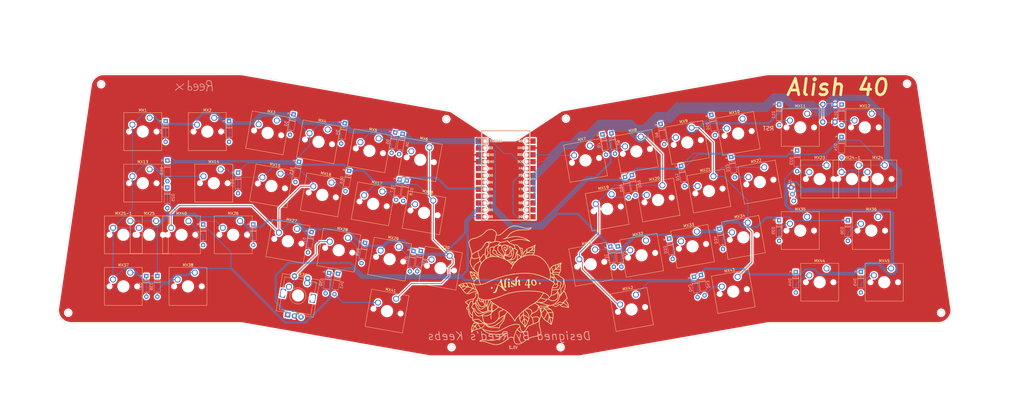
<source format=kicad_pcb>
(kicad_pcb (version 20220331) (generator pcbnew)
  (layers (0 "F.Cu" signal) (31 "B.Cu" signal) (34 "B.Paste" user) (35 "F.Paste" user) (36 "B.SilkS" user "B.Silkscreen") (37 "F.SilkS" user "F.Silkscreen") (38 "B.Mask" user) (39 "F.Mask" user) (44 "Edge.Cuts" user))
  (net 0 "")
  (net 1 "Net-(D1-A)")
  (net 2 "Net-(D2-A)")
  (net 3 "GND")
  (net 4 "ROW1")
  (net 5 "ROW2")
  (net 6 "ROW3")
  (net 7 "ROW4")
  (net 8 "ROW6")
  (net 9 "ROW5")
  (net 10 "ROW8")
  (net 11 "ROW7")
  (net 12 "COL2")
  (net 13 "ENCODER 1")
  (net 14 "ENCODER 2")
  (net 15 "RGB DIN")
  (net 16 "VCC")
  (net 17 "COL1")
  (net 18 "COL3")
  (net 19 "COL4")
  (net 20 "COL5")
  (net 21 "COL6")
  (net 22 "Net-(D3-A)")
  (net 23 "Net-(D4-A)")
  (net 24 "Net-(D5-A)")
  (net 25 "Net-(D6-A)")
  (net 26 "Net-(D7-A)")
  (net 27 "Net-(D8-A)")
  (net 28 "Net-(D9-A)")
  (net 29 "Net-(D10-A)")
  (net 30 "Net-(D11-A)")
  (net 31 "Net-(D12-A)")
  (net 32 "Net-(D13-A)")
  (net 33 "Net-(D14-A)")
  (net 34 "Net-(D15-A)")
  (net 35 "Net-(D16-A)")
  (net 36 "Net-(D17-A)")
  (net 37 "Net-(D18-A)")
  (net 38 "Net-(D19-A)")
  (net 39 "Net-(D20-A)")
  (net 40 "Net-(D21-A)")
  (net 41 "Net-(D22-A)")
  (net 42 "Net-(D23-A)")
  (net 43 "Net-(D24-A)")
  (net 44 "Net-(D25-A)")
  (net 45 "Net-(D26-A)")
  (net 46 "Net-(D27-A)")
  (net 47 "Net-(D28-A)")
  (net 48 "Net-(D29-A)")
  (net 49 "Net-(D30-A)")
  (net 50 "Net-(D31-A)")
  (net 51 "Net-(D32-A)")
  (net 52 "Net-(D33-A)")
  (net 53 "Net-(D34-A)")
  (net 54 "Net-(D35-A)")
  (net 55 "Net-(D36-A)")
  (net 56 "Net-(D37-A)")
  (net 57 "Net-(D38-A)")
  (net 58 "Net-(D39-A)")
  (net 59 "Net-(D40-A)")
  (net 60 "Net-(D41-A)")
  (net 61 "Net-(D42-A)")
  (net 62 "Net-(D43-A)")
  (net 63 "Net-(D44-A)")
  (net 64 "Net-(D45-A)")
  (net 67 "RST")
  (footprint "Button_Switch_Keyboard:SW_Cherry_MX_1.00u_PCB" (layer "F.Cu") (at 308.208825 122.876886 10)
    (fp_text reference "MX34")
    (fp_text value "KEYSW")
  )
  (footprint "Button_Switch_Keyboard:SW_Cherry_MX_1.00u_PCB" (layer "F.Cu") (at 289.448236 126.184884 10)
    (fp_text reference "MX33")
    (fp_text value "KEYSW")
  )
  (footprint "Button_Switch_Keyboard:SW_Cherry_MX_1.00u_PCB" (layer "F.Cu") (at 80.545231 141.336596)
    (fp_text reference "MX37")
    (fp_text value "KEYSW")
  )
  (footprint "Button_Switch_Keyboard:SW_Cherry_MX_1.00u_PCB" (layer "F.Cu") (at 113.882731 103.236597)
    (fp_text reference "MX14")
    (fp_text value "KEYSW")
  )
  (footprint "Button_Switch_Keyboard:SW_Cherry_MX_1.00u_PCB" (layer "F.Cu") (at 192.235694 114.705828 -10)
    (fp_text reference "MX18")
    (fp_text value "KEYSW")
  )
  (footprint "Button_Switch_Keyboard:SW_Cherry_MX_1.00u_PCB" (layer "F.Cu") (at 104.357731 141.336595)
    (fp_text reference "MX38")
    (fp_text value "KEYSW")
  )
  (footprint "Button_Switch_Keyboard:SW_Cherry_MX_1.00u_PCB" (layer "F.Cu") (at 251.927062 132.800881 10)
    (fp_text reference "MX31")
    (fp_text value "KEYSW")
  )
  (footprint "Button_Switch_Keyboard:SW_Cherry_MX_1.00u_PCB" (layer "F.Cu") (at 135.95393 104.781836 -10)
    (fp_text reference "MX15")
    (fp_text value "KEYSW")
  )
  (footprint "Button_Switch_Keyboard:SW_Cherry_MX_1.00u_PCB" (layer "F.Cu") (at 330.10625 120.749998)
    (fp_text reference "MX35")
    (fp_text value "KEYSW")
  )
  (footprint "Button_Switch_Keyboard:SW_Cherry_MX_1.00u_PCB" (layer "F.Cu") (at 142.026392 125.196453 -10)
    (fp_text reference "MX27")
    (fp_text value "KEYSW")
  )
  (footprint "Button_Switch_Keyboard:SW_Cherry_MX_1.00u_PCB" (layer "F.Cu") (at 154.714521 108.089834 -10)
    (fp_text reference "MX16")
    (fp_text value "KEYSW")
  )
  (footprint "Button_Switch_Keyboard:SW_Cherry_MX_1.00u_PCB" (layer "F.Cu") (at 361.062501 139.799999)
    (fp_text reference "MX45")
    (fp_text value "KEYSW")
  )
  (footprint "Button_Switch_Keyboard:SW_Cherry_MX_1.00u_PCB" (layer "F.Cu") (at 153.332371 88.502249 -10)
    (fp_text reference "MX4")
    (fp_text value "KEYSW")
  )
  (footprint "Button_Switch_Keyboard:SW_Cherry_MX_1.00u_PCB" (layer "F.Cu") (at 111.501 84.186597)
    (fp_text reference "MX2")
    (fp_text value "KEYSW")
  )
  (footprint "Button_Switch_Keyboard:SW_Cherry_MX_1.00u_PCB" (layer "F.Cu") (at 257.999358 112.386292 10)
    (fp_text reference "MX19")
    (fp_text value "KEYSW")
  )
  (footprint "Button_Switch_Keyboard:SW_Cherry_MX_1.00u_PCB" (layer "F.Cu") (at 306.282976 84.528711 10)
    (fp_text reference "MX10")
    (fp_text value "KEYSW")
  )
  (footprint "Button_Switch_Keyboard:SW_Cherry_MX_1.00u_PCB" (layer "F.Cu") (at 337.25 101.7)
    (fp_text reference "MX23")
    (fp_text value "KEYSW")
  )
  (footprint "Button_Switch_Keyboard:SW_Cherry_MX_1.00u_PCB" (layer "F.Cu") (at 337.249999 139.8)
    (fp_text reference "MX44")
    (fp_text value "KEYSW")
  )
  (footprint "Button_Switch_Keyboard:SW_Cherry_MX_1.00u_PCB" (layer "F.Cu") (at 250.001212 94.452705 10)
    (fp_text reference "MX7")
    (fp_text value "KEYSW")
  )
  (footprint "Button_Switch_Keyboard:SW_Cherry_MX_1.00u_PCB" (layer "F.Cu") (at 198.308159 135.120446 -10)
    (fp_text reference "MX30")
    (fp_text value "KEYSW")
  )
  (footprint "Button_Switch_Keyboard:SW_Cherry_MX_1.00u_PCB" (layer "F.Cu") (at 276.759945 109.078295 10)
    (fp_text reference "MX20")
    (fp_text value "KEYSW")
  )
  (footprint "Keebio-Parts:Elite-C-castellated-24pin-holes" (layer "F.Cu") (at 218.97 106.740687 -90)
    (fp_text reference "U1" hide)
    (fp_text value "ProMicro" hide)
  )
  (footprint "Button_Switch_Keyboard:SW_Cherry_MX_1.00u_PCB" (layer "F.Cu") (at 90.07023 122.286596)
    (fp_text reference "MX25")
    (fp_text value "KEYSW")
  )
  (footprint "Button_Switch_Keyboard:SW_Cherry_MX_1.00u_PCB" (layer "F.Cu") (at 190.853545 95.118243 -10)
    (fp_text reference "MX6")
    (fp_text value "KEYSW")
  )
  (footprint "Button_Switch_Keyboard:SW_Cherry_MX_1.00u_PCB" (layer "F.Cu") (at 160.786987 128.504451 -10)
    (fp_text reference "MX28")
    (fp_text value "KEYSW")
  )
  (footprint "Button_Switch_Keyboard:SW_Cherry_MX_1.00u_PCB" (layer "F.Cu") (at 314.28112 102.462298 10)
    (fp_text reference "MX22")
    (fp_text value "KEYSW")
  )
  (footprint "Button_Switch_Keyboard:SW_Cherry_MX_1.00u_PCB" (layer "F.Cu") (at 270.687649 129.492882 10)
    (fp_text reference "MX32")
    (fp_text value "KEYSW")
  )
  (footprint "Button_Switch_Keyboard:SW_Cherry_MX_1.00u_PCB" (layer "F.Cu") (at 172.092957 91.810242 -10)
    (fp_text reference "MX5")
    (fp_text value "KEYSW")
  )
  (footprint "Button_Switch_Keyboard:SW_Cherry_MX_1.00u_PCB" (layer "F.Cu") (at 295.520535 105.770297 10)
    (fp_text reference "MX21")
    (fp_text value "KEYSW")
  )
  (footprint "Button_Switch_Keyboard:SW_Cherry_MX_1.00u_PCB" (layer "F.Cu") (at 134.57178 85.194249 -10)
    (fp_text reference "MX3")
    (fp_text value "KEYSW")
  )
  (footprint "Button_Switch_Keyboard:SW_Cherry_MX_1.00u_PCB" (layer "F.Cu") (at 173.475103 111.397831 -10)
    (fp_text reference "MX17")
    (fp_text value "KEYSW")
  )
  (footprint "Button_Switch_Keyboard:SW_Cherry_MX_1.00u_PCB" (layer "F.Cu") (at 268.761802 91.144706 10)
    (fp_text reference "MX8")
    (fp_text value "KEYSW")
  )
  (footprint "Keebio-Parts:RotaryEncoder_EC11" (layer "F.Cu") (at 142.337041 149.911339 80)
    (fp_text reference "E1")
    (fp_text value "RotaryEncoder_Switch")
  )
  (footprint "Button_Switch_Keyboard:SW_Cherry_MX_1.00u_PCB" (layer "F.Cu") (at 287.52239 87.836709 10)
    (fp_text reference "MX9")
    (fp_text value "KEYSW")
  )
  (footprint "Button_Switch_Keyboard:SW_Cherry_MX_1.00u_PCB" (layer "F.Cu") (at 87.688981 84.186597)
    (fp_text reference "MX1")
    (fp_text value "KEYSW")
  )
  (footprint "Button_Switch_Keyboard:SW_Cherry_MX_1.00u_PCB" (layer "F.Cu") (at 304.481601 142.877973 10)
    (fp_text reference "MX43")
    (fp_text value "KEYSW")
  )
  (footprint "Button_Switch_Keyboard:SW_Cherry_MX_1.00u_PCB" (layer "F.Cu") (at 178.584649 150.986538 -10)
    (fp_text reference "MX41")
    (fp_text value "KEYSW")
  )
  (footprint "Button_Switch_Keyboard:SW_Cherry_MX_1.00u_PCB" (layer "F.Cu") (at 80.545231 122.286596)
    (fp_text reference "MX25-1")
    (fp_text value "KEYSW")
  )
  (footprint "Button_Switch_Keyboard:SW_Cherry_MX_1.00u_PCB" (layer "F.Cu") (at 266.960426 149.493968 10)
    (fp_text reference "MX42")
    (fp_text value "KEYSW")
  )
  (footprint "Button_Switch_Keyboard:SW_Cherry_MX_1.00u_PCB" (layer "F.Cu") (at 101.976481 122.286597)
    (fp_text reference "MX40")
    (fp_text value "KEYSW")
  )
  (footprint "Button_Switch_Keyboard:SW_Cherry_MX_1.00u_PCB" (layer "F.Cu") (at 353.918751 82.649999)
    (fp_text reference "MX12")
    (fp_text value "KEYSW")
  )
  (footprint "Button_Switch_Keyboard:SW_Cherry_MX_1.00u_PCB" (layer "F.Cu") (at 145.753622 145.197539 -10)
    (fp_text reference "MX39")
    (fp_text value "KEYSW")
  )
  (footprint "Button_Switch_Keyboard:SW_Cherry_MX_1.00u_PCB" (layer "F.Cu") (at 349.15625 101.7)
    (fp_text reference "MX24-1")
    (fp_text value "KEYSW")
  )
  (footprint "LOGO" (layer "F.Cu") (at 221.33154 146)
    (fp_text reference "G***" hide)
    (fp_text value "LOGO" hide)
  )
  (footprint "Button_Switch_Keyboard:SW_Cherry_MX_1.00u_PCB" (layer "F.Cu") (at 330.106252 82.650002)
    (fp_text reference "MX11")
    (fp_text value "KEYSW")
  )
  (footprint "Button_Switch_Keyboard:SW_Cherry_MX_1.00u_PCB" (layer "F.Cu") (at 358.681249 101.700001)
    (fp_text reference "MX24")
    (fp_text value "KEYSW")
  )
  (footprint "Button_Switch_Keyboard:SW_Cherry_MX_1.00u_PCB" (layer "F.Cu") (at 179.547571 131.812449 -10)
    (fp_text reference "MX29")
    (fp_text value "KEYSW")
  )
  (footprint "Button_Switch_Keyboard:SW_Cherry_MX_1.00u_PCB" (layer "F.Cu") (at 87.688981 103.236597)
    (fp_text reference "MX13")
    (fp_text value "KEYSW")
  )
  (footprint "Button_Switch_Keyboard:SW_Cherry_MX_1.00u_PCB" (layer "F.Cu") (at 356.3 120.750001)
    (fp_text reference "MX36")
    (fp_text value "KEYSW")
  )
  (footprint "Button_Switch_Keyboard:SW_Cherry_MX_1.00u_PCB" (layer "F.Cu") (at 121.026481 122.286599)
    (fp_text reference "MX26")
    (fp_text value "KEYSW")
  )
  (footprint "Diode_THT:D_DO-35_SOD27_P7.62mm_Horizontal" (layer "B.Cu") (at 153.87 141.47 -100)
    (fp_text reference "D39")
    (fp_text value "1N4148")
  )
  (footprint "Diode_THT:D_DO-35_SOD27_P7.62mm_Horizontal" (layer "B.Cu") (at 94.24 99.97 -90)
    (fp_text reference "D13")
    (fp_text value "1N4148")
  )
  (footprint "Diode_THT:D_DO-35_SOD27_P7.62mm_Horizontal" (layer "B.Cu") (at 254.63 90.3 -80)
    (fp_text reference "D7")
    (fp_text value "1N4148")
  )
  (footprint "Diode_THT:D_DO-35_SOD27_P7.62mm_Horizontal" (layer "B.Cu") (at 94.2 109.9 -90)
    (fp_text reference "D25")
    (fp_text value "1N4148")
  )
  (footprint "Diode_THT:D_DO-35_SOD27_P7.62mm_Horizontal" (layer "B.Cu") (at 276.068401 86.437883 -80)
    (fp_text reference "D9")
    (fp_text value "1N4148")
  )
  (footprint "Diode_THT:D_DO-35_SOD27_P7.62mm_Horizontal" (layer "B.Cu") (at 125.91 123.556599 -90)
    (fp_text reference "D26")
    (fp_text value "1N4148")
  )
  (footprint "Diode_THT:D_DO-35_SOD27_P7.62mm_Horizontal" (layer "B.Cu") (at 326.4 96.3 -90)
    (fp_text reference "D23")
    (fp_text value "1N4148")
  )
  (footprint "Diode_THT:D_DO-35_SOD27_P7.62mm_Horizontal" (layer "B.Cu") (at 178.2216 89.617883 -100)
    (fp_text reference "D5")
    (fp_text value "1N4148")
  )
  (footprint "LOGO" (layer "B.Cu") (at 104.09 72.81 180)
    (fp_text reference "G***" hide)
    (fp_text value "LOGO" hide)
  )
  (footprint "Diode_THT:D_DO-35_SOD27_P7.62mm_Horizontal" (layer "B.Cu") (at 345.12 122.020001 -90)
    (fp_text reference "D36")
    (fp_text value "1N4148")
  )
  (footprint "Diode_THT:D_DO-35_SOD27_P7.62mm_Horizontal" (layer "B.Cu") (at 142.7816 100.417883 -100)
    (fp_text reference "D15")
    (fp_text value "1N4148")
  )
  (footprint "Diode_THT:D_DO-35_SOD27_P7.62mm_Horizontal" (layer "B.Cu") (at 179.8716 106.987883 -100)
    (fp_text reference "D17")
    (fp_text value "1N4148")
  )
  (footprint "Diode_THT:D_DO-35_SOD27_P7.62mm_Horizontal" (layer "B.Cu") (at 93.58 85.456597 -90)
    (fp_text reference "D1")
    (fp_text value "1N4148")
  )
  (footprint "Diode_THT:D_DO-35_SOD27_P7.62mm_Horizontal" (layer "B.Cu") (at 297.768401 125.157883 -80)
    (fp_text reference "D34")
    (fp_text value "1N4148")
  )
  (footprint "Diode_THT:D_DO-35_SOD27_P7.62mm_Horizontal" (layer "B.Cu") (at 182.4816 107.347883 -100)
    (fp_text reference "D18")
    (fp_text value "1N4148")
  )
  (footprint "Diode_THT:D_DO-35_SOD27_P7.62mm_Horizontal" (layer "B.Cu") (at 325.9 141.07 -90)
    (fp_text reference "D44")
    (fp_text value "1N4148")
  )
  (footprint "Button_Switch_THT:SW_PUSH_6mm" (layer "B.Cu") (at 340.38 85.73 90)
    (fp_text reference "SW1" hide)
    (fp_text value "SW_SPST")
  )
  (footprint "Diode_THT:D_DO-35_SOD27_P7.62mm_Horizontal" (layer "B.Cu") (at 288.375 142.9 -80)
    (fp_text reference "D42")
    (fp_text value "1N4148")
  )
  (footprint "Diode_THT:D_DO-35_SOD27_P7.62mm_Horizontal" (layer "B.Cu") (at 342.8 79.28 -90)
    (fp_text reference "D12")
    (fp_text value "1N4148")
  )
  (footprint "Diode_THT:D_DO-35_SOD27_P7.62mm_Horizontal" (layer "B.Cu") (at 120.27 104.43 -90)
    (fp_text reference "D14")
    (fp_text value "1N4148")
  )
  (footprint "Diode_THT:D_DO-35_SOD27_P7.62mm_Horizontal" (layer "B.Cu") (at 279.218401 128.787883 -80)
    (fp_text reference "D33")
    (fp_text value "1N4148")
  )
  (footprint "Diode_THT:D_DO-35_SOD27_P7.62mm_Horizontal" (layer "B.Cu") (at 342.79 91.23 -90)
    (fp_text reference "D24")
    (fp_text value "1N4148")
  )
  (footprint "Diode_THT:D_DO-35_SOD27_P7.62mm_Horizontal" (layer "B.Cu") (at 107.41 123.556597 -90)
    (fp_text reference "D40")
    (fp_text value "1N4148")
  )
  (footprint "Diode_THT:D_DO-35_SOD27_P7.62mm_Horizontal" (layer "B.Cu") (at 290.95 142.225 -80)
    (fp_text reference "D43")
    (fp_text value "1N4148")
  )
  (footprint "Diode_THT:D_DO-35_SOD27_P7.62mm_Horizontal" (layer "B.Cu") (at 283.64 101.9 -80)
    (fp_text reference "D21")
    (fp_text value "1N4148")
  )
  (footprint "Diode_THT:D_DO-35_SOD27_P7.62mm_Horizontal" (layer "B.Cu") (at 319.8 79.26 -90)
    (fp_text reference "D11")
    (fp_text value "1N4148")
  )
  (footprint "Diode_THT:D_DO-35_SOD27_P7.62mm_Horizontal" (layer "B.Cu") (at 319.78 122.019998 -90)
    (fp_text reference "D35")
    (fp_text value "1N4148")
  )
  (footprint "Diode_THT:D_DO-35_SOD27_P7.62mm_Horizontal" (layer "B.Cu") (at 180.9716 90.117883 -100)
    (fp_text reference "D6")
    (fp_text value "1N4148")
  )
  (footprint "Diode_THT:D_DO-35_SOD27_P7.62mm_Horizontal" (layer "B.Cu") (at 157.1416 141.787883 -100)
    (fp_text reference "D41")
    (fp_text value "1N4148")
  )
  (footprint "Diode_THT:D_DO-35_SOD27_P7.62mm_Horizontal" (layer "B.Cu") (at 116.95 85.456597 -90)
    (fp_text reference "D2")
    (fp_text value "1N4148")
  )
  (footprint "Diode_THT:D_DO-35_SOD27_P7.62mm_Horizontal" (layer "B.Cu") (at 349.91 141.069999 -90)
    (fp_text reference "D45")
    (fp_text value "1N4148")
  )
  (footprint "Connector_PinHeader_2.54mm:PinHeader_1x03_P2.54mm_Vertical" (layer "B.Cu") (at 324.26 109.88 -170)
    (fp_text reference "J1")
    (fp_text value "Conn_01x03")
  )
  (footprint "Diode_THT:D_DO-35_SOD27_P7.62mm_Horizontal" (layer "B.Cu") (at 260.278401 131.667883 -80)
    (fp_text reference "D32")
    (fp_text value "1N4148")
  )
  (footprint "Diode_THT:D_DO-35_SOD27_P7.62mm_Horizontal" (layer "B.Cu") (at 294.811448 83.130483 -80)
    (fp_text reference "D10")
    (fp_text value "1N4148")
  )
  (footprint "Diode_THT:D_DO-35_SOD27_P7.62mm_Horizontal" (layer "B.Cu") (at 159.6316 86.197883 -100)
    (fp_text reference "D4")
    (fp_text value "1N4148")
  )
  (footprint "Diode_THT:D_DO-35_SOD27_P7.62mm_Horizontal" (layer "B.Cu") (at 257.94 89.93 -80)
    (fp_text reference "D8")
    (fp_text value "1N4148")
  )
  (footprint "Diode_THT:D_DO-35_SOD27_P7.62mm_Horizontal" (layer "B.Cu") (at 184.95 133.38 -100)
    (fp_text reference "D29")
    (fp_text value "1N4148")
  )
  (footprint "Diode_THT:D_DO-35_SOD27_P7.62mm_Horizontal" (layer "B.Cu") (at 161.2116 103.797883 -100)
    (fp_text reference "D16")
    (fp_text value "1N4148")
  )
  (footprint "Diode_THT:D_DO-35_SOD27_P7.62mm_Horizontal" (layer "B.Cu") (at 262.95 106.05 -80)
    (fp_text reference "D19")
    (fp_text value "1N4148")
  )
  (footprint "Diode_THT:D_DO-35_SOD27_P7.62mm_Horizontal" (layer "B.Cu") (at 90.525 142.606595 -90)
    (fp_text reference "D38")
    (fp_text value "1N4148")
  )
  (footprint "Diode_THT:D_DO-35_SOD27_P7.62mm_Horizontal" (layer "B.Cu") (at 167.12 130.347883 -100)
    (fp_text reference "D28")
    (fp_text value "1N4148")
  )
  (footprint "Diode_THT:D_DO-35_SOD27_P7.62mm_Horizontal" (layer "B.Cu") (at 86.475 142.606596 -90)
    (fp_text reference "D37")
    (fp_text value "1N4148")
  )
  (footprint "Diode_THT:D_DO-35_SOD27_P7.62mm_Horizontal" (layer "B.Cu") (at 187.6616 133.347883 -100)
    (fp_text reference "D30")
    (fp_text value "1N4148")
  )
  (footprint "Diode_THT:D_DO-35_SOD27_P7.62mm_Horizontal" (layer "B.Cu") (at 257.538401 131.717883 -80)
    (fp_text reference "D31")
    (fp_text value "1N4148")
  )
  (footprint "Diode_THT:D_DO-35_SOD27_P7.62mm_Horizontal" (layer "B.Cu") (at 302.11 98.64 -80)
    (fp_text reference "D22")
    (fp_text value "1N4148")
  )
  (footprint "Diode_THT:D_DO-35_SOD27_P7.62mm_Horizontal" (layer "B.Cu") (at 265.48 105.33 -80)
    (fp_text reference "D20")
    (fp_text value "1N4148")
  )
  (footprint "Diode_THT:D_DO-35_SOD27_P7.62mm_Horizontal" (layer "B.Cu") (at 147.3816 126.367883 -100)
    (fp_text reference "D27")
    (fp_text value "1N4148")
  )
  (footprint "Diode_THT:D_DO-35_SOD27_P7.62mm_Horizontal" (layer "B.Cu") (at 140.7516 82.937883 -100)
    (fp_text reference "D3")
    (fp_text value "1N4148")
  )
  (gr_line locked (start 366.110803 72.280495) (end 366.134123 72.308505) (stroke (width 0.1)) (layer "Edge.Cuts"))
  (gr_line locked (start 367.295058 70.638551) (end 367.260678 70.626449) (stroke (width 0.1)) (layer "Edge.Cuts"))
  (gr_line locked (start 382.045871 158.566535) (end 381.922466 158.689938) (stroke (width 0.1)) (layer "Edge.Cuts"))
  (gr_line locked (start 241.969354 83.814321) (end 241.945551 83.786719) (stroke (width 0.1)) (layer "Edge.Cuts"))
  (gr_line locked (start 70.618778 71.137717) (end 70.594976 71.110115) (stroke (width 0.1)) (layer "Edge.Cuts"))
  (gr_line locked (start 196.930206 85.722818) (end 196.966421 85.726921) (stroke (width 0.1)) (layer "Edge.Cuts"))
  (gr_line locked (start 368.775422 68.686316) (end 368.921251 68.780314) (stroke (width 0.1)) (layer "Edge.Cuts"))
  (gr_line locked (start 239.274153 167.838416) (end 239.31049 167.84126) (stroke (width 0.1)) (layer "Edge.Cuts"))
  (gr_line locked (start 378.790262 155.389233) (end 378.764157 155.414668) (stroke (width 0.1)) (layer "Edge.Cuts"))
  (gr_line locked (start 238.200636 169.174341) (end 238.191254 169.139122) (stroke (width 0.1)) (layer "Edge.Cuts"))
  (gr_line locked (start 197.002758 83.633639) (end 196.966421 83.636483) (stroke (width 0.1)) (layer "Edge.Cuts"))
  (gr_line locked (start 56.638793 156.314679) (end 56.645087 156.350579) (stroke (width 0.1)) (layer "Edge.Cuts"))
  (gr_line locked (start 380.242568 156.905965) (end 380.268228 156.880081) (stroke (width 0.1)) (layer "Edge.Cuts"))
  (gr_line locked (start 58.636216 156.576175) (end 58.650383 156.542593) (stroke (width 0.1)) (layer "Edge.Cuts"))
  (gr_line locked (start 58.408742 156.903387) (end 58.434402 156.877503) (stroke (width 0.1)) (layer "Edge.Cuts"))
  (gr_line locked (start 366.58065 70.632351) (end 366.546485 70.645047) (stroke (width 0.1)) (layer "Edge.Cuts"))
  (gr_line locked (start 367.635476 72.399823) (end 367.66202 72.374846) (stroke (width 0.1)) (layer "Edge.Cuts"))
  (gr_line locked (start 69.016672 71.123813) (end 68.993352 71.151823) (stroke (width 0.1)) (layer "Edge.Cuts"))
  (gr_line locked (start 242.17218 84.774002) (end 242.181563 84.738783) (stroke (width 0.1)) (layer "Edge.Cuts"))
  (gr_line locked (start 378.461257 156.208551) (end 378.463785 156.24491) (stroke (width 0.1)) (layer "Edge.Cuts"))
  (gr_line locked (start 197.499675 85.638187) (end 197.53261 85.622577) (stroke (width 0.1)) (layer "Edge.Cuts"))
  (gr_line locked (start 198.110109 168.317413) (end 198.09089 168.348382) (stroke (width 0.1)) (layer "Edge.Cuts"))
  (gr_line locked (start 240.092826 169.455545) (end 240.072544 169.485828) (stroke (width 0.1)) (layer "Edge.Cuts"))
  (gr_line locked (start 197.256807 83.649091) (end 197.220854 83.643108) (stroke (width 0.1)) (layer "Edge.Cuts"))
  (gr_line locked (start 70.703998 71.255871) (end 70.684244 71.225241) (stroke (width 0.1)) (layer "Edge.Cuts"))
  (gr_line locked (start 56.857525 156.809036) (end 56.880845 156.837046) (stroke (width 0.1)) (layer "Edge.Cuts"))
  (gr_line locked (start 367.52113 70.755475) (end 367.490672 70.735457) (stroke (width 0.1)) (layer "Edge.Cuts"))
  (gr_line locked (start 238.236031 169.27775) (end 238.223038 169.243697) (stroke (width 0.1)) (layer "Edge.Cuts"))
  (gr_line locked (start 365.935866 71.282754) (end 365.924663 71.317438) (stroke (width 0.1)) (layer "Edge.Cuts"))
  (gr_line locked (start 198.065676 85.004436) (end 198.076275 84.969564) (stroke (width 0.1)) (layer "Edge.Cuts"))
  (gr_line locked (start 197.89628 85.32511) (end 197.91811 85.295924) (stroke (width 0.1)) (layer "Edge.Cuts"))
  (gr_line locked (start 199.358301 167.902248) (end 199.323921 167.890147) (stroke (width 0.1)) (layer "Edge.Cuts"))
  (gr_line locked (start 197.432278 85.665933) (end 197.466217 85.652645) (stroke (width 0.1)) (layer "Edge.Cuts"))
  (gr_line locked (start 58.586849 155.628955) (end 58.568171 155.597658) (stroke (width 0.1)) (layer "Edge.Cuts"))
  (gr_line locked (start 65.998945 71.51259) (end 66.051439 71.34785) (stroke (width 0.1)) (layer "Edge.Cuts"))
  (gr_line locked (start 199.39224 169.857422) (end 199.425698 169.842964) (stroke (width 0.1)) (layer "Edge.Cuts"))
  (gr_line locked (start 197.942686 168.904703) (end 197.943951 168.941129) (stroke (width 0.1)) (layer "Edge.Cuts"))
  (gr_line locked (start 380.361439 155.539679) (end 380.339608 155.510493) (stroke (width 0.1)) (layer "Edge.Cuts"))
  (gr_line locked (start 197.772696 85.458744) (end 197.79924 85.433766) (stroke (width 0.1)) (layer "Edge.Cuts"))
  (gr_line locked (start 366.829201 70.577562) (end 366.792986 70.581666) (stroke (width 0.1)) (layer "Edge.Cuts"))
  (gr_line locked (start 367.928456 71.300047) (end 367.916653 71.265564) (stroke (width 0.1)) (layer "Edge.Cuts"))
  (gr_line locked (start 196.017928 84.736351) (end 196.020457 84.772711) (stroke (width 0.1)) (layer "Edge.Cuts"))
  (gr_line locked (start 68.77462 71.972893) (end 68.780914 72.008792) (stroke (width 0.1)) (layer "Edge.Cuts"))
  (gr_line locked (start 367.225899 72.630015) (end 367.260678 72.619114) (stroke (width 0.1)) (layer "Edge.Cuts"))
  (gr_line locked (start 242.054573 85.039806) (end 242.073252 85.008508) (stroke (width 0.1)) (layer "Edge.Cuts"))
  (gr_line locked (start 199.425698 169.842964) (end 199.458633 169.827354) (stroke (width 0.1)) (layer "Edge.Cuts"))
  (gr_line locked (start 239.020104 167.853868) (end 239.056058 167.847886) (stroke (width 0.1)) (layer "Edge.Cuts"))
  (gr_line locked (start 68.910196 71.271439) (end 68.892064 71.303056) (stroke (width 0.1)) (layer "Edge.Cuts"))
  (gr_line locked (start 196.6168 83.732879) (end 196.584141 83.749058) (stroke (width 0.1)) (layer "Edge.Cuts"))
  (gr_line locked (start 239.164859 167.837467) (end 239.201294 167.836519) (stroke (width 0.1)) (layer "Edge.Cuts"))
  (gr_line locked (start 240.526227 83.650814) (end 240.497619 83.673397) (stroke (width 0.1)) (layer "Edge.Cuts"))
  (gr_line locked (start 196.164867 84.143605) (end 196.146735 84.175222) (stroke (width 0.1)) (layer "Edge.Cuts"))
  (gr_line locked (start 198.510163 169.819123) (end 198.542823 169.835302) (stroke (width 0.1)) (layer "Edge.Cuts"))
  (gr_line locked (start 56.905124 155.438415) (end 56.880845 155.465599) (stroke (width 0.1)) (layer "Edge.Cuts"))
  (gr_line locked (start 239.056058 167.847886) (end 239.092197 167.843154) (stroke (width 0.1)) (layer "Edge.Cuts"))
  (gr_line locked (start 366.414842 70.707441) (end 366.383384 70.725847) (stroke (width 0.1)) (layer "Edge.Cuts"))
  (gr_line locked (start 56.682589 155.811296) (end 56.671386 155.845979) (stroke (width 0.1)) (layer "Edge.Cuts"))
  (gr_line locked (start 367.90366 71.231511) (end 367.889494 71.197929) (stroke (width 0.1)) (layer "Edge.Cuts"))
  (gr_line locked (start 58.586849 156.67369) (end 58.60443 156.641763) (stroke (width 0.1)) (layer "Edge.Cuts"))
  (gr_line locked (start 198.246851 169.625713) (end 198.272957 169.651147) (stroke (width 0.1)) (layer "Edge.Cuts"))
  (gr_line locked (start 68.949697 72.408885) (end 68.971018 72.438446) (stroke (width 0.1)) (layer "Edge.Cuts"))
  (gr_line locked (start 69.675535 70.76842) (end 69.639483 70.773778) (stroke (width 0.1)) (layer "Edge.Cuts"))
  (gr_line locked (start 380.382243 156.738197) (end 380.401997 156.707566) (stroke (width 0.1)) (layer "Edge.Cuts"))
  (gr_line locked (start 241.459024 85.493375) (end 241.493803 85.482473) (stroke (width 0.1)) (layer "Edge.Cuts"))
  (gr_line locked (start 69.603639 72.838689) (end 69.639483 72.845295) (stroke (width 0.1)) (layer "Edge.Cuts"))
  (gr_line locked (start 369.596787 69.322876) (end 369.720034 69.444989) (stroke (width 0.1)) (layer "Edge.Cuts"))
  (gr_line locked (start 69.711751 72.854756) (end 69.748087 72.8576) (stroke (width 0.1)) (layer "Edge.Cuts"))
  (gr_line locked (start 367.002938 68.010366) (end 367.173286 68.043272) (stroke (width 0.1)) (layer "Edge.Cuts"))
  (gr_line locked (start 197.94648 168.977488) (end 197.950268 169.013738) (stroke (width 0.1)) (layer "Edge.Cuts"))
  (gr_line locked (start 378.933131 155.276454) (end 378.903025 155.296998) (stroke (width 0.1)) (layer "Edge.Cuts"))
  (gr_line locked (start 366.512782 70.658922) (end 366.47958 70.673958) (stroke (width 0.1)) (layer "Edge.Cuts"))
  (gr_line locked (start 58.527613 155.537101) (end 58.505782 155.507914) (stroke (width 0.1)) (layer "Edge.Cuts"))
  (gr_line locked (start 197.148433 85.728501) (end 197.184715 85.725027) (stroke (width 0.1)) (layer "Edge.Cuts"))
  (gr_line locked (start 241.992185 83.842732) (end 241.969354 83.814321) (stroke (width 0.1)) (layer "Edge.Cuts"))
  (gr_line locked (start 55.994498 159.271874) (end 55.853334 159.175767) (stroke (width 0.1)) (layer "Edge.Cuts"))
  (gr_line locked (start 239.506783 81.422666) (end 239.554399 81.404631) (stroke (width 0.1)) (layer "Edge.Cuts"))
  (gr_line locked (start 70.570229 71.083356) (end 70.544569 71.057472) (stroke (width 0.1)) (layer "Edge.Cuts"))
  (gr_line locked (start 198.892444 169.931698) (end 198.928781 169.934542) (stroke (width 0.1)) (layer "Edge.Cuts"))
  (gr_line locked (start 199.584373 169.753785) (end 199.614117 169.732722) (stroke (width 0.1)) (layer "Edge.Cuts"))
  (gr_line locked (start 214.882207 92.227247) (end 214.9274 92.251761) (stroke (width 0.1)) (layer "Edge.Cuts"))
  (gr_line locked (start 199.643113 168.06232) (end 199.614117 168.040236) (stroke (width 0.1)) (layer "Edge.Cuts"))
  (gr_line locked (start 238.98438 169.911863) (end 238.948929 169.903401) (stroke (width 0.1)) (layer "Edge.Cuts"))
  (gr_line locked (start 378.467574 156.026642) (end 378.463785 156.062892) (stroke (width 0.1)) (layer "Edge.Cuts"))
  (gr_line locked (start 196.584141 83.749058) (end 196.552062 83.766361) (stroke (width 0.1)) (layer "Edge.Cuts"))
  (gr_line locked (start 238.744301 169.827354) (end 238.711927 169.81061) (stroke (width 0.1)) (layer "Edge.Cuts"))
  (gr_line locked (start 215.067643 92.315819) (end 215.115762 92.333926) (stroke (width 0.1)) (layer "Edge.Cuts"))
  (gr_line locked (start 200.019835 169.103598) (end 200.026752 169.067813) (stroke (width 0.1)) (layer "Edge.Cuts"))
  (gr_line locked (start 241.945551 85.185562) (end 241.969354 85.15796) (stroke (width 0.1)) (layer "Edge.Cuts"))
  (gr_line locked (start 69.265933 70.912602) (end 69.235132 70.932089) (stroke (width 0.1)) (layer "Edge.Cuts"))
  (gr_line locked (start 53.763378 155.60084) (end 53.748879 155.430682) (stroke (width 0.1)) (layer "Edge.Cuts"))
  (gr_line locked (start 365.948266 71.248481) (end 365.935866 71.282754) (stroke (width 0.1)) (layer "Edge.Cuts"))
  (gr_line locked (start 315.596713 67.943849) (end 315.742704 67.937438) (stroke (width 0.1)) (layer "Edge.Cuts"))
  (gr_line locked (start 57.721555 157.200334) (end 57.757935 157.198122) (stroke (width 0.1)) (layer "Edge.Cuts"))
  (gr_line locked (start 70.442556 67.960045) (end 70.615224 67.95107) (stroke (width 0.1)) (layer "Edge.Cuts"))
  (gr_line locked (start 70.811006 71.486802) (end 70.799203 71.452319) (stroke (width 0.1)) (layer "Edge.Cuts"))
  (gr_line locked (start 121.643057 67.978245) (end 121.787576 67.997298) (stroke (width 0.1)) (layer "Edge.Cuts"))
  (gr_line locked (start 378.817235 155.36472) (end 378.790262 155.389233) (stroke (width 0.1)) (layer "Edge.Cuts"))
  (gr_line locked (start 197.564984 83.757571) (end 197.53261 83.740827) (stroke (width 0.1)) (layer "Edge.Cuts"))
  (gr_line locked (start 198.130391 168.28713) (end 198.110109 168.317413) (stroke (width 0.1)) (layer "Edge.Cuts"))
  (gr_line locked (start 199.52278 169.792753) (end 199.553915 169.773804) (stroke (width 0.1)) (layer "Edge.Cuts"))
  (gr_line locked (start 239.367991 81.486312) (end 239.413526 81.46353) (stroke (width 0.1)) (layer "Edge.Cuts"))
  (gr_line locked (start 69.639483 70.773778) (end 69.603639 70.780384) (stroke (width 0.1)) (layer "Edge.Cuts"))
  (gr_line locked (start 367.801695 71.038486) (end 367.78089 71.00856) (stroke (width 0.1)) (layer "Edge.Cuts"))
  (gr_line locked (start 57.68512 157.201283) (end 57.721555 157.200334) (stroke (width 0.1)) (layer "Edge.Cuts"))
  (gr_line locked (start 379.700135 155.12129) (end 379.664182 155.115308) (stroke (width 0.1)) (layer "Edge.Cuts"))
  (gr_line locked (start 196.099068 84.273579) (end 196.085486 84.307401) (stroke (width 0.1)) (layer "Edge.Cuts"))
  (gr_line locked (start 380.420675 156.676268) (end 380.438256 156.644341) (stroke (width 0.1)) (layer "Edge.Cuts"))
  (gr_line locked (start 370.935451 71.520577) (end 370.981639 71.687814) (stroke (width 0.1)) (layer "Edge.Cuts"))
  (gr_line locked (start 197.849646 85.381123) (end 197.873449 85.353521) (stroke (width 0.1)) (layer "Edge.Cuts"))
  (gr_line locked (start 367.87417 71.164859) (end 367.857708 71.132341) (stroke (width 0.1)) (layer "Edge.Cuts"))
  (gr_line locked (start 198.784333 169.915632) (end 198.820177 169.922237) (stroke (width 0.1)) (layer "Edge.Cuts"))
  (gr_line locked (start 242.21241 84.486141) (end 242.211778 84.449699) (stroke (width 0.1)) (layer "Edge.Cuts"))
  (gr_line locked (start 70.859305 71.736696) (end 70.856146 71.700386) (stroke (width 0.1)) (layer "Edge.Cuts"))
  (gr_line locked (start 240.116362 84.57715) (end 240.120151 84.6134) (stroke (width 0.1)) (layer "Edge.Cuts"))
  (gr_line locked (start 367.75906 72.26619) (end 367.78089 72.237004) (stroke (width 0.1)) (layer "Edge.Cuts"))
  (gr_line locked (start 380.339608 155.510493) (end 380.316777 155.482082) (stroke (width 0.1)) (layer "Edge.Cuts"))
  (gr_line locked (start 198.356345 168.051152) (end 198.327737 168.073735) (stroke (width 0.1)) (layer "Edge.Cuts"))
  (gr_line locked (start 366.088469 70.993872) (end 366.067148 71.023433) (stroke (width 0.1)) (layer "Edge.Cuts"))
  (gr_line locked (start 366.13975 67.935335) (end 366.313221 67.938336) (stroke (width 0.1)) (layer "Edge.Cuts"))
  (gr_line locked (start 241.723797 85.373465) (end 241.754255 85.353447) (stroke (width 0.1)) (layer "Edge.Cuts"))
  (gr_line locked (start 198.478085 167.971139) (end 198.446626 167.989545) (stroke (width 0.1)) (layer "Edge.Cuts"))
  (gr_line locked (start 380.268228 155.427721) (end 380.242568 155.401837) (stroke (width 0.1)) (layer "Edge.Cuts"))
  (gr_line locked (start 238.618562 168.019173) (end 238.64902 167.999154) (stroke (width 0.1)) (layer "Edge.Cuts"))
  (gr_line locked (start 383.373272 155.961589) (end 383.339962 156.132901) (stroke (width 0.1)) (layer "Edge.Cuts"))
  (gr_line locked (start 365.961848 72.030905) (end 365.976595 72.064235) (stroke (width 0.1)) (layer "Edge.Cuts"))
  (gr_line locked (start 197.745302 85.482785) (end 197.772696 85.458744) (stroke (width 0.1)) (layer "Edge.Cuts"))
  (gr_line locked (start 241.920805 85.212321) (end 241.945551 85.185562) (stroke (width 0.1)) (layer "Edge.Cuts"))
  (gr_line locked (start 379.127033 155.176167) (end 379.09333 155.190042) (stroke (width 0.1)) (layer "Edge.Cuts"))
  (gr_line locked (start 198.011509 169.26078) (end 198.02509 169.294602) (stroke (width 0.1)) (layer "Edge.Cuts"))
  (gr_line locked (start 222.415025 92.417664) (end 222.466249 92.413263) (stroke (width 0.1)) (layer "Edge.Cuts"))
  (gr_line locked (start 380.131423 157.000144) (end 380.160419 156.978061) (stroke (width 0.1)) (layer "Edge.Cuts"))
  (gr_line locked (start 198.643893 167.896048) (end 198.609728 167.908745) (stroke (width 0.1)) (layer "Edge.Cuts"))
  (gr_line locked (start 239.554399 81.404631) (end 239.602598 81.388222) (stroke (width 0.1)) (layer "Edge.Cuts"))
  (gr_line locked (start 198.04088 85.072973) (end 198.053873 85.03892) (stroke (width 0.1)) (layer "Edge.Cuts"))
  (gr_line locked (start 241.026111 85.527257) (end 241.062327 85.53136) (stroke (width 0.1)) (layer "Edge.Cuts"))
  (gr_line locked (start 68.87504 72.283789) (end 68.892064 72.316016) (stroke (width 0.1)) (layer "Edge.Cuts"))
  (gr_line locked (start 378.573039 156.628154) (end 378.590063 156.660381) (stroke (width 0.1)) (layer "Edge.Cuts"))
  (gr_line locked (start 238.680154 167.980205) (end 238.711927 167.962348) (stroke (width 0.1)) (layer "Edge.Cuts"))
  (gr_line locked (start 58.267852 155.284016) (end 58.237394 155.263998) (stroke (width 0.1)) (layer "Edge.Cuts"))
  (gr_line locked (start 69.147043 70.996793) (end 69.119236 71.020355) (stroke (width 0.1)) (layer "Edge.Cuts"))
  (gr_line locked (start 197.969144 169.121395) (end 197.977914 169.156772) (stroke (width 0.1)) (layer "Edge.Cuts"))
  (gr_line locked (start 198.415826 169.763927) (end 198.446626 169.783414) (stroke (width 0.1)) (layer "Edge.Cuts"))
  (gr_line locked (start 70.570229 72.535717) (end 70.594976 72.508958) (stroke (width 0.1)) (layer "Edge.Cuts"))
  (gr_line locked (start 196.295621 85.39461) (end 196.320828 85.420935) (stroke (width 0.1)) (layer "Edge.Cuts"))
  (gr_line locked (start 199.110738 169.929804) (end 199.146877 169.925073) (stroke (width 0.1)) (layer "Edge.Cuts"))
  (gr_line locked (start 57.794217 155.107998) (end 57.757935 155.104524) (stroke (width 0.1)) (layer "Edge.Cuts"))
  (gr_line locked (start 197.977347 85.204069) (end 197.994928 85.172142) (stroke (width 0.1)) (layer "Edge.Cuts"))
  (gr_line locked (start 238.200636 168.598617) (end 238.211235 168.563745) (stroke (width 0.1)) (layer "Edge.Cuts"))
  (gr_line locked (start 196.113815 84.240248) (end 196.099068 84.273579) (stroke (width 0.1)) (layer "Edge.Cuts"))
  (gr_line locked (start 367.119587 72.655392) (end 367.155311 72.648166) (stroke (width 0.1)) (layer "Edge.Cuts"))
  (gr_line locked (start 367.928456 71.945516) (end 367.939055 71.910643) (stroke (width 0.1)) (layer "Edge.Cuts"))
  (gr_line locked (start 199.979896 168.529261) (end 199.966903 168.495208) (stroke (width 0.1)) (layer "Edge.Cuts"))
  (gr_line locked (start 238.879013 169.882812) (end 238.844633 169.87071) (stroke (width 0.1)) (layer "Edge.Cuts"))
  (gr_line locked (start 197.955313 168.723123) (end 197.950268 168.75922) (stroke (width 0.1)) (layer "Edge.Cuts"))
  (gr_line locked (start 58.723478 156.224163) (end 58.725375 156.187765) (stroke (width 0.1)) (layer "Edge.Cuts"))
  (gr_line locked (start 215.115762 92.333926) (end 215.164474 92.350374) (stroke (width 0.1)) (layer "Edge.Cuts"))
  (gr_line locked (start 379.735859 157.179285) (end 379.771311 157.170823) (stroke (width 0.1)) (layer "Edge.Cuts"))
  (gr_line locked (start 199.074456 167.83968) (end 199.038076 167.837467) (stroke (width 0.1)) (layer "Edge.Cuts"))
  (gr_line locked (start 315.016491 68.01202) (end 315.160737 67.988623) (stroke (width 0.1)) (layer "Edge.Cuts"))
  (gr_line locked (start 378.623773 160.090234) (end 378.44928 160.093289) (stroke (width 0.1)) (layer "Edge.Cuts"))
  (gr_line locked (start 58.505782 155.507914) (end 58.482952 155.479503) (stroke (width 0.1)) (layer "Edge.Cuts"))
  (gr_line locked (start 223.004785 92.251761) (end 223.049978 92.227247) (stroke (width 0.1)) (layer "Edge.Cuts"))
  (gr_line locked (start 240.072544 169.485828) (end 240.051223 169.515389) (stroke (width 0.1)) (layer "Edge.Cuts"))
  (gr_line locked (start 70.772043 71.384684) (end 70.756719 71.351614) (stroke (width 0.1)) (layer "Edge.Cuts"))
  (gr_line locked (start 58.715902 156.296652) (end 58.720319 156.260473) (stroke (width 0.1)) (layer "Edge.Cuts"))
  (gr_line locked (start 70.641609 72.452945) (end 70.66344 72.423758) (stroke (width 0.1)) (layer "Edge.Cuts"))
  (gr_line locked (start 367.490672 70.735457) (end 367.459537 70.716508) (stroke (width 0.1)) (layer "Edge.Cuts"))
  (gr_line locked (start 242.073252 85.008508) (end 242.090833 84.976581) (stroke (width 0.1)) (layer "Edge.Cuts"))
  (gr_line locked (start 121.498043 67.963415) (end 121.643057 67.978245) (stroke (width 0.1)) (layer "Edge.Cuts"))
  (gr_line locked (start 242.211778 84.449699) (end 242.209881 84.4133) (stroke (width 0.1)) (layer "Edge.Cuts"))
  (gr_line locked (start 378.495219 156.424194) (end 378.505212 156.459245) (stroke (width 0.1)) (layer "Edge.Cuts"))
  (gr_line locked (start 197.184715 85.725027) (end 197.220854 85.720295) (stroke (width 0.1)) (layer "Edge.Cuts"))
  (gr_line locked (start 367.190763 72.639703) (end 367.225899 72.630015) (stroke (width 0.1)) (layer "Edge.Cuts"))
  (gr_line locked (start 241.868601 83.709099) (end 241.841207 83.685057) (stroke (width 0.1)) (layer "Edge.Cuts"))
  (gr_line locked (start 58.434402 156.877503) (end 58.459149 156.850744) (stroke (width 0.1)) (layer "Edge.Cuts"))
  (gr_line locked (start 199.491007 169.81061) (end 199.52278 169.792753) (stroke (width 0.1)) (layer "Edge.Cuts"))
  (gr_line locked (start 57.069199 157.008226) (end 57.099305 157.02877) (stroke (width 0.1)) (layer "Edge.Cuts"))
  (gr_line locked (start 68.859144 71.368083) (end 68.844397 71.401413) (stroke (width 0.1)) (layer "Edge.Cuts"))
  (gr_line locked (start 69.395331 70.845677) (end 69.36213 70.860713) (stroke (width 0.1)) (layer "Edge.Cuts"))
  (gr_line locked (start 198.116505 84.681702) (end 198.115873 84.64526) (stroke (width 0.1)) (layer "Edge.Cuts"))
  (gr_line locked (start 53.809759 155.939173) (end 53.783679 155.770402) (stroke (width 0.1)) (layer "Edge.Cuts"))
  (gr_line locked (start 366.974833 70.57377) (end 366.938397 70.572821) (stroke (width 0.1)) (layer "Edge.Cuts"))
  (gr_line locked (start 379.994317 159.848514) (end 379.827424 159.899543) (stroke (width 0.1)) (layer "Edge.Cuts"))
  (gr_line locked (start 58.326593 156.975482) (end 58.354805 156.952406) (stroke (width 0.1)) (layer "Edge.Cuts"))
  (gr_line locked (start 56.739213 155.67707) (end 56.723317 155.709869) (stroke (width 0.1)) (layer "Edge.Cuts"))
  (gr_line locked (start 197.65835 85.549008) (end 197.688095 85.527945) (stroke (width 0.1)) (layer "Edge.Cuts"))
  (gr_line locked (start 380.53714 155.936782) (end 380.528986 155.901259) (stroke (width 0.1)) (layer "Edge.Cuts"))
  (gr_line locked (start 69.235132 70.932089) (end 69.205026 70.952633) (stroke (width 0.1)) (layer "Edge.Cuts"))
  (gr_line locked (start 69.093277 68.244189) (end 69.256928 68.188391) (stroke (width 0.1)) (layer "Edge.Cuts"))
  (gr_line locked (start 196.113815 85.123156) (end 196.12971 85.155955) (stroke (width 0.1)) (layer "Edge.Cuts"))
  (gr_line locked (start 239.903005 169.675661) (end 239.875198 169.699223) (stroke (width 0.1)) (layer "Edge.Cuts"))
  (gr_line locked (start 366.974833 72.671793) (end 367.011213 72.66958) (stroke (width 0.1)) (layer "Edge.Cuts"))
  (gr_line locked (start 197.499675 83.725217) (end 197.466217 83.710759) (stroke (width 0.1)) (layer "Edge.Cuts"))
  (gr_line locked (start 239.459808 81.442306) (end 239.506783 81.422666) (stroke (width 0.1)) (layer "Edge.Cuts"))
  (gr_line locked (start 367.84021 68.233298) (end 368.002319 68.29512) (stroke (width 0.1)) (layer "Edge.Cuts"))
  (gr_line locked (start 240.125195 84.322784) (end 240.120151 84.358881) (stroke (width 0.1)) (layer "Edge.Cuts"))
  (gr_line locked (start 196.020457 84.590693) (end 196.017928 84.627052) (stroke (width 0.1)) (layer "Edge.Cuts"))
  (gr_line locked (start 197.943951 168.941129) (end 197.94648 168.977488) (stroke (width 0.1)) (layer "Edge.Cuts"))
  (gr_line locked (start 380.040086 157.060175) (end 380.07122 157.041226) (stroke (width 0.1)) (layer "Edge.Cuts"))
  (gr_line locked (start 240.157788 84.180797) (end 240.147796 84.215848) (stroke (width 0.1)) (layer "Edge.Cuts"))
  (gr_line locked (start 379.127033 157.131635) (end 379.161198 157.144332) (stroke (width 0.1)) (layer "Edge.Cuts"))
  (gr_line locked (start 238.161039 168.922921) (end 238.160406 168.886479) (stroke (width 0.1)) (layer "Edge.Cuts"))
  (gr_line locked (start 58.382199 155.374281) (end 58.354805 155.350239) (stroke (width 0.1)) (layer "Edge.Cuts"))
  (gr_line locked (start 239.593206 169.864213) (end 239.559042 169.87691) (stroke (width 0.1)) (layer "Edge.Cuts"))
  (gr_line locked (start 240.116362 84.395131) (end 240.113833 84.431491) (stroke (width 0.1)) (layer "Edge.Cuts"))
  (gr_line locked (start 240.051223 169.515389) (end 240.028889 169.544192) (stroke (width 0.1)) (layer "Edge.Cuts"))
  (gr_line locked (start 240.260772 85.024238) (end 240.279991 85.055207) (stroke (width 0.1)) (layer "Edge.Cuts"))
  (gr_line locked (start 68.761993 71.791313) (end 68.761993 71.82776) (stroke (width 0.1)) (layer "Edge.Cuts"))
  (gr_line locked (start 238.588817 169.732722) (end 238.559821 169.710639) (stroke (width 0.1)) (layer "Edge.Cuts"))
  (gr_line locked (start 57.539708 155.110207) (end 57.503656 155.115564) (stroke (width 0.1)) (layer "Edge.Cuts"))
  (gr_line locked (start 68.818415 71.469509) (end 68.807213 71.504193) (stroke (width 0.1)) (layer "Edge.Cuts"))
  (gr_line locked (start 58.548417 156.735618) (end 58.568171 156.704988) (stroke (width 0.1)) (layer "Edge.Cuts"))
  (gr_line locked (start 367.260678 70.626449) (end 367.225899 70.615548) (stroke (width 0.1)) (layer "Edge.Cuts"))
  (gr_line locked (start 239.929977 168.121811) (end 239.956083 168.147246) (stroke (width 0.1)) (layer "Edge.Cuts"))
  (gr_line locked (start 197.977914 168.616186) (end 197.969144 168.651563) (stroke (width 0.1)) (layer "Edge.Cuts"))
  (gr_line locked (start 242.209881 84.4133) (end 242.206722 84.37699) (stroke (width 0.1)) (layer "Edge.Cuts"))
  (gr_line locked (start 239.875198 168.073735) (end 239.903005 168.097298) (stroke (width 0.1)) (layer "Edge.Cuts"))
  (gr_line locked (start 382.389224 158.171566) (end 382.279392 158.307191) (stroke (width 0.1)) (layer "Edge.Cuts"))
  (gr_line locked (start 197.220854 85.720295) (end 197.256807 85.714313) (stroke (width 0.1)) (layer "Edge.Cuts"))
  (gr_line locked (start 198.721779 81.618086) (end 198.768818 81.63774) (stroke (width 0.1)) (layer "Edge.Cuts"))
  (gr_line locked (start 241.841207 85.287224) (end 241.868601 85.263182) (stroke (width 0.1)) (layer "Edge.Cuts"))
  (gr_line locked (start 238.170512 168.74115) (end 238.176183 168.705146) (stroke (width 0.1)) (layer "Edge.Cuts"))
  (gr_line locked (start 365.879443 71.641005) (end 365.880708 71.677431) (stroke (width 0.1)) (layer "Edge.Cuts"))
  (gr_line locked (start 58.382199 156.928364) (end 58.408742 156.903387) (stroke (width 0.1)) (layer "Edge.Cuts"))
  (gr_line locked (start 366.322477 70.765878) (end 366.293102 70.787455) (stroke (width 0.1)) (layer "Edge.Cuts"))
  (gr_line locked (start 198.072757 168.379999) (end 198.055733 168.412226) (stroke (width 0.1)) (layer "Edge.Cuts"))
  (gr_line locked (start 239.98129 169.599387) (end 239.956083 169.625713) (stroke (width 0.1)) (layer "Edge.Cuts"))
  (gr_line locked (start 240.23379 168.651563) (end 240.241327 168.687223) (stroke (width 0.1)) (layer "Edge.Cuts"))
  (gr_line locked (start 240.745907 83.522281) (end 240.712705 83.537317) (stroke (width 0.1)) (layer "Edge.Cuts"))
  (gr_line locked (start 58.267852 157.018629) (end 58.297597 156.997565) (stroke (width 0.1)) (layer "Edge.Cuts"))
  (gr_line locked (start 379.195783 155.151967) (end 379.161198 155.16347) (stroke (width 0.1)) (layer "Edge.Cuts"))
  (gr_line locked (start 241.723797 83.598816) (end 241.692662 83.579867) (stroke (width 0.1)) (layer "Edge.Cuts"))
  (gr_line locked (start 367.260678 72.619114) (end 367.295058 72.607012) (stroke (width 0.1)) (layer "Edge.Cuts"))
  (gr_line locked (start 240.258983 168.941129) (end 240.256455 168.977488) (stroke (width 0.1)) (layer "Edge.Cuts"))
  (gr_line locked (start 382.779302 157.593282) (end 382.689413 157.742872) (stroke (width 0.1)) (layer "Edge.Cuts"))
  (gr_line locked (start 241.969354 85.15796) (end 241.992185 85.129549) (stroke (width 0.1)) (layer "Edge.Cuts"))
  (gr_line locked (start 197.999109 168.546452) (end 197.987906 168.581135) (stroke (width 0.1)) (layer "Edge.Cuts"))
  (gr_line locked (start 365.898365 71.822038) (end 365.905901 71.857697) (stroke (width 0.1)) (layer "Edge.Cuts"))
  (gr_line locked (start 378.845042 156.966645) (end 378.87365 156.989228) (stroke (width 0.1)) (layer "Edge.Cuts"))
  (gr_line locked (start 69.297392 72.724877) (end 69.32947 72.74218) (stroke (width 0.1)) (layer "Edge.Cuts"))
  (gr_line locked (start 239.559042 167.896048) (end 239.593206 167.908745) (stroke (width 0.1)) (layer "Edge.Cuts"))
  (gr_line locked (start 365.887026 71.495522) (end 365.883237 71.531772) (stroke (width 0.1)) (layer "Edge.Cuts"))
  (gr_line locked (start 222.466249 92.413263) (end 222.517293 92.40711) (stroke (width 0.1)) (layer "Edge.Cuts"))
  (gr_line locked (start 239.454195 167.865172) (end 239.489494 167.874249) (stroke (width 0.1)) (layer "Edge.Cuts"))
  (gr_line locked (start 215.313587 92.389576) (end 215.364089 92.399211) (stroke (width 0.1)) (layer "Edge.Cuts"))
  (gr_line locked (start 56.756237 156.657803) (end 56.774369 156.68942) (stroke (width 0.1)) (layer "Edge.Cuts"))
  (gr_line locked (start 370.454419 70.408605) (end 370.539478 70.55982) (stroke (width 0.1)) (layer "Edge.Cuts"))
  (gr_line locked (start 196.12971 85.155955) (end 196.146735 85.188182) (stroke (width 0.1)) (layer "Edge.Cuts"))
  (gr_line locked (start 367.635476 70.84574) (end 367.608082 70.821698) (stroke (width 0.1)) (layer "Edge.Cuts"))
  (gr_line locked (start 196.02929 84.518346) (end 196.024246 84.554443) (stroke (width 0.1)) (layer "Edge.Cuts"))
  (gr_line locked (start 378.463785 156.24491) (end 378.467574 156.281161) (stroke (width 0.1)) (layer "Edge.Cuts"))
  (gr_line locked (start 367.956592 71.8399) (end 367.963509 71.804115) (stroke (width 0.1)) (layer "Edge.Cuts"))
  (gr_line locked (start 238.913792 167.879245) (end 238.948929 167.869558) (stroke (width 0.1)) (layer "Edge.Cuts"))
  (gr_line locked (start 70.518026 71.032495) (end 70.490632 71.008453) (stroke (width 0.1)) (layer "Edge.Cuts"))
  (gr_line locked (start 199.937413 168.428557) (end 199.920951 168.396039) (stroke (width 0.1)) (layer "Edge.Cuts"))
  (gr_line locked (start 240.181391 84.860441) (end 240.194973 84.894264) (stroke (width 0.1)) (layer "Edge.Cuts"))
  (gr_line locked (start 367.39539 72.563657) (end 367.427764 72.546913) (stroke (width 0.1)) (layer "Edge.Cuts"))
  (gr_line locked (start 240.215028 168.581135) (end 240.22502 168.616186) (stroke (width 0.1)) (layer "Edge.Cuts"))
  (gr_line locked (start 379.482499 157.203545) (end 379.518946 157.203862) (stroke (width 0.1)) (layer "Edge.Cuts"))
  (gr_line locked (start 199.991699 169.209213) (end 200.002298 169.174341) (stroke (width 0.1)) (layer "Edge.Cuts"))
  (gr_line locked (start 315.88882 67.935297) (end 366.13975 67.935335) (stroke (width 0.1)) (layer "Edge.Cuts"))
  (gr_line locked (start 241.754255 83.618834) (end 241.723797 83.598816) (stroke (width 0.1)) (layer "Edge.Cuts"))
  (gr_line locked (start 380.438256 155.663461) (end 380.420675 155.631534) (stroke (width 0.1)) (layer "Edge.Cuts"))
  (gr_line locked (start 239.454195 169.907786) (end 239.418601 169.915632) (stroke (width 0.1)) (layer "Edge.Cuts"))
  (gr_line locked (start 199.799472 169.558299) (end 199.822303 169.529888) (stroke (width 0.1)) (layer "Edge.Cuts"))
  (gr_line locked (start 379.909545 157.124844) (end 379.943003 157.110387) (stroke (width 0.1)) (layer "Edge.Cuts"))
  (gr_line locked (start 58.459149 155.451901) (end 58.434402 155.425143) (stroke (width 0.1)) (layer "Edge.Cuts"))
  (gr_line locked (start 366.067148 71.023433) (end 366.046866 71.053716) (stroke (width 0.1)) (layer "Edge.Cuts"))
  (gr_line locked (start 200.039998 168.959319) (end 200.041895 168.922921) (stroke (width 0.1)) (layer "Edge.Cuts"))
  (gr_line locked (start 58.720319 156.260473) (end 58.723478 156.224163) (stroke (width 0.1)) (layer "Edge.Cuts"))
  (gr_line locked (start 379.40975 155.108682) (end 379.373534 155.112785) (stroke (width 0.1)) (layer "Edge.Cuts"))
  (gr_line locked (start 380.641065 159.587193) (end 380.482898 159.660951) (stroke (width 0.1)) (layer "Edge.Cuts"))
  (gr_line locked (start 70.403679 72.676843) (end 70.433424 72.655779) (stroke (width 0.1)) (layer "Edge.Cuts"))
  (gr_line locked (start 197.943951 168.83183) (end 197.942686 168.868255) (stroke (width 0.1)) (layer "Edge.Cuts"))
  (gr_line locked (start 367.550875 72.469024) (end 367.57987 72.446941) (stroke (width 0.1)) (layer "Edge.Cuts"))
  (gr_line locked (start 199.750923 169.612659) (end 199.775669 169.5859) (stroke (width 0.1)) (layer "Edge.Cuts"))
  (gr_line locked (start 367.948438 71.875424) (end 367.956592 71.8399) (stroke (width 0.1)) (layer "Edge.Cuts"))
  (gr_line locked (start 378.691351 155.496188) (end 378.669017 155.524991) (stroke (width 0.1)) (layer "Edge.Cuts"))
  (gr_line locked (start 198.039838 168.445025) (end 198.02509 168.478356) (stroke (width 0.1)) (layer "Edge.Cuts"))
  (gr_line locked (start 366.067148 72.222131) (end 366.088469 72.251691) (stroke (width 0.1)) (layer "Edge.Cuts"))
  (gr_line locked (start 367.608082 70.821698) (end 367.57987 70.798622) (stroke (width 0.1)) (layer "Edge.Cuts"))
  (gr_line locked (start 198.106399 84.536372) (end 198.100729 84.500368) (stroke (width 0.1)) (layer "Edge.Cuts"))
  (gr_line locked (start 367.155311 72.648166) (end 367.190763 72.639703) (stroke (width 0.1)) (layer "Edge.Cuts"))
  (gr_line locked (start 239.62691 169.850338) (end 239.593206 169.864213) (stroke (width 0.1)) (layer "Edge.Cuts"))
  (gr_line locked (start 54.968095 158.376569) (end 54.858104 158.245934) (stroke (width 0.1)) (layer "Edge.Cuts"))
  (gr_line locked (start 238.183099 169.103598) (end 238.176183 169.067813) (stroke (width 0.1)) (layer "Edge.Cuts"))
  (gr_line locked (start 68.892064 72.316016) (end 68.910196 72.347634) (stroke (width 0.1)) (layer "Edge.Cuts"))
  (gr_line locked (start 380.188631 156.954984) (end 380.216025 156.930943) (stroke (width 0.1)) (layer "Edge.Cuts"))
  (gr_line locked (start 57.062566 159.80253) (end 56.902658 159.742587) (stroke (width 0.1)) (layer "Edge.Cuts"))
  (gr_line locked (start 68.761993 71.82776) (end 68.763258 71.864186) (stroke (width 0.1)) (layer "Edge.Cuts"))
  (gr_line locked (start 56.930331 156.890556) (end 56.956436 156.915991) (stroke (width 0.1)) (layer "Edge.Cuts"))
  (gr_line locked (start 238.166095 168.99563) (end 238.162936 168.959319) (stroke (width 0.1)) (layer "Edge.Cuts"))
  (gr_line locked (start 53.922331 156.43877) (end 53.879125 156.273552) (stroke (width 0.1)) (layer "Edge.Cuts"))
  (gr_line locked (start 57.539708 157.192439) (end 57.575924 157.196542) (stroke (width 0.1)) (layer "Edge.Cuts"))
  (gr_line locked (start 58.354805 156.952406) (end 58.382199 156.928364) (stroke (width 0.1)) (layer "Edge.Cuts"))
  (gr_line locked (start 378.478913 156.353157) (end 378.48645 156.388817) (stroke (width 0.1)) (layer "Edge.Cuts"))
  (gr_line locked (start 66.984204 69.703412) (end 67.098662 69.573819) (stroke (width 0.1)) (layer "Edge.Cuts"))
  (gr_line locked (start 381.245155 159.238412) (end 381.098791 159.333464) (stroke (width 0.1)) (layer "Edge.Cuts"))
  (gr_line locked (start 380.008312 157.078033) (end 380.040086 157.060175) (stroke (width 0.1)) (layer "Edge.Cuts"))
  (gr_line locked (start 378.516414 155.813874) (end 378.505212 155.848557) (stroke (width 0.1)) (layer "Edge.Cuts"))
  (gr_line locked (start 238.844633 167.902248) (end 238.879013 167.890147) (stroke (width 0.1)) (layer "Edge.Cuts"))
  (gr_line locked (start 198.820177 167.850721) (end 198.784333 167.857327) (stroke (width 0.1)) (layer "Edge.Cuts"))
  (gr_line locked (start 380.497201 156.511119) (end 380.509004 156.476635) (stroke (width 0.1)) (layer "Edge.Cuts"))
  (gr_line locked (start 240.225615 84.960393) (end 240.24264 84.992621) (stroke (width 0.1)) (layer "Edge.Cuts"))
  (gr_line locked (start 197.148433 83.634903) (end 197.112053 83.63269) (stroke (width 0.1)) (layer "Edge.Cuts"))
  (gr_line locked (start 68.769575 71.682277) (end 68.765786 71.718527) (stroke (width 0.1)) (layer "Edge.Cuts"))
  (gr_line locked (start 70.03786 72.83492) (end 70.073312 72.826458) (stroke (width 0.1)) (layer "Edge.Cuts"))
  (gr_line locked (start 222.517293 92.40711) (end 222.568096 92.399211) (stroke (width 0.1)) (layer "Edge.Cuts"))
  (gr_line locked (start 238.913792 169.893713) (end 238.879013 169.882812) (stroke (width 0.1)) (layer "Edge.Cuts"))
  (gr_line locked (start 57.61226 157.199386) (end 57.648674 157.200967) (stroke (width 0.1)) (layer "Edge.Cuts"))
  (gr_line locked (start 378.627414 155.584835) (end 378.608195 155.615804) (stroke (width 0.1)) (layer "Edge.Cuts"))
  (gr_line locked (start 379.518946 157.203862) (end 379.555381 157.202913) (stroke (width 0.1)) (layer "Edge.Cuts"))
  (gr_line locked (start 379.230746 157.166131) (end 379.266045 157.175208) (stroke (width 0.1)) (layer "Edge.Cuts"))
  (gr_line locked (start 239.31049 169.931698) (end 239.274153 169.934542) (stroke (width 0.1)) (layer "Edge.Cuts"))
  (gr_line locked (start 238.236031 168.495208) (end 238.250198 168.461627) (stroke (width 0.1)) (layer "Edge.Cuts"))
  (gr_line locked (start 199.671325 169.687562) (end 199.698719 169.663521) (stroke (width 0.1)) (layer "Edge.Cuts"))
  (gr_line locked (start 240.442839 85.250809) (end 240.469812 85.275322) (stroke (width 0.1)) (layer "Edge.Cuts"))
  (gr_line locked (start 57.39692 155.139092) (end 57.361957 155.149388) (stroke (width 0.1)) (layer "Edge.Cuts"))
  (gr_line locked (start 240.120151 84.358881) (end 240.116362 84.395131) (stroke (width 0.1)) (layer "Edge.Cuts"))
  (gr_line locked (start 365.898365 71.423525) (end 365.89207 71.459425) (stroke (width 0.1)) (layer "Edge.Cuts"))
  (gr_line locked (start 240.416733 83.746907) (end 240.391526 83.773233) (stroke (width 0.1)) (layer "Edge.Cuts"))
  (gr_line locked (start 66.397388 70.556708) (end 66.482694 70.406316) (stroke (width 0.1)) (layer "Edge.Cuts"))
  (gr_line locked (start 381.52749 159.033283) (end 381.388113 159.138311) (stroke (width 0.1)) (layer "Edge.Cuts"))
  (gr_line locked (start 58.174487 155.227191) (end 58.142113 155.210447) (stroke (width 0.1)) (layer "Edge.Cuts"))
  (gr_line locked (start 222.363679 92.420306) (end 222.415025 92.417664) (stroke (width 0.1)) (layer "Edge.Cuts"))
  (gr_line locked (start 120.828739 160.09138) (end 58.737372 160.09138) (stroke (width 0.1)) (layer "Edge.Cuts"))
  (gr_line locked (start 242.189717 84.703259) (end 242.196634 84.667474) (stroke (width 0.1)) (layer "Edge.Cuts"))
  (gr_line locked (start 199.254005 169.903401) (end 199.289142 169.893713) (stroke (width 0.1)) (layer "Edge.Cuts"))
  (gr_line locked (start 365.976595 71.181328) (end 365.961848 71.214658) (stroke (width 0.1)) (layer "Edge.Cuts"))
  (gr_line locked (start 369.06373 68.879315) (end 369.202688 68.983199) (stroke (width 0.1)) (layer "Edge.Cuts"))
  (gr_line locked (start 58.007401 155.15499) (end 57.972622 155.144089) (stroke (width 0.1)) (layer "Edge.Cuts"))
  (gr_line locked (start 241.59558 85.442626) (end 241.628515 85.427016) (stroke (width 0.1)) (layer "Edge.Cuts"))
  (gr_line locked (start 238.358801 169.500701) (end 238.337996 169.470775) (stroke (width 0.1)) (layer "Edge.Cuts"))
  (gr_line locked (start 240.241327 169.085735) (end 240.23379 169.121395) (stroke (width 0.1)) (layer "Edge.Cuts"))
  (gr_line locked (start 241.28062 83.442816) (end 241.244338 83.439342) (stroke (width 0.1)) (layer "Edge.Cuts"))
  (gr_line locked (start 367.68768 72.348962) (end 367.712426 72.322203) (stroke (width 0.1)) (layer "Edge.Cuts"))
  (gr_line locked (start 70.641609 71.166128) (end 70.618778 71.137717) (stroke (width 0.1)) (layer "Edge.Cuts"))
  (gr_line locked (start 69.711751 70.764317) (end 69.675535 70.76842) (stroke (width 0.1)) (layer "Edge.Cuts"))
  (gr_line locked (start 196.520604 83.784767) (end 196.489803 83.804254) (stroke (width 0.1)) (layer "Edge.Cuts"))
  (gr_line locked (start 70.46242 70.985377) (end 70.433424 70.963294) (stroke (width 0.1)) (layer "Edge.Cuts"))
  (gr_line locked (start 58.725375 156.187765) (end 58.726008 156.151323) (stroke (width 0.1)) (layer "Edge.Cuts"))
  (gr_line locked (start 238.170512 169.031809) (end 238.166095 168.99563) (stroke (width 0.1)) (layer "Edge.Cuts"))
  (gr_line locked (start 197.961608 169.085735) (end 197.969144 169.121395) (stroke (width 0.1)) (layer "Edge.Cuts"))
  (gr_line locked (start 198.151712 168.257569) (end 198.130391 168.28713) (stroke (width 0.1)) (layer "Edge.Cuts"))
  (gr_line locked (start 70.46242 72.633696) (end 70.490632 72.61062) (stroke (width 0.1)) (layer "Edge.Cuts"))
  (gr_line locked (start 242.206722 84.595291) (end 242.209881 84.558981) (stroke (width 0.1)) (layer "Edge.Cuts"))
  (gr_line locked (start 69.568046 72.830843) (end 69.603639 72.838689) (stroke (width 0.1)) (layer "Edge.Cuts"))
  (gr_line locked (start 198.678477 169.888413) (end 198.71344 169.898709) (stroke (width 0.1)) (layer "Edge.Cuts"))
  (gr_line locked (start 380.07122 155.266576) (end 380.040086 155.247627) (stroke (width 0.1)) (layer "Edge.Cuts"))
  (gr_line locked (start 198.856228 169.927595) (end 198.892444 169.931698) (stroke (width 0.1)) (layer "Edge.Cuts"))
  (gr_line locked (start 240.181391 84.11184) (end 240.168991 84.146114) (stroke (width 0.1)) (layer "Edge.Cuts"))
  (gr_line locked (start 380.008312 155.22977) (end 379.975938 155.213026) (stroke (width 0.1)) (layer "Edge.Cuts"))
  (gr_line locked (start 242.196634 84.667474) (end 242.202304 84.63147) (stroke (width 0.1)) (layer "Edge.Cuts"))
  (gr_line locked (start 70.839141 72.026655) (end 70.846058 71.99087) (stroke (width 0.1)) (layer "Edge.Cuts"))
  (gr_line locked (start 200.039998 168.813639) (end 200.036839 168.777328) (stroke (width 0.1)) (layer "Edge.Cuts"))
  (gr_line locked (start 239.27937 81.536445) (end 239.323255 81.510626) (stroke (width 0.1)) (layer "Edge.Cuts"))
  (gr_line locked (start 241.207958 83.437129) (end 241.171522 83.43618) (stroke (width 0.1)) (layer "Edge.Cuts"))
  (gr_line locked (start 239.236387 81.563738) (end 239.27937 81.536445) (stroke (width 0.1)) (layer "Edge.Cuts"))
  (gr_line locked (start 378.461257 156.099252) (end 378.459992 156.135677) (stroke (width 0.1)) (layer "Edge.Cuts"))
  (gr_line locked (start 57.259504 157.115182) (end 57.293208 157.129057) (stroke (width 0.1)) (layer "Edge.Cuts"))
  (gr_line locked (start 379.161198 155.16347) (end 379.127033 155.176167) (stroke (width 0.1)) (layer "Edge.Cuts"))
  (gr_line locked (start 380.188631 155.352818) (end 380.160419 155.329742) (stroke (width 0.1)) (layer "Edge.Cuts"))
  (gr_line locked (start 70.03786 70.784152) (end 70.002136 70.776926) (stroke (width 0.1)) (layer "Edge.Cuts"))
  (gr_line locked (start 367.011213 72.66958) (end 367.047495 72.666106) (stroke (width 0.1)) (layer "Edge.Cuts"))
  (gr_line locked (start 239.602598 81.388222) (end 239.651327 81.373459) (stroke (width 0.1)) (layer "Edge.Cuts"))
  (gr_line locked (start 198.928781 169.934542) (end 198.965194 169.936123) (stroke (width 0.1)) (layer "Edge.Cuts"))
  (gr_line locked (start 68.844397 71.401413) (end 68.830815 71.435236) (stroke (width 0.1)) (layer "Edge.Cuts"))
  (gr_line locked (start 238.265521 169.344401) (end 238.250198 169.311332) (stroke (width 0.1)) (layer "Edge.Cuts"))
  (gr_line locked (start 242.090833 83.9957) (end 242.073252 83.963773) (stroke (width 0.1)) (layer "Edge.Cuts"))
  (gr_line locked (start 70.618778 72.481356) (end 70.641609 72.452945) (stroke (width 0.1)) (layer "Edge.Cuts"))
  (gr_line locked (start 58.715902 156.005993) (end 58.710231 155.969989) (stroke (width 0.1)) (layer "Edge.Cuts"))
  (gr_line locked (start 383.016912 157.126986) (end 382.943151 157.285151) (stroke (width 0.1)) (layer "Edge.Cuts"))
  (gr_line locked (start 68.772251 68.372586) (end 68.931654 68.305612) (stroke (width 0.1)) (layer "Edge.Cuts"))
  (gr_line locked (start 57.575924 157.196542) (end 57.61226 157.199386) (stroke (width 0.1)) (layer "Edge.Cuts"))
  (gr_line locked (start 365.883237 71.531772) (end 365.880708 71.568132) (stroke (width 0.1)) (layer "Edge.Cuts"))
  (gr_line locked (start 370.063342 69.83593) (end 370.168507 69.973921) (stroke (width 0.1)) (layer "Edge.Cuts"))
  (gr_line locked (start 198.113976 84.608862) (end 198.110816 84.572551) (stroke (width 0.1)) (layer "Edge.Cuts"))
  (gr_line locked (start 58.663376 156.50854) (end 58.675179 156.474057) (stroke (width 0.1)) (layer "Edge.Cuts"))
  (gr_line locked (start 238.281984 169.376919) (end 238.265521 169.344401) (stroke (width 0.1)) (layer "Edge.Cuts"))
  (gr_line locked (start 197.627892 85.569027) (end 197.65835 85.549008) (stroke (width 0.1)) (layer "Edge.Cuts"))
  (gr_line locked (start 56.739213 156.625575) (end 56.756237 156.657803) (stroke (width 0.1)) (layer "Edge.Cuts"))
  (gr_line locked (start 380.796562 159.50796) (end 380.641065 159.587193) (stroke (width 0.1)) (layer "Edge.Cuts"))
  (gr_line locked (start 200.032422 169.031809) (end 200.036839 168.99563) (stroke (width 0.1)) (layer "Edge.Cuts"))
  (gr_line locked (start 241.352712 85.518751) (end 241.388436 85.511525) (stroke (width 0.1)) (layer "Edge.Cuts"))
  (gr_line locked (start 58.297597 156.997565) (end 58.326593 156.975482) (stroke (width 0.1)) (layer "Edge.Cuts"))
  (gr_line locked (start 241.528183 83.50191) (end 241.493803 83.489808) (stroke (width 0.1)) (layer "Edge.Cuts"))
  (gr_line locked (start 68.993352 71.151823) (end 68.971018 71.180626) (stroke (width 0.1)) (layer "Edge.Cuts"))
  (gr_line locked (start 57.193643 157.083966) (end 57.226303 157.100146) (stroke (width 0.1)) (layer "Edge.Cuts"))
  (gr_line locked (start 378.542396 155.745778) (end 378.528814 155.779601) (stroke (width 0.1)) (layer "Edge.Cuts"))
  (gr_line locked (start 239.274153 169.934542) (end 239.23774 169.936123) (stroke (width 0.1)) (layer "Edge.Cuts"))
  (gr_line locked (start 56.723317 156.592777) (end 56.739213 156.625575) (stroke (width 0.1)) (layer "Edge.Cuts"))
  (gr_line locked (start 367.712426 70.92336) (end 367.68768 70.896601) (stroke (width 0.1)) (layer "Edge.Cuts"))
  (gr_line locked (start 240.883323 85.498371) (end 240.918622 85.507447) (stroke (width 0.1)) (layer "Edge.Cuts"))
  (gr_line locked (start 69.966183 72.84813) (end 70.002136 72.842147) (stroke (width 0.1)) (layer "Edge.Cuts"))
  (gr_line locked (start 378.738949 156.866809) (end 378.764157 156.893135) (stroke (width 0.1)) (layer "Edge.Cuts"))
  (gr_line locked (start 238.403462 169.558299) (end 238.380632 169.529888) (stroke (width 0.1)) (layer "Edge.Cuts"))
  (gr_line locked (start 238.358801 168.272257) (end 238.380632 168.243071) (stroke (width 0.1)) (layer "Edge.Cuts"))
  (gr_line locked (start 365.905901 71.387866) (end 365.898365 71.423525) (stroke (width 0.1)) (layer "Edge.Cuts"))
  (gr_line locked (start 200.026752 169.067813) (end 200.032422 169.031809) (stroke (width 0.1)) (layer "Edge.Cuts"))
  (gr_line locked (start 240.647967 85.401481) (end 240.680046 85.418784) (stroke (width 0.1)) (layer "Edge.Cuts"))
  (gr_line locked (start 196.966421 83.636483) (end 196.930206 83.640586) (stroke (width 0.1)) (layer "Edge.Cuts"))
  (gr_line locked (start 381.922466 158.689938) (end 381.79483 158.808959) (stroke (width 0.1)) (layer "Edge.Cuts"))
  (gr_line locked (start 378.590063 155.647421) (end 378.573039 155.679649) (stroke (width 0.1)) (layer "Edge.Cuts"))
  (gr_line locked (start 58.737372 160.09138) (end 58.566623 160.088462) (stroke (width 0.1)) (layer "Edge.Cuts"))
  (gr_line locked (start 197.849646 83.982281) (end 197.8249 83.955522) (stroke (width 0.1)) (layer "Edge.Cuts"))
  (gr_line locked (start 379.664182 157.192495) (end 379.700135 157.186512) (stroke (width 0.1)) (layer "Edge.Cuts"))
  (gr_line locked (start 240.168991 84.826168) (end 240.181391 84.860441) (stroke (width 0.1)) (layer "Edge.Cuts"))
  (gr_line locked (start 240.497619 85.298884) (end 240.526227 85.321468) (stroke (width 0.1)) (layer "Edge.Cuts"))
  (gr_line locked (start 242.107295 84.944063) (end 242.122619 84.910993) (stroke (width 0.1)) (layer "Edge.Cuts"))
  (gr_line locked (start 240.112044 169.424576) (end 240.092826 169.455545) (stroke (width 0.1)) (layer "Edge.Cuts"))
  (gr_line locked (start 199.991699 168.563745) (end 199.979896 168.529261) (stroke (width 0.1)) (layer "Edge.Cuts"))
  (gr_line locked (start 197.432278 83.697471) (end 197.397898 83.685369) (stroke (width 0.1)) (layer "Edge.Cuts"))
  (gr_line locked (start 70.544569 71.057472) (end 70.518026 71.032495) (stroke (width 0.1)) (layer "Edge.Cuts"))
  (gr_line locked (start 378.463785 156.062892) (end 378.461257 156.099252) (stroke (width 0.1)) (layer "Edge.Cuts"))
  (gr_line locked (start 378.573039 155.679649) (end 378.557143 155.712447) (stroke (width 0.1)) (layer "Edge.Cuts"))
  (gr_line locked (start 198.09089 169.424576) (end 198.110109 169.455545) (stroke (width 0.1)) (layer "Edge.Cuts"))
  (gr_line locked (start 70.143228 72.805869) (end 70.177607 72.793767) (stroke (width 0.1)) (layer "Edge.Cuts"))
  (gr_line locked (start 58.723478 156.078482) (end 58.720319 156.042172) (stroke (width 0.1)) (layer "Edge.Cuts"))
  (gr_line locked (start 198.860756 81.681785) (end 198.90555 81.706125) (stroke (width 0.1)) (layer "Edge.Cuts"))
  (gr_line locked (start 366.58065 72.613212) (end 366.615234 72.624716) (stroke (width 0.1)) (layer "Edge.Cuts"))
  (gr_line locked (start 222.668741 92.378215) (end 222.718465 92.365143) (stroke (width 0.1)) (layer "Edge.Cuts"))
  (gr_line locked (start 196.035585 84.482446) (end 196.02929 84.518346) (stroke (width 0.1)) (layer "Edge.Cuts"))
  (gr_line locked (start 197.292531 85.707086) (end 197.327983 85.698623) (stroke (width 0.1)) (layer "Edge.Cuts"))
  (gr_line locked (start 238.380632 168.243071) (end 238.403462 168.21466) (stroke (width 0.1)) (layer "Edge.Cuts"))
  (gr_line locked (start 68.807213 71.504193) (end 68.79722 71.539244) (stroke (width 0.1)) (layer "Edge.Cuts"))
  (gr_line locked (start 70.684244 71.225241) (end 70.66344 71.195314) (stroke (width 0.1)) (layer "Edge.Cuts"))
  (gr_line locked (start 56.81387 156.750672) (end 56.835191 156.780233) (stroke (width 0.1)) (layer "Edge.Cuts"))
  (gr_line locked (start 365.89207 71.786138) (end 365.898365 71.822038) (stroke (width 0.1)) (layer "Edge.Cuts"))
  (gr_line locked (start 383.255517 156.471516) (end 383.204484 156.638408) (stroke (width 0.1)) (layer "Edge.Cuts"))
  (gr_line locked (start 56.793588 155.582257) (end 56.774369 155.613225) (stroke (width 0.1)) (layer "Edge.Cuts"))
  (gr_line locked (start 56.930331 155.412089) (end 56.905124 155.438415) (stroke (width 0.1)) (layer "Edge.Cuts"))
  (gr_line locked (start 241.868601 85.263182) (end 241.895145 85.238205) (stroke (width 0.1)) (layer "Edge.Cuts"))
  (gr_line locked (start 240.279991 85.055207) (end 240.300273 85.08549) (stroke (width 0.1)) (layer "Edge.Cuts"))
  (gr_line locked (start 196.552062 85.597042) (end 196.584141 85.614346) (stroke (width 0.1)) (layer "Edge.Cuts"))
  (gr_line locked (start 367.90366 72.014052) (end 367.916653 71.979999) (stroke (width 0.1)) (layer "Edge.Cuts"))
  (gr_line locked (start 241.562122 85.457084) (end 241.59558 85.442626) (stroke (width 0.1)) (layer "Edge.Cuts"))
  (gr_line locked (start 198.74874 169.907786) (end 198.784333 169.915632) (stroke (width 0.1)) (layer "Edge.Cuts"))
  (gr_line locked (start 55.853334 159.175767) (end 55.715535 159.074895) (stroke (width 0.1)) (layer "Edge.Cuts"))
  (gr_line locked (start 66.874295 69.836884) (end 66.984204 69.703412) (stroke (width 0.1)) (layer "Edge.Cuts"))
  (gr_line locked (start 367.459537 70.716508) (end 367.427764 70.69865) (stroke (width 0.1)) (layer "Edge.Cuts"))
  (gr_line locked (start 69.748087 72.8576) (end 69.784501 72.859181) (stroke (width 0.1)) (layer "Edge.Cuts"))
  (gr_line locked (start 240.616509 83.589206) (end 240.585708 83.608693) (stroke (width 0.1)) (layer "Edge.Cuts"))
  (gr_line locked (start 379.943003 157.110387) (end 379.975938 157.094776) (stroke (width 0.1)) (layer "Edge.Cuts"))
  (gr_line locked (start 238.281984 168.396039) (end 238.299565 168.364112) (stroke (width 0.1)) (layer "Edge.Cuts"))
  (gr_line locked (start 380.07122 157.041226) (end 380.101678 157.021207) (stroke (width 0.1)) (layer "Edge.Cuts"))
  (gr_line locked (start 196.752454 83.679768) (end 196.71787 83.691271) (stroke (width 0.1)) (layer "Edge.Cuts"))
  (gr_line locked (start 241.28062 85.529465) (end 241.316759 85.524734) (stroke (width 0.1)) (layer "Edge.Cuts"))
  (gr_line locked (start 197.950268 169.013738) (end 197.955313 169.049835) (stroke (width 0.1)) (layer "Edge.Cuts"))
  (gr_line locked (start 380.131423 155.307658) (end 380.101678 155.286595) (stroke (width 0.1)) (layer "Edge.Cuts"))
  (gr_line locked (start 57.327372 155.160892) (end 57.293208 155.173589) (stroke (width 0.1)) (layer "Edge.Cuts"))
  (gr_line locked (start 379.771311 157.170823) (end 379.806447 157.161135) (stroke (width 0.1)) (layer "Edge.Cuts"))
  (gr_line locked (start 198.076275 84.969564) (end 198.085658 84.934344) (stroke (width 0.1)) (layer "Edge.Cuts"))
  (gr_line locked (start 70.684244 72.393832) (end 70.703998 72.363201) (stroke (width 0.1)) (layer "Edge.Cuts"))
  (gr_line locked (start 56.661394 156.421615) (end 56.671386 156.456667) (stroke (width 0.1)) (layer "Edge.Cuts"))
  (gr_line locked (start 240.680046 83.553497) (end 240.647967 83.5708) (stroke (width 0.1)) (layer "Edge.Cuts"))
  (gr_line locked (start 378.647696 155.554552) (end 378.627414 155.584835) (stroke (width 0.1)) (layer "Edge.Cuts"))
  (gr_line locked (start 199.698719 168.109437) (end 199.671325 168.085396) (stroke (width 0.1)) (layer "Edge.Cuts"))
  (gr_line locked (start 238.299565 169.408846) (end 238.281984 169.376919) (stroke (width 0.1)) (layer "Edge.Cuts"))
  (gr_line locked (start 380.292975 156.853322) (end 380.316777 156.825721) (stroke (width 0.1)) (layer "Edge.Cuts"))
  (gr_line locked (start 240.112568 84.467917) (end 240.112568 84.504364) (stroke (width 0.1)) (layer "Edge.Cuts"))
  (gr_line locked (start 380.454718 156.611823) (end 380.470042 156.578754) (stroke (width 0.1)) (layer "Edge.Cuts"))
  (gr_line locked (start 380.484209 156.545172) (end 380.497201 156.511119) (stroke (width 0.1)) (layer "Edge.Cuts"))
  (gr_line locked (start 58.663376 155.794105) (end 58.650383 155.760052) (stroke (width 0.1)) (layer "Edge.Cuts"))
  (gr_line locked (start 197.002758 85.729765) (end 197.039171 85.731346) (stroke (width 0.1)) (layer "Edge.Cuts"))
  (gr_line locked (start 121.207027 67.946469) (end 121.352659 67.95282) (stroke (width 0.1)) (layer "Edge.Cuts"))
  (gr_line locked (start 196.584141 85.614346) (end 196.6168 85.630525) (stroke (width 0.1)) (layer "Edge.Cuts"))
  (gr_line locked (start 239.692771 167.953835) (end 239.724849 167.971139) (stroke (width 0.1)) (layer "Edge.Cuts"))
  (gr_line locked (start 57.011216 155.338579) (end 56.983409 155.362141) (stroke (width 0.1)) (layer "Edge.Cuts"))
  (gr_line locked (start 56.138861 159.363104) (end 55.994498 159.271874) (stroke (width 0.1)) (layer "Edge.Cuts"))
  (gr_line locked (start 199.90337 169.408846) (end 199.920951 169.376919) (stroke (width 0.1)) (layer "Edge.Cuts"))
  (gr_line locked (start 199.844133 168.272257) (end 199.822303 168.243071) (stroke (width 0.1)) (layer "Edge.Cuts"))
  (gr_line locked (start 70.722676 72.331904) (end 70.740257 72.299977) (stroke (width 0.1)) (layer "Edge.Cuts"))
  (gr_line locked (start 199.146877 167.847886) (end 199.110738 167.843154) (stroke (width 0.1)) (layer "Edge.Cuts"))
  (gr_line locked (start 196.225689 85.310612) (end 196.248023 85.339415) (stroke (width 0.1)) (layer "Edge.Cuts"))
  (gr_line locked (start 58.60443 156.641763) (end 58.620892 156.609245) (stroke (width 0.1)) (layer "Edge.Cuts"))
  (gr_line locked (start 70.177607 72.793767) (end 70.211547 72.780479) (stroke (width 0.1)) (layer "Edge.Cuts"))
  (gr_line locked (start 58.396073 160.079716) (end 58.225921 160.06515) (stroke (width 0.1)) (layer "Edge.Cuts"))
  (gr_line locked (start 380.470042 155.729049) (end 380.454718 155.695979) (stroke (width 0.1)) (layer "Edge.Cuts"))
  (gr_line locked (start 70.799203 72.166754) (end 70.811006 72.13227) (stroke (width 0.1)) (layer "Edge.Cuts"))
  (gr_line locked (start 57.39692 157.163553) (end 57.432219 157.172629) (stroke (width 0.1)) (layer "Edge.Cuts"))
  (gr_line locked (start 315.487272 160.169058) (end 251.347326 171.457448) (stroke (width 0.1)) (layer "Edge.Cuts"))
  (gr_line locked (start 379.027469 155.221257) (end 378.99539 155.238561) (stroke (width 0.1)) (layer "Edge.Cuts"))
  (gr_line locked (start 197.256807 85.714313) (end 197.292531 85.707086) (stroke (width 0.1)) (layer "Edge.Cuts"))
  (gr_line locked (start 242.122619 84.910993) (end 242.136786 84.877411) (stroke (width 0.1)) (layer "Edge.Cuts"))
  (gr_line locked (start 56.627431 156.096673) (end 56.626166 156.133099) (stroke (width 0.1)) (layer "Edge.Cuts"))
  (gr_line locked (start 365.924663 71.928125) (end 365.935866 71.962809) (stroke (width 0.1)) (layer "Edge.Cuts"))
  (gr_line locked (start 196.85831 85.710854) (end 196.894154 85.71746) (stroke (width 0.1)) (layer "Edge.Cuts"))
  (gr_line locked (start 240.300273 85.08549) (end 240.321594 85.115051) (stroke (width 0.1)) (layer "Edge.Cuts"))
  (gr_line locked (start 367.608082 72.423865) (end 367.635476 72.399823) (stroke (width 0.1)) (layer "Edge.Cuts"))
  (gr_line locked (start 196.146735 85.188182) (end 196.164867 85.219799) (stroke (width 0.1)) (layer "Edge.Cuts"))
  (gr_line locked (start 198.085658 84.429059) (end 198.076275 84.39384) (stroke (width 0.1)) (layer "Edge.Cuts"))
  (gr_line locked (start 54.858104 158.245934) (end 54.752639 158.111618) (stroke (width 0.1)) (layer "Edge.Cuts"))
  (gr_line locked (start 70.861202 71.845978) (end 70.861835 71.809536) (stroke (width 0.1)) (layer "Edge.Cuts"))
  (gr_line locked (start 67.467937 69.209847) (end 67.599171 69.097275) (stroke (width 0.1)) (layer "Edge.Cuts"))
  (gr_line locked (start 369.469377 69.205114) (end 369.596787 69.322876) (stroke (width 0.1)) (layer "Edge.Cuts"))
  (gr_line locked (start 56.671386 155.845979) (end 56.661394 155.88103) (stroke (width 0.1)) (layer "Edge.Cuts"))
  (gr_line locked (start 239.956083 169.625713) (end 239.929977 169.651147) (stroke (width 0.1)) (layer "Edge.Cuts"))
  (gr_line locked (start 241.244338 83.439342) (end 241.207958 83.437129) (stroke (width 0.1)) (layer "Edge.Cuts"))
  (gr_line locked (start 70.756719 71.351614) (end 70.740257 71.319096) (stroke (width 0.1)) (layer "Edge.Cuts"))
  (gr_line locked (start 68.971018 72.438446) (end 68.993352 72.467249) (stroke (width 0.1)) (layer "Edge.Cuts"))
  (gr_line locked (start 242.17218 84.198279) (end 242.161581 84.163407) (stroke (width 0.1)) (layer "Edge.Cuts"))
  (gr_line locked (start 367.011213 70.575983) (end 366.974833 70.57377) (stroke (width 0.1)) (layer "Edge.Cuts"))
  (gr_line locked (start 367.047495 72.666106) (end 367.083634 72.661375) (stroke (width 0.1)) (layer "Edge.Cuts"))
  (gr_line locked (start 240.526227 85.321468) (end 240.555602 85.343044) (stroke (width 0.1)) (layer "Edge.Cuts"))
  (gr_line locked (start 223.094304 92.201198) (end 223.137712 92.173645) (stroke (width 0.1)) (layer "Edge.Cuts"))
  (gr_line locked (start 367.78089 72.237004) (end 367.801695 72.207077) (stroke (width 0.1)) (layer "Edge.Cuts"))
  (gr_line locked (start 240.252666 169.013738) (end 240.247621 169.049835) (stroke (width 0.1)) (layer "Edge.Cuts"))
  (gr_line locked (start 57.503656 157.187081) (end 57.539708 157.192439) (stroke (width 0.1)) (layer "Edge.Cuts"))
  (gr_line locked (start 238.176183 168.705146) (end 238.183099 168.66936) (stroke (width 0.1)) (layer "Edge.Cuts"))
  (gr_line locked (start 367.736229 72.294601) (end 367.75906 72.26619) (stroke (width 0.1)) (layer "Edge.Cuts"))
  (gr_line locked (start 222.718465 92.365143) (end 222.767712 92.350374) (stroke (width 0.1)) (layer "Edge.Cuts"))
  (gr_line locked (start 197.71709 85.505861) (end 197.745302 85.482785) (stroke (width 0.1)) (layer "Edge.Cuts"))
  (gr_line locked (start 196.894154 85.71746) (end 196.930206 85.722818) (stroke (width 0.1)) (layer "Edge.Cuts"))
  (gr_line locked (start 379.09333 155.190042) (end 379.060128 155.205078) (stroke (width 0.1)) (layer "Edge.Cuts"))
  (gr_line locked (start 238.559821 168.06232) (end 238.588817 168.040236) (stroke (width 0.1)) (layer "Edge.Cuts"))
  (gr_line locked (start 241.493803 85.482473) (end 241.528183 85.470371) (stroke (width 0.1)) (layer "Edge.Cuts"))
  (gr_line locked (start 198.076275 84.39384) (end 198.065676 84.358968) (stroke (width 0.1)) (layer "Edge.Cuts"))
  (gr_line locked (start 198.093812 84.464583) (end 198.085658 84.429059) (stroke (width 0.1)) (layer "Edge.Cuts"))
  (gr_line locked (start 383.400583 155.78922) (end 383.373272 155.961589) (stroke (width 0.1)) (layer "Edge.Cuts"))
  (gr_line locked (start 198.576025 167.92262) (end 198.542823 167.937656) (stroke (width 0.1)) (layer "Edge.Cuts"))
  (gr_line locked (start 367.973596 71.513631) (end 367.969179 71.477452) (stroke (width 0.1)) (layer "Edge.Cuts"))
  (gr_line locked (start 58.650383 156.542593) (end 58.663376 156.50854) (stroke (width 0.1)) (layer "Edge.Cuts"))
  (gr_line locked (start 196.650002 85.645561) (end 196.683705 85.659436) (stroke (width 0.1)) (layer "Edge.Cuts"))
  (gr_line locked (start 366.685497 72.644088) (end 366.72109 72.651934) (stroke (width 0.1)) (layer "Edge.Cuts"))
  (gr_line locked (start 199.725262 169.638543) (end 199.750923 169.612659) (stroke (width 0.1)) (layer "Edge.Cuts"))
  (gr_line locked (start 197.688095 83.835459) (end 197.65835 83.814396) (stroke (width 0.1)) (layer "Edge.Cuts"))
  (gr_line locked (start 200.041895 168.922921) (end 200.042528 168.886479) (stroke (width 0.1)) (layer "Edge.Cuts"))
  (gr_line locked (start 379.735859 155.128517) (end 379.700135 155.12129) (stroke (width 0.1)) (layer "Edge.Cuts"))
  (gr_line locked (start 379.40975 157.19912) (end 379.446086 157.201964) (stroke (width 0.1)) (layer "Edge.Cuts"))
  (gr_line locked (start 240.745907 85.45) (end 240.77961 85.463875) (stroke (width 0.1)) (layer "Edge.Cuts"))
  (gr_line locked (start 56.880845 155.465599) (end 56.857525 155.49361) (stroke (width 0.1)) (layer "Edge.Cuts"))
  (gr_line locked (start 238.183099 168.66936) (end 238.191254 168.633837) (stroke (width 0.1)) (layer "Edge.Cuts"))
  (gr_line locked (start 366.158401 70.909873) (end 366.134123 70.937058) (stroke (width 0.1)) (layer "Edge.Cuts"))
  (gr_line locked (start 57.972622 155.144089) (end 57.937485 155.134401) (stroke (width 0.1)) (layer "Edge.Cuts"))
  (gr_line locked (start 240.555602 85.343044) (end 240.585708 85.363588) (stroke (width 0.1)) (layer "Edge.Cuts"))
  (gr_line locked (start 70.108449 70.802302) (end 70.073312 70.792615) (stroke (width 0.1)) (layer "Edge.Cuts"))
  (gr_line locked (start 198.928781 167.838416) (end 198.892444 167.84126) (stroke (width 0.1)) (layer "Edge.Cuts"))
  (gr_line locked (start 378.669017 155.524991) (end 378.647696 155.554552) (stroke (width 0.1)) (layer "Edge.Cuts"))
  (gr_line locked (start 199.074456 169.933278) (end 199.110738 169.929804) (stroke (width 0.1)) (layer "Edge.Cuts"))
  (gr_line locked (start 367.979285 71.622782) (end 367.978653 71.586339) (stroke (width 0.1)) (layer "Edge.Cuts"))
  (gr_line locked (start 240.680046 85.418784) (end 240.712705 85.434964) (stroke (width 0.1)) (layer "Edge.Cuts"))
  (gr_line locked (start 70.245004 70.853051) (end 70.211547 70.838593) (stroke (width 0.1)) (layer "Edge.Cuts"))
  (gr_line locked (start 57.972622 157.158557) (end 58.007401 157.147655) (stroke (width 0.1)) (layer "Edge.Cuts"))
  (gr_line locked (start 239.201294 169.93644) (end 239.164859 169.935491) (stroke (width 0.1)) (layer "Edge.Cuts"))
  (gr_line locked (start 198.115873 84.718144) (end 198.116505 84.681702) (stroke (width 0.1)) (layer "Edge.Cuts"))
  (gr_line locked (start 199.425698 167.929994) (end 199.39224 167.915536) (stroke (width 0.1)) (layer "Edge.Cuts"))
  (gr_line locked (start 69.784501 70.759892) (end 69.748087 70.761473) (stroke (width 0.1)) (layer "Edge.Cuts"))
  (gr_line locked (start 215.020172 92.296073) (end 215.067643 92.315819) (stroke (width 0.1)) (layer "Edge.Cuts"))
  (gr_line locked (start 378.48645 155.918985) (end 378.478913 155.954645) (stroke (width 0.1)) (layer "Edge.Cuts"))
  (gr_line locked (start 223.049978 92.227247) (end 223.094304 92.201198) (stroke (width 0.1)) (layer "Edge.Cuts"))
  (gr_line locked (start 366.088469 72.251691) (end 366.110803 72.280495) (stroke (width 0.1)) (layer "Edge.Cuts"))
  (gr_line locked (start 215.263444 92.378215) (end 215.313587 92.389576) (stroke (width 0.1)) (layer "Edge.Cuts"))
  (gr_line locked (start 383.421863 155.616003) (end 383.400583 155.78922) (stroke (width 0.1)) (layer "Edge.Cuts"))
  (gr_line locked (start 379.875606 155.16967) (end 379.841226 155.157569) (stroke (width 0.1)) (layer "Edge.Cuts"))
  (gr_line locked (start 197.91811 85.295924) (end 197.938915 85.265997) (stroke (width 0.1)) (layer "Edge.Cuts"))
  (gr_line locked (start 240.113833 84.431491) (end 240.112568 84.467917) (stroke (width 0.1)) (layer "Edge.Cuts"))
  (gr_line locked (start 214.794474 92.173645) (end 214.837881 92.201198) (stroke (width 0.1)) (layer "Edge.Cuts"))
  (gr_line locked (start 198.356345 169.721806) (end 198.38572 169.743383) (stroke (width 0.1)) (layer "Edge.Cuts"))
  (gr_line locked (start 200.011681 169.139122) (end 200.019835 169.103598) (stroke (width 0.1)) (layer "Edge.Cuts"))
  (gr_line locked (start 367.225899 70.615548) (end 367.190763 70.60586) (stroke (width 0.1)) (layer "Edge.Cuts"))
  (gr_line locked (start 366.901951 70.573137) (end 366.865538 70.574718) (stroke (width 0.1)) (layer "Edge.Cuts"))
  (gr_line locked (start 238.948929 169.903401) (end 238.913792 169.893713) (stroke (width 0.1)) (layer "Edge.Cuts"))
  (gr_line locked (start 68.87504 71.335284) (end 68.859144 71.368083) (stroke (width 0.1)) (layer "Edge.Cuts"))
  (gr_line locked (start 196.459697 85.538605) (end 196.489803 85.559149) (stroke (width 0.1)) (layer "Edge.Cuts"))
  (gr_line locked (start 367.083634 70.584188) (end 367.047495 70.579457) (stroke (width 0.1)) (layer "Edge.Cuts"))
  (gr_line locked (start 69.893762 70.762738) (end 69.857382 70.760525) (stroke (width 0.1)) (layer "Edge.Cuts"))
  (gr_line locked (start 197.327983 83.66478) (end 197.292531 83.656318) (stroke (width 0.1)) (layer "Edge.Cuts"))
  (gr_line locked (start 383.300695 156.302945) (end 383.255517 156.471516) (stroke (width 0.1)) (layer "Edge.Cuts"))
  (gr_line locked (start 58.07572 155.18038) (end 58.041781 155.167092) (stroke (width 0.1)) (layer "Edge.Cuts"))
  (gr_line locked (start 242.189717 84.269022) (end 242.181563 84.233498) (stroke (width 0.1)) (layer "Edge.Cuts"))
  (gr_line locked (start 58.69516 156.403965) (end 58.703315 156.368441) (stroke (width 0.1)) (layer "Edge.Cuts"))
  (gr_line locked (start 222.618599 92.389576) (end 222.668741 92.378215) (stroke (width 0.1)) (layer "Edge.Cuts"))
  (gr_line locked (start 198.197366 169.572203) (end 198.221644 169.599387) (stroke (width 0.1)) (layer "Edge.Cuts"))
  (gr_line locked (start 197.94648 168.79547) (end 197.943951 168.83183) (stroke (width 0.1)) (layer "Edge.Cuts"))
  (gr_line locked (start 68.993352 72.467249) (end 69.016672 72.49526) (stroke (width 0.1)) (layer "Edge.Cuts"))
  (gr_line locked (start 215.517161 92.417664) (end 215.568506 92.420306) (stroke (width 0.1)) (layer "Edge.Cuts"))
  (gr_line locked (start 197.466217 83.710759) (end 197.432278 83.697471) (stroke (width 0.1)) (layer "Edge.Cuts"))
  (gr_line locked (start 70.490632 72.61062) (end 70.518026 72.586578) (stroke (width 0.1)) (layer "Edge.Cuts"))
  (gr_line locked (start 214.837881 92.201198) (end 214.882207 92.227247) (stroke (width 0.1)) (layer "Edge.Cuts"))
  (gr_line locked (start 378.87365 155.318574) (end 378.845042 155.341157) (stroke (width 0.1)) (layer "Edge.Cuts"))
  (gr_line locked (start 197.79924 85.433766) (end 197.8249 85.407882) (stroke (width 0.1)) (layer "Edge.Cuts"))
  (gr_line locked (start 197.938915 84.097406) (end 197.91811 84.06748) (stroke (width 0.1)) (layer "Edge.Cuts"))
  (gr_line locked (start 238.191254 168.633837) (end 238.200636 168.598617) (stroke (width 0.1)) (layer "Edge.Cuts"))
  (gr_line locked (start 240.321594 83.857231) (end 240.300273 83.886792) (stroke (width 0.1)) (layer "Edge.Cuts"))
  (gr_line locked (start 57.226303 155.202499) (end 57.193643 155.218679) (stroke (width 0.1)) (layer "Edge.Cuts"))
  (gr_line locked (start 69.893762 72.856335) (end 69.930044 72.852861) (stroke (width 0.1)) (layer "Edge.Cuts"))
  (gr_line locked (start 198.106399 84.827031) (end 198.110816 84.790853) (stroke (width 0.1)) (layer "Edge.Cuts"))
  (gr_line locked (start 366.414842 72.538122) (end 366.446921 72.555425) (stroke (width 0.1)) (layer "Edge.Cuts"))
  (gr_line locked (start 196.430322 85.517029) (end 196.459697 85.538605) (stroke (width 0.1)) (layer "Edge.Cuts"))
  (gr_line locked (start 380.401997 155.600236) (end 380.382243 155.569606) (stroke (width 0.1)) (layer "Edge.Cuts"))
  (gr_line locked (start 239.692771 169.819123) (end 239.660111 169.835302) (stroke (width 0.1)) (layer "Edge.Cuts"))
  (gr_line locked (start 196.146735 84.175222) (end 196.12971 84.207449) (stroke (width 0.1)) (layer "Edge.Cuts"))
  (gr_line locked (start 196.017928 84.627052) (end 196.016663 84.663478) (stroke (width 0.1)) (layer "Edge.Cuts"))
  (gr_line locked (start 65.876044 72.016311) (end 65.911195 71.847021) (stroke (width 0.1)) (layer "Edge.Cuts"))
  (gr_line locked (start 69.395331 72.773396) (end 69.429034 72.787271) (stroke (width 0.1)) (layer "Edge.Cuts"))
  (gr_line locked (start 379.482499 155.104257) (end 379.446086 155.105838) (stroke (width 0.1)) (layer "Edge.Cuts"))
  (gr_line locked (start 378.608195 156.691998) (end 378.627414 156.722967) (stroke (width 0.1)) (layer "Edge.Cuts"))
  (gr_line locked (start 238.559821 169.710639) (end 238.531609 169.687562) (stroke (width 0.1)) (layer "Edge.Cuts"))
  (gr_line locked (start 69.820947 72.859497) (end 69.857382 72.858548) (stroke (width 0.1)) (layer "Edge.Cuts"))
  (gr_line locked (start 379.09333 157.117761) (end 379.127033 157.131635) (stroke (width 0.1)) (layer "Edge.Cuts"))
  (gr_line locked (start 57.388054 159.905865) (end 57.224428 159.856977) (stroke (width 0.1)) (layer "Edge.Cuts"))
  (gr_line locked (start 366.47958 72.571605) (end 366.512782 72.586641) (stroke (width 0.1)) (layer "Edge.Cuts"))
  (gr_line locked (start 67.599171 69.097275) (end 67.734219 68.989308) (stroke (width 0.1)) (layer "Edge.Cuts"))
  (gr_line locked (start 366.792986 70.581666) (end 366.756934 70.587023) (stroke (width 0.1)) (layer "Edge.Cuts"))
  (gr_line locked (start 240.555602 83.629237) (end 240.526227 83.650814) (stroke (width 0.1)) (layer "Edge.Cuts"))
  (gr_line locked (start 380.528986 155.901259) (end 380.519604 155.86604) (stroke (width 0.1)) (layer "Edge.Cuts"))
  (gr_line locked (start 196.787417 83.669472) (end 196.752454 83.679768) (stroke (width 0.1)) (layer "Edge.Cuts"))
  (gr_line locked (start 197.977914 169.156772) (end 197.987906 169.191823) (stroke (width 0.1)) (layer "Edge.Cuts"))
  (gr_line locked (start 58.725375 156.114881) (end 58.723478 156.078482) (stroke (width 0.1)) (layer "Edge.Cuts"))
  (gr_line locked (start 241.692662 85.392415) (end 241.723797 85.373465) (stroke (width 0.1)) (layer "Edge.Cuts"))
  (gr_line locked (start 241.628515 83.545265) (end 241.59558 83.529655) (stroke (width 0.1)) (layer "Edge.Cuts"))
  (gr_line locked (start 68.79722 72.079829) (end 68.807213 72.11488) (stroke (width 0.1)) (layer "Edge.Cuts"))
  (gr_line locked (start 240.147201 168.412226) (end 240.163096 168.445025) (stroke (width 0.1)) (layer "Edge.Cuts"))
  (gr_line locked (start 379.943003 155.197416) (end 379.909545 155.182958) (stroke (width 0.1)) (layer "Edge.Cuts"))
  (gr_line locked (start 378.478913 155.954645) (end 378.472619 155.990545) (stroke (width 0.1)) (layer "Edge.Cuts"))
  (gr_line locked (start 199.775669 168.187058) (end 199.750923 168.160299) (stroke (width 0.1)) (layer "Edge.Cuts"))
  (gr_line locked (start 198.992528 81.759299) (end 214.794474 92.173645) (stroke (width 0.1)) (layer "Edge.Cuts"))
  (gr_line locked (start 200.011681 168.633837) (end 200.002298 168.598617) (stroke (width 0.1)) (layer "Edge.Cuts"))
  (gr_line locked (start 380.497201 155.796684) (end 380.484209 155.76263) (stroke (width 0.1)) (layer "Edge.Cuts"))
  (gr_line locked (start 199.966903 168.495208) (end 199.952737 168.461627) (stroke (width 0.1)) (layer "Edge.Cuts"))
  (gr_line locked (start 382.943151 157.285151) (end 382.863915 157.440647) (stroke (width 0.1)) (layer "Edge.Cuts"))
  (gr_line locked (start 54.085417 156.924231) (end 54.025537 156.764299) (stroke (width 0.1)) (layer "Edge.Cuts"))
  (gr_line locked (start 197.955313 169.049835) (end 197.961608 169.085735) (stroke (width 0.1)) (layer "Edge.Cuts"))
  (gr_line locked (start 215.164474 92.350374) (end 215.21372 92.365143) (stroke (width 0.1)) (layer "Edge.Cuts"))
  (gr_line locked (start 199.218554 169.911863) (end 199.254005 169.903401) (stroke (width 0.1)) (layer "Edge.Cuts"))
  (gr_line locked (start 70.722676 71.287169) (end 70.703998 71.255871) (stroke (width 0.1)) (layer "Edge.Cuts"))
  (gr_line locked (start 241.459024 83.478907) (end 241.423888 83.469219) (stroke (width 0.1)) (layer "Edge.Cuts"))
  (gr_line locked (start 383.204484 156.638408) (end 383.147658 156.803417) (stroke (width 0.1)) (layer "Edge.Cuts"))
  (gr_line locked (start 199.698719 169.663521) (end 199.725262 169.638543) (stroke (width 0.1)) (layer "Edge.Cuts"))
  (gr_line locked (start 379.446086 155.105838) (end 379.40975 155.108682) (stroke (width 0.1)) (layer "Edge.Cuts"))
  (gr_line locked (start 56.756237 155.644843) (end 56.739213 155.67707) (stroke (width 0.1)) (layer "Edge.Cuts"))
  (gr_line locked (start 68.807213 72.11488) (end 68.818415 72.149563) (stroke (width 0.1)) (layer "Edge.Cuts"))
  (gr_line locked (start 240.215028 169.191823) (end 240.203825 169.226506) (stroke (width 0.1)) (layer "Edge.Cuts"))
  (gr_line locked (start 367.68768 70.896601) (end 367.66202 70.870717) (stroke (width 0.1)) (layer "Edge.Cuts"))
  (gr_line locked (start 240.954215 83.456988) (end 240.918622 83.464834) (stroke (width 0.1)) (layer "Edge.Cuts"))
  (gr_line locked (start 200.002298 168.598617) (end 199.991699 168.563745) (stroke (width 0.1)) (layer "Edge.Cuts"))
  (gr_line locked (start 239.489494 169.898709) (end 239.454195 169.907786) (stroke (width 0.1)) (layer "Edge.Cuts"))
  (gr_line locked (start 366.938397 72.672742) (end 366.974833 72.671793) (stroke (width 0.1)) (layer "Edge.Cuts"))
  (gr_line locked (start 242.202304 84.63147) (end 242.206722 84.595291) (stroke (width 0.1)) (layer "Edge.Cuts"))
  (gr_line locked (start 383.085109 156.966342) (end 383.016912 157.126986) (stroke (width 0.1)) (layer "Edge.Cuts"))
  (gr_line locked (start 197.112053 85.730714) (end 197.148433 85.728501) (stroke (width 0.1)) (layer "Edge.Cuts"))
  (gr_line locked (start 56.638793 155.987967) (end 56.633748 156.024063) (stroke (width 0.1)) (layer "Edge.Cuts"))
  (gr_line locked (start 242.136786 84.09487) (end 242.122619 84.061288) (stroke (width 0.1)) (layer "Edge.Cuts"))
  (gr_line locked (start 241.812995 83.661981) (end 241.784 83.639898) (stroke (width 0.1)) (layer "Edge.Cuts"))
  (gr_line locked (start 240.225615 84.011888) (end 240.20972 84.044687) (stroke (width 0.1)) (layer "Edge.Cuts"))
  (gr_line locked (start 238.166095 168.777328) (end 238.170512 168.74115) (stroke (width 0.1)) (layer "Edge.Cuts"))
  (gr_line locked (start 241.562122 83.515198) (end 241.528183 83.50191) (stroke (width 0.1)) (layer "Edge.Cuts"))
  (gr_line locked (start 198.71344 167.874249) (end 198.678477 167.884545) (stroke (width 0.1)) (layer "Edge.Cuts"))
  (gr_line locked (start 57.887606 160.018635) (end 57.719837 159.986741) (stroke (width 0.1)) (layer "Edge.Cuts"))
  (gr_line locked (start 383.339962 156.132901) (end 383.300695 156.302945) (stroke (width 0.1)) (layer "Edge.Cuts"))
  (gr_line locked (start 242.161581 84.808875) (end 242.17218 84.774002) (stroke (width 0.1)) (layer "Edge.Cuts"))
  (gr_line locked (start 198.221644 169.599387) (end 198.246851 169.625713) (stroke (width 0.1)) (layer "Edge.Cuts"))
  (gr_line locked (start 57.648674 155.101679) (end 57.61226 155.10326) (stroke (width 0.1)) (layer "Edge.Cuts"))
  (gr_line locked (start 69.930044 70.766212) (end 69.893762 70.762738) (stroke (width 0.1)) (layer "Edge.Cuts"))
  (gr_line locked (start 378.459992 156.135677) (end 378.459992 156.172125) (stroke (width 0.1)) (layer "Edge.Cuts"))
  (gr_line locked (start 369.202688 68.983199) (end 369.337958 69.091842) (stroke (width 0.1)) (layer "Edge.Cuts"))
  (gr_line locked (start 197.8249 83.955522) (end 197.79924 83.929638) (stroke (width 0.1)) (layer "Edge.Cuts"))
  (gr_line locked (start 367.66202 72.374846) (end 367.68768 72.348962) (stroke (width 0.1)) (layer "Edge.Cuts"))
  (gr_line locked (start 379.230746 155.141671) (end 379.195783 155.151967) (stroke (width 0.1)) (layer "Edge.Cuts"))
  (gr_line locked (start 58.20626 155.245049) (end 58.174487 155.227191) (stroke (width 0.1)) (layer "Edge.Cuts"))
  (gr_line locked (start 238.337996 169.470775) (end 238.318243 169.440144) (stroke (width 0.1)) (layer "Edge.Cuts"))
  (gr_line locked (start 196.489803 85.559149) (end 196.520604 85.578636) (stroke (width 0.1)) (layer "Edge.Cuts"))
  (gr_line locked (start 199.90337 168.364112) (end 199.884691 168.332814) (stroke (width 0.1)) (layer "Edge.Cuts"))
  (gr_line locked (start 240.469812 85.275322) (end 240.497619 85.298884) (stroke (width 0.1)) (layer "Edge.Cuts"))
  (gr_line locked (start 240.147796 84.215848) (end 240.139026 84.251225) (stroke (width 0.1)) (layer "Edge.Cuts"))
  (gr_line locked (start 238.427265 169.5859) (end 238.403462 169.558299) (stroke (width 0.1)) (layer "Edge.Cuts"))
  (gr_line locked (start 240.77961 83.508406) (end 240.745907 83.522281) (stroke (width 0.1)) (layer "Edge.Cuts"))
  (gr_line locked (start 241.171522 83.43618) (end 241.135076 83.436496) (stroke (width 0.1)) (layer "Edge.Cuts"))
  (gr_line locked (start 198.055733 168.412226) (end 198.039838 168.445025) (stroke (width 0.1)) (layer "Edge.Cuts"))
  (gr_line locked (start 196.401714 83.868958) (end 196.373907 83.89252) (stroke (width 0.1)) (layer "Edge.Cuts"))
  (gr_line locked (start 70.108449 72.81677) (end 70.143228 72.805869) (stroke (width 0.1)) (layer "Edge.Cuts"))
  (gr_line locked (start 240.367248 83.800417) (end 240.343928 83.828428) (stroke (width 0.1)) (layer "Edge.Cuts"))
  (gr_line locked (start 365.887026 71.750041) (end 365.89207 71.786138) (stroke (width 0.1)) (layer "Edge.Cuts"))
  (gr_line locked (start 240.191426 168.512179) (end 240.203825 168.546452) (stroke (width 0.1)) (layer "Edge.Cuts"))
  (gr_line locked (start 240.712705 85.434964) (end 240.745907 85.45) (stroke (width 0.1)) (layer "Edge.Cuts"))
  (gr_line locked (start 239.956083 168.147246) (end 239.98129 168.173571) (stroke (width 0.1)) (layer "Edge.Cuts"))
  (gr_line locked (start 240.256455 168.977488) (end 240.252666 169.013738) (stroke (width 0.1)) (layer "Edge.Cuts"))
  (gr_line locked (start 240.24264 83.979661) (end 240.225615 84.011888) (stroke (width 0.1)) (layer "Edge.Cuts"))
  (gr_line locked (start 366.83155 67.983391) (end 367.002938 68.010366) (stroke (width 0.1)) (layer "Edge.Cuts"))
  (gr_line locked (start 380.322253 159.729145) (end 380.159327 159.791691) (stroke (width 0.1)) (layer "Edge.Cuts"))
  (gr_line locked (start 198.026714 85.106554) (end 198.04088 85.072973) (stroke (width 0.1)) (layer "Edge.Cuts"))
  (gr_line locked (start 240.120151 84.6134) (end 240.125195 84.649497) (stroke (width 0.1)) (layer "Edge.Cuts"))
  (gr_line locked (start 240.13149 84.286885) (end 240.125195 84.322784) (stroke (width 0.1)) (layer "Edge.Cuts"))
  (gr_line locked (start 379.195783 157.155835) (end 379.230746 157.166131) (stroke (width 0.1)) (layer "Edge.Cuts"))
  (gr_line locked (start 242.090833 84.976581) (end 242.107295 84.944063) (stroke (width 0.1)) (layer "Edge.Cuts"))
  (gr_line locked (start 56.70857 156.559446) (end 56.723317 156.592777) (stroke (width 0.1)) (layer "Edge.Cuts"))
  (gr_line locked (start 238.403462 168.21466) (end 238.427265 168.187058) (stroke (width 0.1)) (layer "Edge.Cuts"))
  (gr_line locked (start 367.52113 72.490088) (end 367.550875 72.469024) (stroke (width 0.1)) (layer "Edge.Cuts"))
  (gr_line locked (start 366.236687 72.411963) (end 366.264494 72.435525) (stroke (width 0.1)) (layer "Edge.Cuts"))
  (gr_line locked (start 242.122619 84.061288) (end 242.107295 84.028218) (stroke (width 0.1)) (layer "Edge.Cuts"))
  (gr_line locked (start 240.191426 169.26078) (end 240.177844 169.294602) (stroke (width 0.1)) (layer "Edge.Cuts"))
  (gr_line locked (start 199.491007 167.962348) (end 199.458633 167.945604) (stroke (width 0.1)) (layer "Edge.Cuts"))
  (gr_line locked (start 241.920805 83.75996) (end 241.895145 83.734077) (stroke (width 0.1)) (layer "Edge.Cuts"))
  (gr_line locked (start 380.554145 156.04475) (end 380.549727 156.008572) (stroke (width 0.1)) (layer "Edge.Cuts"))
  (gr_line locked (start 198.90555 81.706125) (end 198.949491 81.731973) (stroke (width 0.1)) (layer "Edge.Cuts"))
  (gr_line locked (start 366.65933 67.962379) (end 366.83155 67.983391) (stroke (width 0.1)) (layer "Edge.Cuts"))
  (gr_line locked (start 196.061883 84.987046) (end 196.073086 85.021729) (stroke (width 0.1)) (layer "Edge.Cuts"))
  (gr_line locked (start 58.237394 155.263998) (end 58.20626 155.245049) (stroke (width 0.1)) (layer "Edge.Cuts"))
  (gr_line locked (start 366.134123 70.937058) (end 366.110803 70.965068) (stroke (width 0.1)) (layer "Edge.Cuts"))
  (gr_line locked (start 241.660889 83.562009) (end 241.628515 83.545265) (stroke (width 0.1)) (layer "Edge.Cuts"))
  (gr_line locked (start 69.429034 72.787271) (end 69.463199 72.799967) (stroke (width 0.1)) (layer "Edge.Cuts"))
  (gr_line locked (start 196.051891 84.951995) (end 196.061883 84.987046) (stroke (width 0.1)) (layer "Edge.Cuts"))
  (gr_line locked (start 198.110816 84.790853) (end 198.113976 84.754542) (stroke (width 0.1)) (layer "Edge.Cuts"))
  (gr_line locked (start 70.859305 71.882377) (end 70.861202 71.845978) (stroke (width 0.1)) (layer "Edge.Cuts"))
  (gr_line locked (start 370.762493 71.029883) (end 370.825812 71.191414) (stroke (width 0.1)) (layer "Edge.Cuts"))
  (gr_line locked (start 380.528986 156.406544) (end 380.53714 156.37102) (stroke (width 0.1)) (layer "Edge.Cuts"))
  (gr_line locked (start 54.150723 157.082024) (end 54.085417 156.924231) (stroke (width 0.1)) (layer "Edge.Cuts"))
  (gr_line locked (start 68.015106 68.787698) (end 68.160609 68.694298) (stroke (width 0.1)) (layer "Edge.Cuts"))
  (gr_line locked (start 200.032422 168.74115) (end 200.026752 168.705146) (stroke (width 0.1)) (layer "Edge.Cuts"))
  (gr_line locked (start 66.769066 69.974077) (end 66.874295 69.836884) (stroke (width 0.1)) (layer "Edge.Cuts"))
  (gr_line locked (start 53.73735 155.089379) (end 65.846768 72.186716) (stroke (width 0.1)) (layer "Edge.Cuts"))
  (gr_line locked (start 196.320828 83.942468) (end 196.295621 83.968794) (stroke (width 0.1)) (layer "Edge.Cuts"))
  (gr_line locked (start 67.734219 68.989308) (end 67.872919 68.886074) (stroke (width 0.1)) (layer "Edge.Cuts"))
  (gr_line locked (start 199.937413 169.344401) (end 199.952737 169.311332) (stroke (width 0.1)) (layer "Edge.Cuts"))
  (gr_line locked (start 239.787109 169.763927) (end 239.756308 169.783414) (stroke (width 0.1)) (layer "Edge.Cuts"))
  (gr_line locked (start 198.965194 169.936123) (end 199.00164 169.93644) (stroke (width 0.1)) (layer "Edge.Cuts"))
  (gr_line locked (start 379.446086 157.201964) (end 379.482499 157.203545) (stroke (width 0.1)) (layer "Edge.Cuts"))
  (gr_line locked (start 378.738949 155.440993) (end 378.714671 155.468178) (stroke (width 0.1)) (layer "Edge.Cuts"))
  (gr_line locked (start 69.568046 70.78823) (end 69.532747 70.797306) (stroke (width 0.1)) (layer "Edge.Cuts"))
  (gr_line locked (start 197.039171 85.731346) (end 197.075617 85.731662) (stroke (width 0.1)) (layer "Edge.Cuts"))
  (gr_line locked (start 199.00164 167.836519) (end 198.965194 167.836835) (stroke (width 0.1)) (layer "Edge.Cuts"))
  (gr_line locked (start 238.777237 167.929994) (end 238.810694 167.915536) (stroke (width 0.1)) (layer "Edge.Cuts"))
  (gr_line locked (start 242.209881 84.558981) (end 242.211778 84.522583) (stroke (width 0.1)) (layer "Edge.Cuts"))
  (gr_line locked (start 222.816423 92.333926) (end 222.864543 92.315819) (stroke (width 0.1)) (layer "Edge.Cuts"))
  (gr_line locked (start 199.110738 167.843154) (end 199.074456 167.83968) (stroke (width 0.1)) (layer "Edge.Cuts"))
  (gr_line locked (start 241.692662 83.579867) (end 241.660889 83.562009) (stroke (width 0.1)) (layer "Edge.Cuts"))
  (gr_line locked (start 367.427764 70.69865) (end 367.39539 70.681906) (stroke (width 0.1)) (layer "Edge.Cuts"))
  (gr_line locked (start 57.794217 157.194647) (end 57.830356 157.189916) (stroke (width 0.1)) (layer "Edge.Cuts"))
  (gr_line locked (start 366.352583 70.745334) (end 366.322477 70.765878) (stroke (width 0.1)) (layer "Edge.Cuts"))
  (gr_line locked (start 366.183608 70.883548) (end 366.158401 70.909873) (stroke (width 0.1)) (layer "Edge.Cuts"))
  (gr_line locked (start 383.44623 155.267868) (end 383.437085 155.442148) (stroke (width 0.1)) (layer "Edge.Cuts"))
  (gr_line locked (start 198.478085 169.80182) (end 198.510163 169.819123) (stroke (width 0.1)) (layer "Edge.Cuts"))
  (gr_line locked (start 239.056058 169.925073) (end 239.020104 169.91909) (stroke (width 0.1)) (layer "Edge.Cuts"))
  (gr_line locked (start 57.86631 155.118712) (end 57.830356 155.112729) (stroke (width 0.1)) (layer "Edge.Cuts"))
  (gr_line locked (start 56.627431 156.205972) (end 56.629959 156.242332) (stroke (width 0.1)) (layer "Edge.Cuts"))
  (gr_line locked (start 239.593206 167.908745) (end 239.62691 167.92262) (stroke (width 0.1)) (layer "Edge.Cuts"))
  (gr_line locked (start 69.930044 72.852861) (end 69.966183 72.84813) (stroke (width 0.1)) (layer "Edge.Cuts"))
  (gr_line locked (start 238.250198 168.461627) (end 238.265521 168.428557) (stroke (width 0.1)) (layer "Edge.Cuts"))
  (gr_line locked (start 378.903025 157.010805) (end 378.933131 157.031349) (stroke (width 0.1)) (layer "Edge.Cuts"))
  (gr_line locked (start 57.161565 155.235982) (end 57.130106 155.254388) (stroke (width 0.1)) (layer "Edge.Cuts"))
  (gr_line locked (start 238.265521 168.428557) (end 238.281984 168.396039) (stroke (width 0.1)) (layer "Edge.Cuts"))
  (gr_line locked (start 238.427265 168.187058) (end 238.452012 168.160299) (stroke (width 0.1)) (layer "Edge.Cuts"))
  (gr_line locked (start 239.651327 81.373459) (end 239.700529 81.360358) (stroke (width 0.1)) (layer "Edge.Cuts"))
  (gr_line locked (start 56.652624 156.386239) (end 56.661394 156.421615) (stroke (width 0.1)) (layer "Edge.Cuts"))
  (gr_line locked (start 240.343928 83.828428) (end 240.321594 83.857231) (stroke (width 0.1)) (layer "Edge.Cuts"))
  (gr_line locked (start 240.260248 168.868255) (end 240.260248 168.904703) (stroke (width 0.1)) (layer "Edge.Cuts"))
  (gr_line locked (start 366.486484 67.947354) (end 366.65933 67.962379) (stroke (width 0.1)) (layer "Edge.Cuts"))
  (gr_line locked (start 239.875198 169.699223) (end 239.846589 169.721806) (stroke (width 0.1)) (layer "Edge.Cuts"))
  (gr_line locked (start 367.66202 70.870717) (end 367.635476 70.84574) (stroke (width 0.1)) (layer "Edge.Cuts"))
  (gr_line locked (start 70.740257 72.299977) (end 70.756719 72.267459) (stroke (width 0.1)) (layer "Edge.Cuts"))
  (gr_line locked (start 365.924663 71.317438) (end 365.914671 71.352489) (stroke (width 0.1)) (layer "Edge.Cuts"))
  (gr_line locked (start 241.812995 85.3103) (end 241.841207 85.287224) (stroke (width 0.1)) (layer "Edge.Cuts"))
  (gr_line locked (start 197.987906 168.581135) (end 197.977914 168.616186) (stroke (width 0.1)) (layer "Edge.Cuts"))
  (gr_line locked (start 380.519604 155.86604) (end 380.509004 155.831167) (stroke (width 0.1)) (layer "Edge.Cuts"))
  (gr_line locked (start 239.020104 169.91909) (end 238.98438 169.911863) (stroke (width 0.1)) (layer "Edge.Cuts"))
  (gr_line locked (start 199.323921 167.890147) (end 199.289142 167.879245) (stroke (width 0.1)) (layer "Edge.Cuts"))
  (gr_line locked (start 239.524457 167.884545) (end 239.559042 167.896048) (stroke (width 0.1)) (layer "Edge.Cuts"))
  (gr_line locked (start 200.036839 168.99563) (end 200.039998 168.959319) (stroke (width 0.1)) (layer "Edge.Cuts"))
  (gr_line locked (start 68.929415 71.24047) (end 68.910196 71.271439) (stroke (width 0.1)) (layer "Edge.Cuts"))
  (gr_line locked (start 197.039171 83.632058) (end 197.002758 83.633639) (stroke (width 0.1)) (layer "Edge.Cuts"))
  (gr_line locked (start 240.848359 85.488075) (end 240.883323 85.498371) (stroke (width 0.1)) (layer "Edge.Cuts"))
  (gr_line locked (start 378.528814 156.528202) (end 378.542396 156.562024) (stroke (width 0.1)) (layer "Edge.Cuts"))
  (gr_line locked (start 241.244338 85.532939) (end 241.28062 85.529465) (stroke (width 0.1)) (layer "Edge.Cuts"))
  (gr_line locked (start 240.22502 168.616186) (end 240.23379 168.651563) (stroke (width 0.1)) (layer "Edge.Cuts"))
  (gr_line locked (start 367.34239 68.082068) (end 367.510047 68.126708) (stroke (width 0.1)) (layer "Edge.Cuts"))
  (gr_line locked (start 69.463199 72.799967) (end 69.497784 72.811471) (stroke (width 0.1)) (layer "Edge.Cuts"))
  (gr_line locked (start 315.742704 67.937438) (end 315.88882 67.935297) (stroke (width 0.1)) (layer "Edge.Cuts"))
  (gr_line locked (start 240.177844 169.294602) (end 240.163096 169.327933) (stroke (width 0.1)) (layer "Edge.Cuts"))
  (gr_line locked (start 68.780914 71.61028) (end 68.77462 71.64618) (stroke (width 0.1)) (layer "Edge.Cuts"))
  (gr_line locked (start 367.57987 70.798622) (end 367.550875 70.776539) (stroke (width 0.1)) (layer "Edge.Cuts"))
  (gr_line locked (start 69.532747 72.821767) (end 69.568046 72.830843) (stroke (width 0.1)) (layer "Edge.Cuts"))
  (gr_line locked (start 70.098666 67.995873) (end 70.270301 67.974986) (stroke (width 0.1)) (layer "Edge.Cuts"))
  (gr_line locked (start 241.895145 85.238205) (end 241.920805 85.212321) (stroke (width 0.1)) (layer "Edge.Cuts"))
  (gr_line locked (start 57.86631 157.183934) (end 57.902033 157.176707) (stroke (width 0.1)) (layer "Edge.Cuts"))
  (gr_line locked (start 66.051439 71.34785) (end 66.109598 71.185024) (stroke (width 0.1)) (layer "Edge.Cuts"))
  (gr_line locked (start 196.085486 85.056002) (end 196.099068 85.089825) (stroke (width 0.1)) (layer "Edge.Cuts"))
  (gr_line locked (start 381.388113 159.138311) (end 381.245155 159.238412) (stroke (width 0.1)) (layer "Edge.Cuts"))
  (gr_line locked (start 242.014015 85.100363) (end 242.03482 85.070436) (stroke (width 0.1)) (layer "Edge.Cuts"))
  (gr_line locked (start 55.581261 158.969377) (end 55.450669 158.859334) (stroke (width 0.1)) (layer "Edge.Cuts"))
  (gr_line locked (start 198.768818 81.63774) (end 198.815161 81.658982) (stroke (width 0.1)) (layer "Edge.Cuts"))
  (gr_line locked (start 251.347326 171.457448) (end 246.069534 172.386479) (stroke (width 0.1)) (layer "Edge.Cuts"))
  (gr_line locked (start 199.725262 168.134415) (end 199.698719 168.109437) (stroke (width 0.1)) (layer "Edge.Cuts"))
  (gr_line locked (start 238.160406 168.886479) (end 238.161039 168.850037) (stroke (width 0.1)) (layer "Edge.Cuts"))
  (gr_line locked (start 379.161198 157.144332) (end 379.195783 157.155835) (stroke (width 0.1)) (layer "Edge.Cuts"))
  (gr_line locked (start 56.286255 159.449352) (end 56.138861 159.363104) (stroke (width 0.1)) (layer "Edge.Cuts"))
  (gr_line locked (start 378.971907 160.065873) (end 378.798053 160.081092) (stroke (width 0.1)) (layer "Edge.Cuts"))
  (gr_line locked (start 378.608195 155.615804) (end 378.590063 155.647421) (stroke (width 0.1)) (layer "Edge.Cuts"))
  (gr_line locked (start 196.683705 83.703968) (end 196.650002 83.717843) (stroke (width 0.1)) (layer "Edge.Cuts"))
  (gr_line locked (start 366.009515 72.129262) (end 366.027647 72.160879) (stroke (width 0.1)) (layer "Edge.Cuts"))
  (gr_line locked (start 70.861202 71.773094) (end 70.859305 71.736696) (stroke (width 0.1)) (layer "Edge.Cuts"))
  (gr_line locked (start 380.160419 156.978061) (end 380.188631 156.954984) (stroke (width 0.1)) (layer "Edge.Cuts"))
  (gr_line locked (start 57.099305 157.02877) (end 57.130106 157.048257) (stroke (width 0.1)) (layer "Edge.Cuts"))
  (gr_line locked (start 196.085486 84.307401) (end 196.073086 84.341675) (stroke (width 0.1)) (layer "Edge.Cuts"))
  (gr_line locked (start 366.72109 72.651934) (end 366.756934 72.65854) (stroke (width 0.1)) (layer "Edge.Cuts"))
  (gr_line locked (start 367.969179 71.477452) (end 367.963509 71.441448) (stroke (width 0.1)) (layer "Edge.Cuts"))
  (gr_line locked (start 368.921251 68.780314) (end 369.06373 68.879315) (stroke (width 0.1)) (layer "Edge.Cuts"))
  (gr_line locked (start 378.557143 155.712447) (end 378.542396 155.745778) (stroke (width 0.1)) (layer "Edge.Cuts"))
  (gr_line locked (start 56.645087 155.952067) (end 56.638793 155.987967) (stroke (width 0.1)) (layer "Edge.Cuts"))
  (gr_line locked (start 68.160609 68.694298) (end 68.309255 68.605983) (stroke (width 0.1)) (layer "Edge.Cuts"))
  (gr_line locked (start 199.038076 167.837467) (end 199.00164 167.836519) (stroke (width 0.1)) (layer "Edge.Cuts"))
  (gr_line locked (start 121.931479 68.020558) (end 198.428043 81.534631) (stroke (width 0.1)) (layer "Edge.Cuts"))
  (gr_line locked (start 70.66344 71.195314) (end 70.641609 71.166128) (stroke (width 0.1)) (layer "Edge.Cuts"))
  (gr_line locked (start 199.775669 169.5859) (end 199.799472 169.558299) (stroke (width 0.1)) (layer "Edge.Cuts"))
  (gr_line locked (start 70.594976 72.508958) (end 70.618778 72.481356) (stroke (width 0.1)) (layer "Edge.Cuts"))
  (gr_line locked (start 196.02929 84.845058) (end 196.035585 84.880958) (stroke (width 0.1)) (layer "Edge.Cuts"))
  (gr_line locked (start 70.851728 71.664207) (end 70.846058 71.628203) (stroke (width 0.1)) (layer "Edge.Cuts"))
  (gr_line locked (start 379.373534 155.112785) (end 379.337482 155.118143) (stroke (width 0.1)) (layer "Edge.Cuts"))
  (gr_line locked (start 196.020457 84.772711) (end 196.024246 84.808961) (stroke (width 0.1)) (layer "Edge.Cuts"))
  (gr_line locked (start 380.101678 157.021207) (end 380.131423 157.000144) (stroke (width 0.1)) (layer "Edge.Cuts"))
  (gr_line locked (start 238.588817 168.040236) (end 238.618562 168.019173) (stroke (width 0.1)) (layer "Edge.Cuts"))
  (gr_line locked (start 57.432219 157.172629) (end 57.467812 157.180475) (stroke (width 0.1)) (layer "Edge.Cuts"))
  (gr_line locked (start 238.191254 169.139122) (end 238.183099 169.103598) (stroke (width 0.1)) (layer "Edge.Cuts"))
  (gr_line locked (start 378.44928 160.093289) (end 316.353934 160.093375) (stroke (width 0.1)) (layer "Edge.Cuts"))
  (gr_line locked (start 240.112568 84.504364) (end 240.113833 84.54079) (stroke (width 0.1)) (layer "Edge.Cuts"))
  (gr_line locked (start 366.046866 72.191847) (end 366.067148 72.222131) (stroke (width 0.1)) (layer "Edge.Cuts"))
  (gr_line locked (start 378.99539 157.069242) (end 379.027469 157.086545) (stroke (width 0.1)) (layer "Edge.Cuts"))
  (gr_line locked (start 70.433424 72.655779) (end 70.46242 72.633696) (stroke (width 0.1)) (layer "Edge.Cuts"))
  (gr_line locked (start 380.549727 156.299231) (end 380.554145 156.263052) (stroke (width 0.1)) (layer "Edge.Cuts"))
  (gr_line locked (start 58.69516 155.89868) (end 58.685778 155.863461) (stroke (width 0.1)) (layer "Edge.Cuts"))
  (gr_line locked (start 240.130177 168.379999) (end 240.147201 168.412226) (stroke (width 0.1)) (layer "Edge.Cuts"))
  (gr_line locked (start 68.844397 72.217659) (end 68.859144 72.25099) (stroke (width 0.1)) (layer "Edge.Cuts"))
  (gr_line locked (start 57.719837 159.986741) (end 57.553255 159.949136) (stroke (width 0.1)) (layer "Edge.Cuts"))
  (gr_line locked (start 66.668644 70.114826) (end 66.769066 69.974077) (stroke (width 0.1)) (layer "Edge.Cuts"))
  (gr_line locked (start 69.532747 70.797306) (end 69.497784 70.807602) (stroke (width 0.1)) (layer "Edge.Cuts"))
  (gr_line locked (start 315.305605 67.969452) (end 315.450972 67.954523) (stroke (width 0.1)) (layer "Edge.Cuts"))
  (gr_line locked (start 378.528814 155.779601) (end 378.516414 155.813874) (stroke (width 0.1)) (layer "Edge.Cuts"))
  (gr_line locked (start 197.627892 83.794377) (end 197.596757 83.775428) (stroke (width 0.1)) (layer "Edge.Cuts"))
  (gr_line locked (start 239.660111 167.937656) (end 239.692771 167.953835) (stroke (width 0.1)) (layer "Edge.Cuts"))
  (gr_line locked (start 365.880708 71.568132) (end 365.879443 71.604558) (stroke (width 0.1)) (layer "Edge.Cuts"))
  (gr_line locked (start 196.6168 85.630525) (end 196.650002 85.645561) (stroke (width 0.1)) (layer "Edge.Cuts"))
  (gr_line locked (start 200.036839 168.777328) (end 200.032422 168.74115) (stroke (width 0.1)) (layer "Edge.Cuts"))
  (gr_line locked (start 238.711927 169.81061) (end 238.680154 169.792753) (stroke (width 0.1)) (layer "Edge.Cuts"))
  (gr_line locked (start 240.147201 169.360732) (end 240.130177 169.392959) (stroke (width 0.1)) (layer "Edge.Cuts"))
  (gr_line locked (start 56.983409 155.362141) (end 56.956436 155.386655) (stroke (width 0.1)) (layer "Edge.Cuts"))
  (gr_line locked (start 196.184086 85.250768) (end 196.204368 85.281051) (stroke (width 0.1)) (layer "Edge.Cuts"))
  (gr_line locked (start 367.295058 72.607012) (end 367.328997 72.593725) (stroke (width 0.1)) (layer "Edge.Cuts"))
  (gr_line locked (start 58.60443 155.660882) (end 58.586849 155.628955) (stroke (width 0.1)) (layer "Edge.Cuts"))
  (gr_line locked (start 196.204368 84.082353) (end 196.184086 84.112636) (stroke (width 0.1)) (layer "Edge.Cuts"))
  (gr_line locked (start 198.510163 167.953835) (end 198.478085 167.971139) (stroke (width 0.1)) (layer "Edge.Cuts"))
  (gr_line locked (start 70.177607 70.825306) (end 70.143228 70.813204) (stroke (width 0.1)) (layer "Edge.Cuts"))
  (gr_line locked (start 367.916653 71.979999) (end 367.928456 71.945516) (stroke (width 0.1)) (layer "Edge.Cuts"))
  (gr_line locked (start 241.316759 83.447547) (end 241.28062 83.442816) (stroke (width 0.1)) (layer "Edge.Cuts"))
  (gr_line locked (start 365.99249 71.148529) (end 365.976595 71.181328) (stroke (width 0.1)) (layer "Edge.Cuts"))
  (gr_line locked (start 241.423888 83.469219) (end 241.388436 83.460757) (stroke (width 0.1)) (layer "Edge.Cuts"))
  (gr_line locked (start 215.21372 92.365143) (end 215.263444 92.378215) (stroke (width 0.1)) (layer "Edge.Cuts"))
  (gr_line locked (start 199.884691 168.332814) (end 199.864938 168.302184) (stroke (width 0.1)) (layer "Edge.Cuts"))
  (gr_line locked (start 367.963509 71.804115) (end 367.969179 71.768111) (stroke (width 0.1)) (layer "Edge.Cuts"))
  (gr_line locked (start 379.555381 157.202913) (end 379.591761 157.2007) (stroke (width 0.1)) (layer "Edge.Cuts"))
  (gr_line locked (start 241.062327 85.53136) (end 241.098663 85.534204) (stroke (width 0.1)) (layer "Edge.Cuts"))
  (gr_line locked (start 240.256455 168.79547) (end 240.258983 168.83183) (stroke (width 0.1)) (layer "Edge.Cuts"))
  (gr_line locked (start 240.391526 85.199049) (end 240.416733 85.225374) (stroke (width 0.1)) (layer "Edge.Cuts"))
  (gr_line locked (start 238.531609 169.687562) (end 238.504215 169.663521) (stroke (width 0.1)) (layer "Edge.Cuts"))
  (gr_line locked (start 70.594976 71.110115) (end 70.570229 71.083356) (stroke (width 0.1)) (layer "Edge.Cuts"))
  (gr_line locked (start 365.948266 71.997082) (end 365.961848 72.030905) (stroke (width 0.1)) (layer "Edge.Cuts"))
  (gr_line locked (start 378.627414 156.722967) (end 378.647696 156.75325) (stroke (width 0.1)) (layer "Edge.Cuts"))
  (gr_line locked (start 378.764157 155.414668) (end 378.738949 155.440993) (stroke (width 0.1)) (layer "Edge.Cuts"))
  (gr_line locked (start 378.790262 156.918569) (end 378.817235 156.943083) (stroke (width 0.1)) (layer "Edge.Cuts"))
  (gr_line locked (start 58.527613 156.765545) (end 58.548417 156.735618) (stroke (width 0.1)) (layer "Edge.Cuts"))
  (gr_line locked (start 58.041781 157.135553) (end 58.07572 157.122266) (stroke (width 0.1)) (layer "Edge.Cuts"))
  (gr_line locked (start 367.963509 71.441448) (end 367.956592 71.405663) (stroke (width 0.1)) (layer "Edge.Cuts"))
  (gr_line locked (start 240.343928 85.143854) (end 240.367248 85.171864) (stroke (width 0.1)) (layer "Edge.Cuts"))
  (gr_line locked (start 196.71787 85.672133) (end 196.752454 85.683636) (stroke (width 0.1)) (layer "Edge.Cuts"))
  (gr_line locked (start 241.207958 85.535152) (end 241.244338 85.532939) (stroke (width 0.1)) (layer "Edge.Cuts"))
  (gr_line locked (start 56.682589 156.49135) (end 56.694988 156.525623) (stroke (width 0.1)) (layer "Edge.Cuts"))
  (gr_line locked (start 70.270301 67.974986) (end 70.442556 67.960045) (stroke (width 0.1)) (layer "Edge.Cuts"))
  (gr_line locked (start 379.337482 155.118143) (end 379.301638 155.124749) (stroke (width 0.1)) (layer "Edge.Cuts"))
  (gr_line locked (start 378.764157 156.893135) (end 378.790262 156.918569) (stroke (width 0.1)) (layer "Edge.Cuts"))
  (gr_line locked (start 197.994928 84.191262) (end 197.977347 84.159335) (stroke (width 0.1)) (layer "Edge.Cuts"))
  (gr_line locked (start 367.973596 71.731932) (end 367.976756 71.695622) (stroke (width 0.1)) (layer "Edge.Cuts"))
  (gr_line locked (start 367.821448 72.176446) (end 367.840127 72.145149) (stroke (width 0.1)) (layer "Edge.Cuts"))
  (gr_line locked (start 200.041895 168.850037) (end 200.039998 168.813639) (stroke (width 0.1)) (layer "Edge.Cuts"))
  (gr_line locked (start 67.217532 69.448262) (end 67.340673 69.326889) (stroke (width 0.1)) (layer "Edge.Cuts"))
  (gr_line locked (start 380.454718 155.695979) (end 380.438256 155.663461) (stroke (width 0.1)) (layer "Edge.Cuts"))
  (gr_line locked (start 240.279991 83.917075) (end 240.260772 83.948043) (stroke (width 0.1)) (layer "Edge.Cuts"))
  (gr_line locked (start 215.364089 92.399211) (end 215.414892 92.40711) (stroke (width 0.1)) (layer "Edge.Cuts"))
  (gr_line locked (start 198.174046 168.228766) (end 198.151712 168.257569) (stroke (width 0.1)) (layer "Edge.Cuts"))
  (gr_line locked (start 70.310313 72.733668) (end 70.342087 72.71581) (stroke (width 0.1)) (layer "Edge.Cuts"))
  (gr_line locked (start 198.221644 168.173571) (end 198.197366 168.200755) (stroke (width 0.1)) (layer "Edge.Cuts"))
  (gr_line locked (start 366.158401 72.33569) (end 366.183608 72.362015) (stroke (width 0.1)) (layer "Edge.Cuts"))
  (gr_line locked (start 198.446626 167.989545) (end 198.415826 168.009032) (stroke (width 0.1)) (layer "Edge.Cuts"))
  (gr_line locked (start 56.652624 155.916407) (end 56.645087 155.952067) (stroke (width 0.1)) (layer "Edge.Cuts"))
  (gr_line locked (start 68.765786 71.718527) (end 68.763258 71.754887) (stroke (width 0.1)) (layer "Edge.Cuts"))
  (gr_line locked (start 196.894154 83.645944) (end 196.85831 83.652549) (stroke (width 0.1)) (layer "Edge.Cuts"))
  (gr_line locked (start 239.346706 167.845363) (end 239.382757 167.850721) (stroke (width 0.1)) (layer "Edge.Cuts"))
  (gr_line locked (start 242.211778 84.522583) (end 242.21241 84.486141) (stroke (width 0.1)) (layer "Edge.Cuts"))
  (gr_line locked (start 199.799472 168.21466) (end 199.775669 168.187058) (stroke (width 0.1)) (layer "Edge.Cuts"))
  (gr_line locked (start 239.724849 169.80182) (end 239.692771 169.819123) (stroke (width 0.1)) (layer "Edge.Cuts"))
  (gr_line locked (start 379.145125 160.044597) (end 378.971907 160.065873) (stroke (width 0.1)) (layer "Edge.Cuts"))
  (gr_line locked (start 239.817215 168.029576) (end 239.846589 168.051152) (stroke (width 0.1)) (layer "Edge.Cuts"))
  (gr_line locked (start 238.380632 169.529888) (end 238.358801 169.500701) (stroke (width 0.1)) (layer "Edge.Cuts"))
  (gr_line locked (start 199.884691 169.440144) (end 199.90337 169.408846) (stroke (width 0.1)) (layer "Edge.Cuts"))
  (gr_line locked (start 197.89628 84.038293) (end 197.873449 84.009882) (stroke (width 0.1)) (layer "Edge.Cuts"))
  (gr_line locked (start 69.639483 72.845295) (end 69.675535 72.850652) (stroke (width 0.1)) (layer "Edge.Cuts"))
  (gr_line locked (start 365.883237 71.713791) (end 365.887026 71.750041) (stroke (width 0.1)) (layer "Edge.Cuts"))
  (gr_line locked (start 380.482898 159.660951) (end 380.322253 159.729145) (stroke (width 0.1)) (layer "Edge.Cuts"))
  (gr_line locked (start 197.958668 84.128037) (end 197.938915 84.097406) (stroke (width 0.1)) (layer "Edge.Cuts"))
  (gr_line locked (start 242.073252 83.963773) (end 242.054573 83.932476) (stroke (width 0.1)) (layer "Edge.Cuts"))
  (gr_line locked (start 370.825812 71.191414) (end 370.883487 71.355044) (stroke (width 0.1)) (layer "Edge.Cuts"))
  (gr_line locked (start 196.966421 85.726921) (end 197.002758 85.729765) (stroke (width 0.1)) (layer "Edge.Cuts"))
  (gr_line locked (start 240.168991 84.146114) (end 240.157788 84.180797) (stroke (width 0.1)) (layer "Edge.Cuts"))
  (gr_line locked (start 70.839141 71.592418) (end 70.830987 71.556894) (stroke (width 0.1)) (layer "Edge.Cuts"))
  (gr_line locked (start 70.544569 72.5616) (end 70.570229 72.535717) (stroke (width 0.1)) (layer "Edge.Cuts"))
  (gr_line locked (start 196.85831 83.652549) (end 196.822717 83.660395) (stroke (width 0.1)) (layer "Edge.Cuts"))
  (gr_line locked (start 198.272957 168.121811) (end 198.246851 168.147246) (stroke (width 0.1)) (layer "Edge.Cuts"))
  (gr_line locked (start 53.783679 155.770402) (end 53.763378 155.60084) (stroke (width 0.1)) (layer "Edge.Cuts"))
  (gr_line locked (start 379.266045 155.132595) (end 379.230746 155.141671) (stroke (width 0.1)) (layer "Edge.Cuts"))
  (gr_line locked (start 379.301638 155.124749) (end 379.266045 155.132595) (stroke (width 0.1)) (layer "Edge.Cuts"))
  (gr_line locked (start 380.559833 156.153901) (end 380.559201 156.117459) (stroke (width 0.1)) (layer "Edge.Cuts"))
  (gr_line locked (start 65.952179 71.679047) (end 65.998945 71.51259) (stroke (width 0.1)) (layer "Edge.Cuts"))
  (gr_line locked (start 238.211235 168.563745) (end 238.223038 168.529261) (stroke (width 0.1)) (layer "Edge.Cuts"))
  (gr_line locked (start 57.130106 157.048257) (end 57.161565 157.066663) (stroke (width 0.1)) (layer "Edge.Cuts"))
  (gr_line locked (start 197.977347 84.159335) (end 197.958668 84.128037) (stroke (width 0.1)) (layer "Edge.Cuts"))
  (gr_line locked (start 57.902033 155.125939) (end 57.86631 155.118712) (stroke (width 0.1)) (layer "Edge.Cuts"))
  (gr_line locked (start 222.912013 92.296073) (end 222.958779 92.274712) (stroke (width 0.1)) (layer "Edge.Cuts"))
  (gr_line locked (start 58.675179 155.828589) (end 58.663376 155.794105) (stroke (width 0.1)) (layer "Edge.Cuts"))
  (gr_line locked (start 196.430322 83.846375) (end 196.401714 83.868958) (stroke (width 0.1)) (layer "Edge.Cuts"))
  (gr_line locked (start 121.352659 67.95282) (end 121.498043 67.963415) (stroke (width 0.1)) (layer "Edge.Cuts"))
  (gr_line locked (start 382.594359 157.889234) (end 382.494255 158.03219) (stroke (width 0.1)) (layer "Edge.Cuts"))
  (gr_line locked (start 366.446921 70.690138) (end 366.414842 70.707441) (stroke (width 0.1)) (layer "Edge.Cuts"))
  (gr_line locked (start 197.220854 83.643108) (end 197.184715 83.638377) (stroke (width 0.1)) (layer "Edge.Cuts"))
  (gr_line locked (start 238.477672 168.134415) (end 238.504215 168.109437) (stroke (width 0.1)) (layer "Edge.Cuts"))
  (gr_line locked (start 56.956436 155.386655) (end 56.930331 155.412089) (stroke (width 0.1)) (layer "Edge.Cuts"))
  (gr_line locked (start 366.313221 67.938336) (end 366.486484 67.947354) (stroke (width 0.1)) (layer "Edge.Cuts"))
  (gr_line locked (start 58.20626 157.057597) (end 58.237394 157.038647) (stroke (width 0.1)) (layer "Edge.Cuts"))
  (gr_line locked (start 365.89207 71.459425) (end 365.887026 71.495522) (stroke (width 0.1)) (layer "Edge.Cuts"))
  (gr_line locked (start 57.224428 159.856977) (end 57.062566 159.80253) (stroke (width 0.1)) (layer "Edge.Cuts"))
  (gr_line locked (start 198.110816 84.572551) (end 198.106399 84.536372) (stroke (width 0.1)) (layer "Edge.Cuts"))
  (gr_line locked (start 238.64902 167.999154) (end 238.680154 167.980205) (stroke (width 0.1)) (layer "Edge.Cuts"))
  (gr_line locked (start 238.618562 169.753785) (end 238.588817 169.732722) (stroke (width 0.1)) (layer "Edge.Cuts"))
  (gr_line locked (start 68.763258 71.864186) (end 68.765786 71.900546) (stroke (width 0.1)) (layer "Edge.Cuts"))
  (gr_line locked (start 239.418601 169.915632) (end 239.382757 169.922237) (stroke (width 0.1)) (layer "Edge.Cuts"))
  (gr_line locked (start 56.645087 156.350579) (end 56.652624 156.386239) (stroke (width 0.1)) (layer "Edge.Cuts"))
  (gr_line locked (start 239.164859 169.935491) (end 239.128478 169.933278) (stroke (width 0.1)) (layer "Edge.Cuts"))
  (gr_line locked (start 197.938915 85.265997) (end 197.958668 85.235367) (stroke (width 0.1)) (layer "Edge.Cuts"))
  (gr_line locked (start 56.70857 155.7432) (end 56.694988 155.777022) (stroke (width 0.1)) (layer "Edge.Cuts"))
  (gr_line locked (start 196.204368 85.281051) (end 196.225689 85.310612) (stroke (width 0.1)) (layer "Edge.Cuts"))
  (gr_line locked (start 380.557304 156.081061) (end 380.554145 156.04475) (stroke (width 0.1)) (layer "Edge.Cuts"))
  (gr_line locked (start 54.025537 156.764299) (end 53.971154 156.602416) (stroke (width 0.1)) (layer "Edge.Cuts"))
  (gr_line locked (start 368.474425 68.513778) (end 368.626421 68.597435) (stroke (width 0.1)) (layer "Edge.Cuts"))
  (gr_line locked (start 240.157788 84.791484) (end 240.168991 84.826168) (stroke (width 0.1)) (layer "Edge.Cuts"))
  (gr_line locked (start 198.643893 169.87691) (end 198.678477 169.888413) (stroke (width 0.1)) (layer "Edge.Cuts"))
  (gr_line locked (start 69.675535 72.850652) (end 69.711751 72.854756) (stroke (width 0.1)) (layer "Edge.Cuts"))
  (gr_line locked (start 366.293102 70.787455) (end 366.264494 70.810038) (stroke (width 0.1)) (layer "Edge.Cuts"))
  (gr_line locked (start 380.519604 156.441763) (end 380.528986 156.406544) (stroke (width 0.1)) (layer "Edge.Cuts"))
  (gr_line locked (start 379.700135 157.186512) (end 379.735859 157.179285) (stroke (width 0.1)) (layer "Edge.Cuts"))
  (gr_line locked (start 365.879443 71.604558) (end 365.879443 71.641005) (stroke (width 0.1)) (layer "Edge.Cuts"))
  (gr_line locked (start 198.327737 168.073735) (end 198.29993 168.097298) (stroke (width 0.1)) (layer "Edge.Cuts"))
  (gr_line locked (start 70.772043 72.234389) (end 70.78621 72.200807) (stroke (width 0.1)) (layer "Edge.Cuts"))
  (gr_line locked (start 382.164895 158.438901) (end 382.045871 158.566535) (stroke (width 0.1)) (layer "Edge.Cuts"))
  (gr_line locked (start 366.209714 72.38745) (end 366.236687 72.411963) (stroke (width 0.1)) (layer "Edge.Cuts"))
  (gr_line locked (start 198.151712 169.515389) (end 198.174046 169.544192) (stroke (width 0.1)) (layer "Edge.Cuts"))
  (gr_line locked (start 196.401714 85.494446) (end 196.430322 85.517029) (stroke (width 0.1)) (layer "Edge.Cuts"))
  (gr_line locked (start 53.971154 156.602416) (end 53.922331 156.43877) (stroke (width 0.1)) (layer "Edge.Cuts"))
  (gr_line locked (start 380.53714 156.37102) (end 380.544057 156.335235) (stroke (width 0.1)) (layer "Edge.Cuts"))
  (gr_line locked (start 196.373907 83.89252) (end 196.346934 83.917034) (stroke (width 0.1)) (layer "Edge.Cuts"))
  (gr_line locked (start 57.68512 155.101362) (end 57.648674 155.101679) (stroke (width 0.1)) (layer "Edge.Cuts"))
  (gr_line locked (start 366.512782 72.586641) (end 366.546485 72.600516) (stroke (width 0.1)) (layer "Edge.Cuts"))
  (gr_line locked (start 366.546485 70.645047) (end 366.512782 70.658922) (stroke (width 0.1)) (layer "Edge.Cuts"))
  (gr_line locked (start 198.38572 168.029576) (end 198.356345 168.051152) (stroke (width 0.1)) (layer "Edge.Cuts"))
  (gr_line locked (start 241.754255 85.353447) (end 241.784 85.332383) (stroke (width 0.1)) (layer "Edge.Cuts"))
  (gr_line locked (start 238.223038 168.529261) (end 238.236031 168.495208) (stroke (width 0.1)) (layer "Edge.Cuts"))
  (gr_line locked (start 241.59558 83.529655) (end 241.562122 83.515198) (stroke (width 0.1)) (layer "Edge.Cuts"))
  (gr_line locked (start 366.72109 70.593629) (end 366.685497 70.601475) (stroke (width 0.1)) (layer "Edge.Cuts"))
  (gr_line locked (start 199.952737 168.461627) (end 199.937413 168.428557) (stroke (width 0.1)) (layer "Edge.Cuts"))
  (gr_line locked (start 365.914671 71.352489) (end 365.905901 71.387866) (stroke (width 0.1)) (layer "Edge.Cuts"))
  (gr_line locked (start 383.147658 156.803417) (end 383.085109 156.966342) (stroke (width 0.1)) (layer "Edge.Cuts"))
  (gr_line locked (start 366.293102 72.458108) (end 366.322477 72.479685) (stroke (width 0.1)) (layer "Edge.Cuts"))
  (gr_line locked (start 214.9274 92.251761) (end 214.973406 92.274712) (stroke (width 0.1)) (layer "Edge.Cuts"))
  (gr_line locked (start 58.710231 156.332656) (end 58.715902 156.296652) (stroke (width 0.1)) (layer "Edge.Cuts"))
  (gr_line locked (start 200.019835 168.66936) (end 200.011681 168.633837) (stroke (width 0.1)) (layer "Edge.Cuts"))
  (gr_line locked (start 198.446626 169.783414) (end 198.478085 169.80182) (stroke (width 0.1)) (layer "Edge.Cuts"))
  (gr_line locked (start 197.112053 83.63269) (end 197.075617 83.631741) (stroke (width 0.1)) (layer "Edge.Cuts"))
  (gr_line locked (start 379.301638 157.183054) (end 379.337482 157.189659) (stroke (width 0.1)) (layer "Edge.Cuts"))
  (gr_line locked (start 315.450972 67.954523) (end 315.596713 67.943849) (stroke (width 0.1)) (layer "Edge.Cuts"))
  (gr_line locked (start 199.289142 167.879245) (end 199.254005 167.869558) (stroke (width 0.1)) (layer "Edge.Cuts"))
  (gr_line locked (start 70.821605 72.097398) (end 70.830987 72.062179) (stroke (width 0.1)) (layer "Edge.Cuts"))
  (gr_line locked (start 238.879013 167.890147) (end 238.913792 167.879245) (stroke (width 0.1)) (layer "Edge.Cuts"))
  (gr_line locked (start 56.626166 156.169546) (end 56.627431 156.205972) (stroke (width 0.1)) (layer "Edge.Cuts"))
  (gr_line locked (start 57.937485 155.134401) (end 57.902033 155.125939) (stroke (width 0.1)) (layer "Edge.Cuts"))
  (gr_line locked (start 240.300273 83.886792) (end 240.279991 83.917075) (stroke (width 0.1)) (layer "Edge.Cuts"))
  (gr_line locked (start 240.954215 85.515293) (end 240.990059 85.521899) (stroke (width 0.1)) (layer "Edge.Cuts"))
  (gr_line locked (start 379.060128 157.102724) (end 379.09333 157.117761) (stroke (width 0.1)) (layer "Edge.Cuts"))
  (gr_line locked (start 240.139026 84.721057) (end 240.147796 84.756433) (stroke (width 0.1)) (layer "Edge.Cuts"))
  (gr_line locked (start 196.043121 84.446786) (end 196.035585 84.482446) (stroke (width 0.1)) (layer "Edge.Cuts"))
  (gr_line locked (start 197.292531 83.656318) (end 197.256807 83.649091) (stroke (width 0.1)) (layer "Edge.Cuts"))
  (gr_line locked (start 58.650383 155.760052) (end 58.636216 155.72647) (stroke (width 0.1)) (layer "Edge.Cuts"))
  (gr_line locked (start 241.628515 85.427016) (end 241.660889 85.410272) (stroke (width 0.1)) (layer "Edge.Cuts"))
  (gr_line locked (start 58.174487 157.075454) (end 58.20626 157.057597) (stroke (width 0.1)) (layer "Edge.Cuts"))
  (gr_line locked (start 199.614117 169.732722) (end 199.643113 169.710639) (stroke (width 0.1)) (layer "Edge.Cuts"))
  (gr_line locked (start 67.872919 68.886074) (end 68.015106 68.787698) (stroke (width 0.1)) (layer "Edge.Cuts"))
  (gr_line locked (start 198.039838 169.327933) (end 198.055733 169.360732) (stroke (width 0.1)) (layer "Edge.Cuts"))
  (gr_line locked (start 57.467812 157.180475) (end 57.503656 157.187081) (stroke (width 0.1)) (layer "Edge.Cuts"))
  (gr_line locked (start 240.112044 168.348382) (end 240.130177 168.379999) (stroke (width 0.1)) (layer "Edge.Cuts"))
  (gr_line locked (start 70.310313 70.885405) (end 70.27794 70.868661) (stroke (width 0.1)) (layer "Edge.Cuts"))
  (gr_line locked (start 368.002319 68.29512) (end 368.162186 68.362529) (stroke (width 0.1)) (layer "Edge.Cuts"))
  (gr_line locked (start 68.971018 71.180626) (end 68.949697 71.210187) (stroke (width 0.1)) (layer "Edge.Cuts"))
  (gr_line locked (start 380.438256 156.644341) (end 380.454718 156.611823) (stroke (width 0.1)) (layer "Edge.Cuts"))
  (gr_line locked (start 240.24264 84.992621) (end 240.260772 85.024238) (stroke (width 0.1)) (layer "Edge.Cuts"))
  (gr_line locked (start 70.846058 71.628203) (end 70.839141 71.592418) (stroke (width 0.1)) (layer "Edge.Cuts"))
  (gr_line locked (start 242.161581 84.163407) (end 242.149778 84.128923) (stroke (width 0.1)) (layer "Edge.Cuts"))
  (gr_line locked (start 367.969179 71.768111) (end 367.973596 71.731932) (stroke (width 0.1)) (layer "Edge.Cuts"))
  (gr_line locked (start 367.510047 68.126708) (end 367.676053 68.177138) (stroke (width 0.1)) (layer "Edge.Cuts"))
  (gr_line locked (start 197.363119 83.674468) (end 197.327983 83.66478) (stroke (width 0.1)) (layer "Edge.Cuts"))
  (gr_line locked (start 240.585708 85.363588) (end 240.616509 85.383075) (stroke (width 0.1)) (layer "Edge.Cuts"))
  (gr_line locked (start 367.57987 72.446941) (end 367.608082 72.423865) (stroke (width 0.1)) (layer "Edge.Cuts"))
  (gr_line locked (start 239.382757 169.922237) (end 239.346706 169.927595) (stroke (width 0.1)) (layer "Edge.Cuts"))
  (gr_line locked (start 196.683705 85.659436) (end 196.71787 85.672133) (stroke (width 0.1)) (layer "Edge.Cuts"))
  (gr_line locked (start 58.142113 157.092198) (end 58.174487 157.075454) (stroke (width 0.1)) (layer "Edge.Cuts"))
  (gr_line locked (start 379.875606 157.138132) (end 379.909545 157.124844) (stroke (width 0.1)) (layer "Edge.Cuts"))
  (gr_line locked (start 238.680154 169.792753) (end 238.64902 169.773804) (stroke (width 0.1)) (layer "Edge.Cuts"))
  (gr_line locked (start 366.865538 70.574718) (end 366.829201 70.577562) (stroke (width 0.1)) (layer "Edge.Cuts"))
  (gr_line locked (start 366.47958 70.673958) (end 366.446921 70.690138) (stroke (width 0.1)) (layer "Edge.Cuts"))
  (gr_line locked (start 198.856228 167.845363) (end 198.820177 167.850721) (stroke (width 0.1)) (layer "Edge.Cuts"))
  (gr_line locked (start 57.467812 155.12217) (end 57.432219 155.130016) (stroke (width 0.1)) (layer "Edge.Cuts"))
  (gr_line locked (start 70.143228 70.813204) (end 70.108449 70.802302) (stroke (width 0.1)) (layer "Edge.Cuts"))
  (gr_line locked (start 379.975938 157.094776) (end 380.008312 157.078033) (stroke (width 0.1)) (layer "Edge.Cuts"))
  (gr_line locked (start 379.771311 155.13698) (end 379.735859 155.128517) (stroke (width 0.1)) (layer "Edge.Cuts"))
  (gr_line locked (start 55.32391 158.744896) (end 55.201134 158.626196) (stroke (width 0.1)) (layer "Edge.Cuts"))
  (gr_line locked (start 379.628043 155.110576) (end 379.591761 155.107102) (stroke (width 0.1)) (layer "Edge.Cuts"))
  (gr_line locked (start 196.12971 84.207449) (end 196.113815 84.240248) (stroke (width 0.1)) (layer "Edge.Cuts"))
  (gr_line locked (start 199.254005 167.869558) (end 199.218554 167.861095) (stroke (width 0.1)) (layer "Edge.Cuts"))
  (gr_line locked (start 370.168507 69.973921) (end 370.268821 70.115479) (stroke (width 0.1)) (layer "Edge.Cuts"))
  (gr_line locked (start 240.247621 169.049835) (end 240.241327 169.085735) (stroke (width 0.1)) (layer "Edge.Cuts"))
  (gr_line locked (start 70.27794 70.868661) (end 70.245004 70.853051) (stroke (width 0.1)) (layer "Edge.Cuts"))
  (gr_line locked (start 198.949491 81.731973) (end 198.992528 81.759299) (stroke (width 0.1)) (layer "Edge.Cuts"))
  (gr_line locked (start 378.557143 156.595355) (end 378.573039 156.628154) (stroke (width 0.1)) (layer "Edge.Cuts"))
  (gr_line locked (start 380.420675 155.631534) (end 380.401997 155.600236) (stroke (width 0.1)) (layer "Edge.Cuts"))
  (gr_line locked (start 199.979896 169.243697) (end 199.991699 169.209213) (stroke (width 0.1)) (layer "Edge.Cuts"))
  (gr_line locked (start 56.774369 156.68942) (end 56.793588 156.720389) (stroke (width 0.1)) (layer "Edge.Cuts"))
  (gr_line locked (start 198.625835 81.583629) (end 198.6741 81.600042) (stroke (width 0.1)) (layer "Edge.Cuts"))
  (gr_line locked (start 57.161565 157.066663) (end 57.193643 157.083966) (stroke (width 0.1)) (layer "Edge.Cuts"))
  (gr_line locked (start 198.04088 84.290431) (end 198.026714 84.256849) (stroke (width 0.1)) (layer "Edge.Cuts"))
  (gr_line locked (start 70.433424 70.963294) (end 70.403679 70.94223) (stroke (width 0.1)) (layer "Edge.Cuts"))
  (gr_line locked (start 199.822303 169.529888) (end 199.844133 169.500701) (stroke (width 0.1)) (layer "Edge.Cuts"))
  (gr_line locked (start 242.202304 84.340811) (end 242.196634 84.304807) (stroke (width 0.1)) (layer "Edge.Cuts"))
  (gr_line locked (start 240.260248 168.904703) (end 240.258983 168.941129) (stroke (width 0.1)) (layer "Edge.Cuts"))
  (gr_line locked (start 57.039825 155.315996) (end 57.011216 155.338579) (stroke (width 0.1)) (layer "Edge.Cuts"))
  (gr_line locked (start 241.841207 83.685057) (end 241.812995 83.661981) (stroke (width 0.1)) (layer "Edge.Cuts"))
  (gr_line locked (start 366.546485 72.600516) (end 366.58065 72.613212) (stroke (width 0.1)) (layer "Edge.Cuts"))
  (gr_line locked (start 198.784333 167.857327) (end 198.74874 167.865172) (stroke (width 0.1)) (layer "Edge.Cuts"))
  (gr_line locked (start 366.446921 72.555425) (end 366.47958 72.571605) (stroke (width 0.1)) (layer "Edge.Cuts"))
  (gr_line locked (start 367.39539 70.681906) (end 367.362455 70.666296) (stroke (width 0.1)) (layer "Edge.Cuts"))
  (gr_line locked (start 53.748879 155.430682) (end 53.7402 155.260129) (stroke (width 0.1)) (layer "Edge.Cuts"))
  (gr_line locked (start 197.958668 85.235367) (end 197.977347 85.204069) (stroke (width 0.1)) (layer "Edge.Cuts"))
  (gr_line locked (start 197.745302 83.880619) (end 197.71709 83.857542) (stroke (width 0.1)) (layer "Edge.Cuts"))
  (gr_line locked (start 56.633748 156.278582) (end 56.638793 156.314679) (stroke (width 0.1)) (layer "Edge.Cuts"))
  (gr_line locked (start 241.098663 83.438077) (end 241.062327 83.440921) (stroke (width 0.1)) (layer "Edge.Cuts"))
  (gr_line locked (start 370.693609 70.870647) (end 370.762493 71.029883) (stroke (width 0.1)) (layer "Edge.Cuts"))
  (gr_line locked (start 222.958779 92.274712) (end 223.004785 92.251761) (stroke (width 0.1)) (layer "Edge.Cuts"))
  (gr_line locked (start 238.477672 169.638543) (end 238.452012 169.612659) (stroke (width 0.1)) (layer "Edge.Cuts"))
  (gr_line locked (start 366.264494 72.435525) (end 366.293102 72.458108) (stroke (width 0.1)) (layer "Edge.Cuts"))
  (gr_line locked (start 196.930206 83.640586) (end 196.894154 83.645944) (stroke (width 0.1)) (layer "Edge.Cuts"))
  (gr_line locked (start 197.564984 85.605833) (end 197.596757 85.587976) (stroke (width 0.1)) (layer "Edge.Cuts"))
  (gr_line locked (start 199.146877 169.925073) (end 199.18283 169.91909) (stroke (width 0.1)) (layer "Edge.Cuts"))
  (gr_line locked (start 58.703315 156.368441) (end 58.710231 156.332656) (stroke (width 0.1)) (layer "Edge.Cuts"))
  (gr_line locked (start 69.016672 72.49526) (end 69.040951 72.522444) (stroke (width 0.1)) (layer "Edge.Cuts"))
  (gr_line locked (start 70.490632 71.008453) (end 70.46242 70.985377) (stroke (width 0.1)) (layer "Edge.Cuts"))
  (gr_line locked (start 198.055733 169.360732) (end 198.072757 169.392959) (stroke (width 0.1)) (layer "Edge.Cuts"))
  (gr_line locked (start 68.769575 71.936796) (end 68.77462 71.972893) (stroke (width 0.1)) (layer "Edge.Cuts"))
  (gr_line locked (start 240.391526 83.773233) (end 240.367248 83.800417) (stroke (width 0.1)) (layer "Edge.Cuts"))
  (gr_line locked (start 378.963932 157.050836) (end 378.99539 157.069242) (stroke (width 0.1)) (layer "Edge.Cuts"))
  (gr_line locked (start 196.024246 84.554443) (end 196.020457 84.590693) (stroke (width 0.1)) (layer "Edge.Cuts"))
  (gr_line locked (start 367.889494 71.197929) (end 367.87417 71.164859) (stroke (width 0.1)) (layer "Edge.Cuts"))
  (gr_line locked (start 381.098791 159.333464) (end 380.9492 159.42335) (stroke (width 0.1)) (layer "Edge.Cuts"))
  (gr_line locked (start 380.361439 156.768123) (end 380.382243 156.738197) (stroke (width 0.1)) (layer "Edge.Cuts"))
  (gr_line locked (start 56.857525 155.49361) (end 56.835191 155.522413) (stroke (width 0.1)) (layer "Edge.Cuts"))
  (gr_line locked (start 198.01139 84.22378) (end 197.994928 84.191262) (stroke (width 0.1)) (layer "Edge.Cuts"))
  (gr_line locked (start 69.205026 72.66644) (end 69.235132 72.686984) (stroke (width 0.1)) (layer "Edge.Cuts"))
  (gr_line locked (start 240.20972 84.044687) (end 240.194973 84.078018) (stroke (width 0.1)) (layer "Edge.Cuts"))
  (gr_line locked (start 199.643113 169.710639) (end 199.671325 169.687562) (stroke (width 0.1)) (layer "Edge.Cuts"))
  (gr_line locked (start 239.128478 167.83968) (end 239.164859 167.837467) (stroke (width 0.1)) (layer "Edge.Cuts"))
  (gr_line locked (start 380.509004 156.476635) (end 380.519604 156.441763) (stroke (width 0.1)) (layer "Edge.Cuts"))
  (gr_line locked (start 240.918622 85.507447) (end 240.954215 85.515293) (stroke (width 0.1)) (layer "Edge.Cuts"))
  (gr_line locked (start 316.353934 160.093375) (end 315.487272 160.169058) (stroke (width 0.1)) (layer "Edge.Cuts"))
  (gr_line locked (start 239.62691 167.92262) (end 239.660111 167.937656) (stroke (width 0.1)) (layer "Edge.Cuts"))
  (gr_line locked (start 199.458633 167.945604) (end 199.425698 167.929994) (stroke (width 0.1)) (layer "Edge.Cuts"))
  (gr_line locked (start 380.544057 156.335235) (end 380.549727 156.299231) (stroke (width 0.1)) (layer "Edge.Cuts"))
  (gr_line locked (start 199.822303 168.243071) (end 199.799472 168.21466) (stroke (width 0.1)) (layer "Edge.Cuts"))
  (gr_line locked (start 199.39224 167.915536) (end 199.358301 167.902248) (stroke (width 0.1)) (layer "Edge.Cuts"))
  (gr_line locked (start 239.700529 81.360358) (end 239.750148 81.348935) (stroke (width 0.1)) (layer "Edge.Cuts"))
  (gr_line locked (start 58.548417 155.567027) (end 58.527613 155.537101) (stroke (width 0.1)) (layer "Edge.Cuts"))
  (gr_line locked (start 367.889494 72.047634) (end 367.90366 72.014052) (stroke (width 0.1)) (layer "Edge.Cuts"))
  (gr_line locked (start 240.177844 168.478356) (end 240.191426 168.512179) (stroke (width 0.1)) (layer "Edge.Cuts"))
  (gr_line locked (start 380.554145 156.263052) (end 380.557304 156.226741) (stroke (width 0.1)) (layer "Edge.Cuts"))
  (gr_line locked (start 240.23379 169.121395) (end 240.22502 169.156772) (stroke (width 0.1)) (layer "Edge.Cuts"))
  (gr_line locked (start 68.818415 72.149563) (end 68.830815 72.183837) (stroke (width 0.1)) (layer "Edge.Cuts"))
  (gr_line locked (start 196.248023 85.339415) (end 196.271343 85.367426) (stroke (width 0.1)) (layer "Edge.Cuts"))
  (gr_line locked (start 240.77961 85.463875) (end 240.813775 85.476571) (stroke (width 0.1)) (layer "Edge.Cuts"))
  (gr_line locked (start 367.362455 72.579267) (end 367.39539 72.563657) (stroke (width 0.1)) (layer "Edge.Cuts"))
  (gr_line locked (start 214.973406 92.274712) (end 215.020172 92.296073) (stroke (width 0.1)) (layer "Edge.Cuts"))
  (gr_line locked (start 215.465936 92.413263) (end 215.517161 92.417664) (stroke (width 0.1)) (layer "Edge.Cuts"))
  (gr_line locked (start 57.553255 159.949136) (end 57.388054 159.905865) (stroke (width 0.1)) (layer "Edge.Cuts"))
  (gr_line locked (start 70.846058 71.99087) (end 70.851728 71.954866) (stroke (width 0.1)) (layer "Edge.Cuts"))
  (gr_line locked (start 199.750923 168.160299) (end 199.725262 168.134415) (stroke (width 0.1)) (layer "Edge.Cuts"))
  (gr_line locked (start 380.040086 155.247627) (end 380.008312 155.22977) (stroke (width 0.1)) (layer "Edge.Cuts"))
  (gr_line locked (start 58.568171 156.704988) (end 58.586849 156.67369) (stroke (width 0.1)) (layer "Edge.Cuts"))
  (gr_line locked (start 197.327983 85.698623) (end 197.363119 85.688936) (stroke (width 0.1)) (layer "Edge.Cuts"))
  (gr_line locked (start 196.489803 83.804254) (end 196.459697 83.824798) (stroke (width 0.1)) (layer "Edge.Cuts"))
  (gr_line locked (start 366.650197 72.635012) (end 366.685497 72.644088) (stroke (width 0.1)) (layer "Edge.Cuts"))
  (gr_line locked (start 371.021998 71.856552) (end 371.056477 72.026589) (stroke (width 0.1)) (layer "Edge.Cuts"))
  (gr_line locked (start 69.256928 68.188391) (end 69.42241 68.138285) (stroke (width 0.1)) (layer "Edge.Cuts"))
  (gr_line locked (start 379.060128 155.205078) (end 379.027469 155.221257) (stroke (width 0.1)) (layer "Edge.Cuts"))
  (gr_line locked (start 365.935866 71.962809) (end 365.948266 71.997082) (stroke (width 0.1)) (layer "Edge.Cuts"))
  (gr_line locked (start 66.482694 70.406316) (end 66.573148 70.258963) (stroke (width 0.1)) (layer "Edge.Cuts"))
  (gr_line locked (start 57.830356 157.189916) (end 57.86631 157.183934) (stroke (width 0.1)) (layer "Edge.Cuts"))
  (gr_line locked (start 196.248023 84.023989) (end 196.225689 84.052792) (stroke (width 0.1)) (layer "Edge.Cuts"))
  (gr_line locked (start 56.661394 155.88103) (end 56.652624 155.916407) (stroke (width 0.1)) (layer "Edge.Cuts"))
  (gr_line locked (start 367.948438 71.370139) (end 367.939055 71.33492) (stroke (width 0.1)) (layer "Edge.Cuts"))
  (gr_line locked (start 380.470042 156.578754) (end 380.484209 156.545172) (stroke (width 0.1)) (layer "Edge.Cuts"))
  (gr_line locked (start 380.559201 156.190343) (end 380.559833 156.153901) (stroke (width 0.1)) (layer "Edge.Cuts"))
  (gr_line locked (start 239.23774 169.936123) (end 239.201294 169.93644) (stroke (width 0.1)) (layer "Edge.Cuts"))
  (gr_line locked (start 69.040951 72.522444) (end 69.066158 72.54877) (stroke (width 0.1)) (layer "Edge.Cuts"))
  (gr_line locked (start 198.085658 84.934344) (end 198.093812 84.898821) (stroke (width 0.1)) (layer "Edge.Cuts"))
  (gr_line locked (start 367.083634 72.661375) (end 367.119587 72.655392) (stroke (width 0.1)) (layer "Edge.Cuts"))
  (gr_line locked (start 68.892064 71.303056) (end 68.87504 71.335284) (stroke (width 0.1)) (layer "Edge.Cuts"))
  (gr_line locked (start 367.119587 70.590171) (end 367.083634 70.584188) (stroke (width 0.1)) (layer "Edge.Cuts"))
  (gr_line locked (start 242.181563 84.233498) (end 242.17218 84.198279) (stroke (width 0.1)) (layer "Edge.Cuts"))
  (gr_line locked (start 379.518946 155.103941) (end 379.482499 155.104257) (stroke (width 0.1)) (layer "Edge.Cuts"))
  (gr_line locked (start 367.78089 71.00856) (end 367.75906 70.979373) (stroke (width 0.1)) (layer "Edge.Cuts"))
  (gr_line locked (start 238.98438 167.861095) (end 239.020104 167.853868) (stroke (width 0.1)) (layer "Edge.Cuts"))
  (gr_line locked (start 198.197366 168.200755) (end 198.174046 168.228766) (stroke (width 0.1)) (layer "Edge.Cuts"))
  (gr_line locked (start 365.99249 72.097034) (end 366.009515 72.129262) (stroke (width 0.1)) (layer "Edge.Cuts"))
  (gr_line locked (start 196.71787 83.691271) (end 196.683705 83.703968) (stroke (width 0.1)) (layer "Edge.Cuts"))
  (gr_line locked (start 70.373221 72.696861) (end 70.403679 72.676843) (stroke (width 0.1)) (layer "Edge.Cuts"))
  (gr_line locked (start 240.194973 84.078018) (end 240.181391 84.11184) (stroke (width 0.1)) (layer "Edge.Cuts"))
  (gr_line locked (start 197.53261 83.740827) (end 197.499675 83.725217) (stroke (width 0.1)) (layer "Edge.Cuts"))
  (gr_line locked (start 69.235132 72.686984) (end 69.265933 72.706471) (stroke (width 0.1)) (layer "Edge.Cuts"))
  (gr_line locked (start 58.566623 160.088462) (end 58.396073 160.079716) (stroke (width 0.1)) (layer "Edge.Cuts"))
  (gr_line locked (start 367.978653 71.659224) (end 367.979285 71.622782) (stroke (width 0.1)) (layer "Edge.Cuts"))
  (gr_line locked (start 367.857708 71.132341) (end 367.840127 71.100414) (stroke (width 0.1)) (layer "Edge.Cuts"))
  (gr_line locked (start 198.093812 84.898821) (end 198.100729 84.863035) (stroke (width 0.1)) (layer "Edge.Cuts"))
  (gr_line locked (start 70.342087 70.903262) (end 70.310313 70.885405) (stroke (width 0.1)) (layer "Edge.Cuts"))
  (gr_line locked (start 367.712426 72.322203) (end 367.736229 72.294601) (stroke (width 0.1)) (layer "Edge.Cuts"))
  (gr_line locked (start 241.135076 83.436496) (end 241.098663 83.438077) (stroke (width 0.1)) (layer "Edge.Cuts"))
  (gr_line locked (start 238.299565 168.364112) (end 238.318243 168.332814) (stroke (width 0.1)) (layer "Edge.Cuts"))
  (gr_line locked (start 367.328997 72.593725) (end 367.362455 72.579267) (stroke (width 0.1)) (layer "Edge.Cuts"))
  (gr_line locked (start 200.002298 169.174341) (end 200.011681 169.139122) (stroke (width 0.1)) (layer "Edge.Cuts"))
  (gr_line locked (start 366.383384 70.725847) (end 366.352583 70.745334) (stroke (width 0.1)) (layer "Edge.Cuts"))
  (gr_line locked (start 54.55577 157.832577) (end 54.464597 157.688178) (stroke (width 0.1)) (layer "Edge.Cuts"))
  (gr_line locked (start 382.863915 157.440647) (end 382.779302 157.593282) (stroke (width 0.1)) (layer "Edge.Cuts"))
  (gr_line locked (start 366.792986 72.663897) (end 366.829201 72.668001) (stroke (width 0.1)) (layer "Edge.Cuts"))
  (gr_line locked (start 241.493803 83.489808) (end 241.459024 83.478907) (stroke (width 0.1)) (layer "Edge.Cuts"))
  (gr_line locked (start 380.484209 155.76263) (end 380.470042 155.729049) (stroke (width 0.1)) (layer "Edge.Cuts"))
  (gr_line locked (start 55.450669 158.859334) (end 55.32391 158.744896) (stroke (width 0.1)) (layer "Edge.Cuts"))
  (gr_line locked (start 191.11329 172.386479) (end 121.695546 160.167089) (stroke (width 0.1)) (layer "Edge.Cuts"))
  (gr_line locked (start 240.028889 168.228766) (end 240.051223 168.257569) (stroke (width 0.1)) (layer "Edge.Cuts"))
  (gr_line locked (start 241.098663 85.534204) (end 241.135076 85.535785) (stroke (width 0.1)) (layer "Edge.Cuts"))
  (gr_line locked (start 239.724849 167.971139) (end 239.756308 167.989545) (stroke (width 0.1)) (layer "Edge.Cuts"))
  (gr_line locked (start 222.568096 92.399211) (end 222.618599 92.389576) (stroke (width 0.1)) (layer "Edge.Cuts"))
  (gr_line locked (start 242.206722 84.37699) (end 242.202304 84.340811) (stroke (width 0.1)) (layer "Edge.Cuts"))
  (gr_line locked (start 378.647696 156.75325) (end 378.669017 156.782811) (stroke (width 0.1)) (layer "Edge.Cuts"))
  (gr_line locked (start 240.416733 85.225374) (end 240.442839 85.250809) (stroke (width 0.1)) (layer "Edge.Cuts"))
  (gr_line locked (start 379.337482 157.189659) (end 379.373534 157.195017) (stroke (width 0.1)) (layer "Edge.Cuts"))
  (gr_line locked (start 56.835191 155.522413) (end 56.81387 155.551974) (stroke (width 0.1)) (layer "Edge.Cuts"))
  (gr_line locked (start 367.976756 71.549941) (end 367.973596 71.513631) (stroke (width 0.1)) (layer "Edge.Cuts"))
  (gr_line locked (start 196.320828 85.420935) (end 196.346934 85.44637) (stroke (width 0.1)) (layer "Edge.Cuts"))
  (gr_line locked (start 240.13149 84.685397) (end 240.139026 84.721057) (stroke (width 0.1)) (layer "Edge.Cuts"))
  (gr_line locked (start 240.22502 169.156772) (end 240.215028 169.191823) (stroke (width 0.1)) (layer "Edge.Cuts"))
  (gr_line locked (start 366.110803 70.965068) (end 366.088469 70.993872) (stroke (width 0.1)) (layer "Edge.Cuts"))
  (gr_line locked (start 53.841586 156.106955) (end 53.809759 155.939173) (stroke (width 0.1)) (layer "Edge.Cuts"))
  (gr_line locked (start 198.053873 85.03892) (end 198.065676 85.004436) (stroke (width 0.1)) (layer "Edge.Cuts"))
  (gr_line locked (start 380.401997 156.707566) (end 380.420675 156.676268) (stroke (width 0.1)) (layer "Edge.Cuts"))
  (gr_line locked (start 199.864938 168.302184) (end 199.844133 168.272257) (stroke (width 0.1)) (layer "Edge.Cuts"))
  (gr_line locked (start 54.22138 157.237496) (end 54.150723 157.082024) (stroke (width 0.1)) (layer "Edge.Cuts"))
  (gr_line locked (start 366.756934 72.65854) (end 366.792986 72.663897) (stroke (width 0.1)) (layer "Edge.Cuts"))
  (gr_line locked (start 121.695546 160.167089) (end 120.828739 160.09138) (stroke (width 0.1)) (layer "Edge.Cuts"))
  (gr_line locked (start 367.75906 70.979373) (end 367.736229 70.950962) (stroke (width 0.1)) (layer "Edge.Cuts"))
  (gr_line locked (start 367.840127 72.145149) (end 367.857708 72.113222) (stroke (width 0.1)) (layer "Edge.Cuts"))
  (gr_line locked (start 239.787109 168.009032) (end 239.817215 168.029576) (stroke (width 0.1)) (layer "Edge.Cuts"))
  (gr_line locked (start 366.685497 70.601475) (end 366.650197 70.610551) (stroke (width 0.1)) (layer "Edge.Cuts"))
  (gr_line locked (start 380.9492 159.42335) (end 380.796562 159.50796) (stroke (width 0.1)) (layer "Edge.Cuts"))
  (gr_line locked (start 241.026111 83.445025) (end 240.990059 83.450382) (stroke (width 0.1)) (layer "Edge.Cuts"))
  (gr_line locked (start 58.237394 157.038647) (end 58.267852 157.018629) (stroke (width 0.1)) (layer "Edge.Cuts"))
  (gr_line locked (start 56.629959 156.242332) (end 56.633748 156.278582) (stroke (width 0.1)) (layer "Edge.Cuts"))
  (gr_line locked (start 58.568171 155.597658) (end 58.548417 155.567027) (stroke (width 0.1)) (layer "Edge.Cuts"))
  (gr_line locked (start 198.609728 167.908745) (end 198.576025 167.92262) (stroke (width 0.1)) (layer "Edge.Cuts"))
  (gr_line locked (start 240.163096 168.445025) (end 240.177844 168.478356) (stroke (width 0.1)) (layer "Edge.Cuts"))
  (gr_line locked (start 366.650197 70.610551) (end 366.615234 70.620847) (stroke (width 0.1)) (layer "Edge.Cuts"))
  (gr_line locked (start 379.373534 157.195017) (end 379.40975 157.19912) (stroke (width 0.1)) (layer "Edge.Cuts"))
  (gr_line locked (start 198.527772 81.555767) (end 198.57704 81.568864) (stroke (width 0.1)) (layer "Edge.Cuts"))
  (gr_line locked (start 55.082483 158.503373) (end 54.968095 158.376569) (stroke (width 0.1)) (layer "Edge.Cuts"))
  (gr_line locked (start 380.316777 155.482082) (end 380.292975 155.45448) (stroke (width 0.1)) (layer "Edge.Cuts"))
  (gr_line locked (start 57.361957 157.153257) (end 57.39692 157.163553) (stroke (width 0.1)) (layer "Edge.Cuts"))
  (gr_line locked (start 196.099068 85.089825) (end 196.113815 85.123156) (stroke (width 0.1)) (layer "Edge.Cuts"))
  (gr_line locked (start 380.559201 156.117459) (end 380.557304 156.081061) (stroke (width 0.1)) (layer "Edge.Cuts"))
  (gr_line locked (start 69.497784 70.807602) (end 69.463199 70.819106) (stroke (width 0.1)) (layer "Edge.Cuts"))
  (gr_line locked (start 240.194973 84.894264) (end 240.20972 84.927594) (stroke (width 0.1)) (layer "Edge.Cuts"))
  (gr_line locked (start 57.830356 155.112729) (end 57.794217 155.107998) (stroke (width 0.1)) (layer "Edge.Cuts"))
  (gr_line locked (start 69.119236 71.020355) (end 69.092263 71.044868) (stroke (width 0.1)) (layer "Edge.Cuts"))
  (gr_line locked (start 239.418601 167.857327) (end 239.454195 167.865172) (stroke (width 0.1)) (layer "Edge.Cuts"))
  (gr_line locked (start 378.714671 155.468178) (end 378.691351 155.496188) (stroke (width 0.1)) (layer "Edge.Cuts"))
  (gr_line locked (start 58.685778 155.863461) (end 58.675179 155.828589) (stroke (width 0.1)) (layer "Edge.Cuts"))
  (gr_line locked (start 70.756719 72.267459) (end 70.772043 72.234389) (stroke (width 0.1)) (layer "Edge.Cuts"))
  (gr_line locked (start 56.723317 155.709869) (end 56.70857 155.7432) (stroke (width 0.1)) (layer "Edge.Cuts"))
  (gr_line locked (start 58.056367 160.044781) (end 57.887606 160.018635) (stroke (width 0.1)) (layer "Edge.Cuts"))
  (gr_line locked (start 378.459992 156.172125) (end 378.461257 156.208551) (stroke (width 0.1)) (layer "Edge.Cuts"))
  (gr_line locked (start 239.092197 169.929804) (end 239.056058 169.925073) (stroke (width 0.1)) (layer "Edge.Cuts"))
  (gr_line locked (start 199.18283 169.91909) (end 199.218554 169.911863) (stroke (width 0.1)) (layer "Edge.Cuts"))
  (gr_line locked (start 56.74489 159.677218) (end 56.589447 159.6065) (stroke (width 0.1)) (layer "Edge.Cuts"))
  (gr_line locked (start 366.383384 72.519716) (end 366.414842 72.538122) (stroke (width 0.1)) (layer "Edge.Cuts"))
  (gr_line locked (start 56.983409 156.940504) (end 57.011216 156.964066) (stroke (width 0.1)) (layer "Edge.Cuts"))
  (gr_line locked (start 70.811006 72.13227) (end 70.821605 72.097398) (stroke (width 0.1)) (layer "Edge.Cuts"))
  (gr_line locked (start 197.994928 85.172142) (end 198.01139 85.139624) (stroke (width 0.1)) (layer "Edge.Cuts"))
  (gr_line locked (start 58.710231 155.969989) (end 58.703315 155.934204) (stroke (width 0.1)) (layer "Edge.Cuts"))
  (gr_line locked (start 365.880708 71.677431) (end 365.883237 71.713791) (stroke (width 0.1)) (layer "Edge.Cuts"))
  (gr_line locked (start 239.201294 167.836519) (end 239.23774 167.836835) (stroke (width 0.1)) (layer "Edge.Cuts"))
  (gr_line locked (start 238.452012 169.612659) (end 238.427265 169.5859) (stroke (width 0.1)) (layer "Edge.Cuts"))
  (gr_line locked (start 380.557304 156.226741) (end 380.559201 156.190343) (stroke (width 0.1)) (layer "Edge.Cuts"))
  (gr_line locked (start 240.147796 84.756433) (end 240.157788 84.791484) (stroke (width 0.1)) (layer "Edge.Cuts"))
  (gr_line locked (start 367.956592 71.405663) (end 367.948438 71.370139) (stroke (width 0.1)) (layer "Edge.Cuts"))
  (gr_line locked (start 240.113833 84.54079) (end 240.116362 84.57715) (stroke (width 0.1)) (layer "Edge.Cuts"))
  (gr_line locked (start 382.494255 158.03219) (end 382.389224 158.171566) (stroke (width 0.1)) (layer "Edge.Cuts"))
  (gr_line locked (start 238.948929 167.869558) (end 238.98438 167.861095) (stroke (width 0.1)) (layer "Edge.Cuts"))
  (gr_line locked (start 366.134123 72.308505) (end 366.158401 72.33569) (stroke (width 0.1)) (layer "Edge.Cuts"))
  (gr_line locked (start 197.075617 83.631741) (end 197.039171 83.632058) (stroke (width 0.1)) (layer "Edge.Cuts"))
  (gr_line locked (start 215.619912 92.421187) (end 222.312273 92.421187) (stroke (width 0.1)) (layer "Edge.Cuts"))
  (gr_line locked (start 58.675179 156.474057) (end 58.685778 156.439184) (stroke (width 0.1)) (layer "Edge.Cuts"))
  (gr_line locked (start 198.815161 81.658982) (end 198.860756 81.681785) (stroke (width 0.1)) (layer "Edge.Cuts"))
  (gr_line locked (start 70.799203 71.452319) (end 70.78621 71.418266) (stroke (width 0.1)) (layer "Edge.Cuts"))
  (gr_line locked (start 68.788451 72.044452) (end 68.79722 72.079829) (stroke (width 0.1)) (layer "Edge.Cuts"))
  (gr_line locked (start 239.750148 81.348935) (end 239.800125 81.339202) (stroke (width 0.1)) (layer "Edge.Cuts"))
  (gr_line locked (start 198.02509 169.294602) (end 198.039838 169.327933) (stroke (width 0.1)) (layer "Edge.Cuts"))
  (gr_line locked (start 197.79924 83.929638) (end 197.772696 83.90466) (stroke (width 0.1)) (layer "Edge.Cuts"))
  (gr_line locked (start 69.066158 72.54877) (end 69.092263 72.574204) (stroke (width 0.1)) (layer "Edge.Cuts"))
  (gr_line locked (start 240.005568 169.572203) (end 239.98129 169.599387) (stroke (width 0.1)) (layer "Edge.Cuts"))
  (gr_line locked (start 239.23774 167.836835) (end 239.274153 167.838416) (stroke (width 0.1)) (layer "Edge.Cuts"))
  (gr_line locked (start 381.663118 158.923454) (end 381.52749 159.033283) (stroke (width 0.1)) (layer "Edge.Cuts"))
  (gr_line locked (start 67.340673 69.326889) (end 67.467937 69.209847) (stroke (width 0.1)) (layer "Edge.Cuts"))
  (gr_line locked (start 240.497619 83.673397) (end 240.469812 83.696959) (stroke (width 0.1)) (layer "Edge.Cuts"))
  (gr_line locked (start 56.835191 156.780233) (end 56.857525 156.809036) (stroke (width 0.1)) (layer "Edge.Cuts"))
  (gr_line locked (start 70.373221 70.922212) (end 70.342087 70.903262) (stroke (width 0.1)) (layer "Edge.Cuts"))
  (gr_line locked (start 68.765786 71.900546) (end 68.769575 71.936796) (stroke (width 0.1)) (layer "Edge.Cuts"))
  (gr_line locked (start 378.845042 155.341157) (end 378.817235 155.36472) (stroke (width 0.1)) (layer "Edge.Cuts"))
  (gr_line locked (start 57.259504 155.187463) (end 57.226303 155.202499) (stroke (width 0.1)) (layer "Edge.Cuts"))
  (gr_line locked (start 66.242624 70.865888) (end 66.317333 70.70996) (stroke (width 0.1)) (layer "Edge.Cuts"))
  (gr_line locked (start 240.260772 83.948043) (end 240.24264 83.979661) (stroke (width 0.1)) (layer "Edge.Cuts"))
  (gr_line locked (start 366.865538 72.670845) (end 366.901951 72.672426) (stroke (width 0.1)) (layer "Edge.Cuts"))
  (gr_line locked (start 199.52278 167.980205) (end 199.491007 167.962348) (stroke (width 0.1)) (layer "Edge.Cuts"))
  (gr_line locked (start 57.902033 157.176707) (end 57.937485 157.168244) (stroke (width 0.1)) (layer "Edge.Cuts"))
  (gr_line locked (start 197.596757 83.775428) (end 197.564984 83.757571) (stroke (width 0.1)) (layer "Edge.Cuts"))
  (gr_line locked (start 57.327372 157.141754) (end 57.361957 157.153257) (stroke (width 0.1)) (layer "Edge.Cuts"))
  (gr_line locked (start 240.241327 168.687223) (end 240.247621 168.723123) (stroke (width 0.1)) (layer "Edge.Cuts"))
  (gr_line locked (start 56.774369 155.613225) (end 56.756237 155.644843) (stroke (width 0.1)) (layer "Edge.Cuts"))
  (gr_line locked (start 241.388436 85.511525) (end 241.423888 85.503062) (stroke (width 0.1)) (layer "Edge.Cuts"))
  (gr_line locked (start 239.092197 167.843154) (end 239.128478 167.83968) (stroke (width 0.1)) (layer "Edge.Cuts"))
  (gr_line locked (start 57.039825 156.98665) (end 57.069199 157.008226) (stroke (width 0.1)) (layer "Edge.Cuts"))
  (gr_line locked (start 370.539478 70.55982) (end 370.619241 70.713896) (stroke (width 0.1)) (layer "Edge.Cuts"))
  (gr_line locked (start 197.65835 83.814396) (end 197.627892 83.794377) (stroke (width 0.1)) (layer "Edge.Cuts"))
  (gr_line locked (start 198.29993 169.675661) (end 198.327737 169.699223) (stroke (width 0.1)) (layer "Edge.Cuts"))
  (gr_line locked (start 69.820947 70.759576) (end 69.784501 70.759892) (stroke (width 0.1)) (layer "Edge.Cuts"))
  (gr_line locked (start 370.364163 70.260431) (end 370.454419 70.408605) (stroke (width 0.1)) (layer "Edge.Cuts"))
  (gr_line locked (start 369.83897 69.571304) (end 369.953452 69.70167) (stroke (width 0.1)) (layer "Edge.Cuts"))
  (gr_line locked (start 367.427764 72.546913) (end 367.459537 72.529056) (stroke (width 0.1)) (layer "Edge.Cuts"))
  (gr_line locked (start 198.820177 169.922237) (end 198.856228 169.927595) (stroke (width 0.1)) (layer "Edge.Cuts"))
  (gr_line locked (start 199.218554 167.861095) (end 199.18283 167.853868) (stroke (width 0.1)) (layer "Edge.Cuts"))
  (gr_line locked (start 68.830815 72.183837) (end 68.844397 72.217659) (stroke (width 0.1)) (layer "Edge.Cuts"))
  (gr_line locked (start 69.36213 72.75836) (end 69.395331 72.773396) (stroke (width 0.1)) (layer "Edge.Cuts"))
  (gr_line locked (start 240.203825 169.226506) (end 240.191426 169.26078) (stroke (width 0.1)) (layer "Edge.Cuts"))
  (gr_line locked (start 240.20972 84.927594) (end 240.225615 84.960393) (stroke (width 0.1)) (layer "Edge.Cuts"))
  (gr_line locked (start 366.901951 72.672426) (end 366.938397 72.672742) (stroke (width 0.1)) (layer "Edge.Cuts"))
  (gr_line locked (start 371.056477 72.026589) (end 371.085036 72.19772) (stroke (width 0.1)) (layer "Edge.Cuts"))
  (gr_line locked (start 366.236687 70.8336) (end 366.209714 70.858113) (stroke (width 0.1)) (layer "Edge.Cuts"))
  (gr_line locked (start 366.183608 72.362015) (end 366.209714 72.38745) (stroke (width 0.1)) (layer "Edge.Cuts"))
  (gr_line locked (start 70.7881 67.948069) (end 121.061273 67.944367) (stroke (width 0.1)) (layer "Edge.Cuts"))
  (gr_line locked (start 380.216025 156.930943) (end 380.242568 156.905965) (stroke (width 0.1)) (layer "Edge.Cuts"))
  (gr_line locked (start 199.920951 168.396039) (end 199.90337 168.364112) (stroke (width 0.1)) (layer "Edge.Cuts"))
  (gr_line locked (start 57.293208 157.129057) (end 57.327372 157.141754) (stroke (width 0.1)) (layer "Edge.Cuts"))
  (gr_line locked (start 66.317333 70.70996) (end 66.397388 70.556708) (stroke (width 0.1)) (layer "Edge.Cuts"))
  (gr_line locked (start 199.614117 168.040236) (end 199.584373 168.019173) (stroke (width 0.1)) (layer "Edge.Cuts"))
  (gr_line locked (start 238.318243 169.440144) (end 238.299565 169.408846) (stroke (width 0.1)) (layer "Edge.Cuts"))
  (gr_line locked (start 379.975938 155.213026) (end 379.943003 155.197416) (stroke (width 0.1)) (layer "Edge.Cuts"))
  (gr_line locked (start 68.859144 72.25099) (end 68.87504 72.283789) (stroke (width 0.1)) (layer "Edge.Cuts"))
  (gr_line locked (start 240.918622 83.464834) (end 240.883323 83.47391) (stroke (width 0.1)) (layer "Edge.Cuts"))
  (gr_line locked (start 239.323255 81.510626) (end 239.367991 81.486312) (stroke (width 0.1)) (layer "Edge.Cuts"))
  (gr_line locked (start 70.78621 72.200807) (end 70.799203 72.166754) (stroke (width 0.1)) (layer "Edge.Cuts"))
  (gr_line locked (start 197.184715 83.638377) (end 197.148433 83.634903) (stroke (width 0.1)) (layer "Edge.Cuts"))
  (gr_line locked (start 65.911195 71.847021) (end 65.952179 71.679047) (stroke (width 0.1)) (layer "Edge.Cuts"))
  (gr_line locked (start 53.7402 155.260129) (end 53.73735 155.089379) (stroke (width 0.1)) (layer "Edge.Cuts"))
  (gr_line locked (start 366.027647 71.084684) (end 366.009515 71.116301) (stroke (width 0.1)) (layer "Edge.Cuts"))
  (gr_line locked (start 196.271343 83.995978) (end 196.248023 84.023989) (stroke (width 0.1)) (layer "Edge.Cuts"))
  (gr_line locked (start 239.660111 169.835302) (end 239.62691 169.850338) (stroke (width 0.1)) (layer "Edge.Cuts"))
  (gr_line locked (start 367.87417 72.080704) (end 367.889494 72.047634) (stroke (width 0.1)) (layer "Edge.Cuts"))
  (gr_line locked (start 240.990059 83.450382) (end 240.954215 83.456988) (stroke (width 0.1)) (layer "Edge.Cuts"))
  (gr_line locked (start 56.589447 159.6065) (end 56.436509 159.530515) (stroke (width 0.1)) (layer "Edge.Cuts"))
  (gr_line locked (start 198.065676 84.358968) (end 198.053873 84.324484) (stroke (width 0.1)) (layer "Edge.Cuts"))
  (gr_line locked (start 366.615234 72.624716) (end 366.650197 72.635012) (stroke (width 0.1)) (layer "Edge.Cuts"))
  (gr_line locked (start 379.909545 155.182958) (end 379.875606 155.16967) (stroke (width 0.1)) (layer "Edge.Cuts"))
  (gr_line locked (start 68.910196 72.347634) (end 68.929415 72.378602) (stroke (width 0.1)) (layer "Edge.Cuts"))
  (gr_line locked (start 246.069534 172.386479) (end 191.11329 172.386479) (stroke (width 0.1)) (layer "Edge.Cuts"))
  (gr_line locked (start 197.53261 85.622577) (end 197.564984 85.605833) (stroke (width 0.1)) (layer "Edge.Cuts"))
  (gr_line locked (start 367.490672 72.510106) (end 367.52113 72.490088) (stroke (width 0.1)) (layer "Edge.Cuts"))
  (gr_line locked (start 366.009515 71.116301) (end 365.99249 71.148529) (stroke (width 0.1)) (layer "Edge.Cuts"))
  (gr_line locked (start 69.603639 70.780384) (end 69.568046 70.78823) (stroke (width 0.1)) (layer "Edge.Cuts"))
  (gr_line locked (start 58.326593 155.327163) (end 58.297597 155.30508) (stroke (width 0.1)) (layer "Edge.Cuts"))
  (gr_line locked (start 378.505212 155.848557) (end 378.495219 155.883608) (stroke (width 0.1)) (layer "Edge.Cuts"))
  (gr_line locked (start 196.164867 85.219799) (end 196.184086 85.250768) (stroke (width 0.1)) (layer "Edge.Cuts"))
  (gr_line locked (start 366.829201 72.668001) (end 366.865538 72.670845) (stroke (width 0.1)) (layer "Edge.Cuts"))
  (gr_line locked (start 240.616509 85.383075) (end 240.647967 85.401481) (stroke (width 0.1)) (layer "Edge.Cuts"))
  (gr_line locked (start 66.173352 71.024305) (end 66.242624 70.865888) (stroke (width 0.1)) (layer "Edge.Cuts"))
  (gr_line locked (start 199.671325 168.085396) (end 199.643113 168.06232) (stroke (width 0.1)) (layer "Edge.Cuts"))
  (gr_line locked (start 368.319618 68.435444) (end 368.474425 68.513778) (stroke (width 0.1)) (layer "Edge.Cuts"))
  (gr_line locked (start 196.346934 83.917034) (end 196.320828 83.942468) (stroke (width 0.1)) (layer "Edge.Cuts"))
  (gr_line locked (start 197.397898 85.678034) (end 197.432278 85.665933) (stroke (width 0.1)) (layer "Edge.Cuts"))
  (gr_line locked (start 239.929977 169.651147) (end 239.903005 169.675661) (stroke (width 0.1)) (layer "Edge.Cuts"))
  (gr_line locked (start 367.328997 70.651839) (end 367.295058 70.638551) (stroke (width 0.1)) (layer "Edge.Cuts"))
  (gr_line locked (start 58.620892 156.609245) (end 58.636216 156.576175) (stroke (width 0.1)) (layer "Edge.Cuts"))
  (gr_line locked (start 238.711927 167.962348) (end 238.744301 167.945604) (stroke (width 0.1)) (layer "Edge.Cuts"))
  (gr_line locked (start 315.160737 67.988623) (end 315.305605 67.969452) (stroke (width 0.1)) (layer "Edge.Cuts"))
  (gr_line locked (start 68.77462 71.64618) (end 68.769575 71.682277) (stroke (width 0.1)) (layer "Edge.Cuts"))
  (gr_line locked (start 379.658853 159.944718) (end 379.488807 159.983983) (stroke (width 0.1)) (layer "Edge.Cuts"))
  (gr_line locked (start 367.978653 71.586339) (end 367.976756 71.549941) (stroke (width 0.1)) (layer "Edge.Cuts"))
  (gr_line locked (start 197.075617 85.731662) (end 197.112053 85.730714) (stroke (width 0.1)) (layer "Edge.Cuts"))
  (gr_line locked (start 366.352583 72.500229) (end 366.383384 72.519716) (stroke (width 0.1)) (layer "Edge.Cuts"))
  (gr_line locked (start 199.966903 169.27775) (end 199.979896 169.243697) (stroke (width 0.1)) (layer "Edge.Cuts"))
  (gr_line locked (start 198.965194 167.836835) (end 198.928781 167.838416) (stroke (width 0.1)) (layer "Edge.Cuts"))
  (gr_line locked (start 379.555381 155.10489) (end 379.518946 155.103941) (stroke (width 0.1)) (layer "Edge.Cuts"))
  (gr_line locked (start 378.48645 156.388817) (end 378.495219 156.424194) (stroke (width 0.1)) (layer "Edge.Cuts"))
  (gr_line locked (start 241.992185 85.129549) (end 242.014015 85.100363) (stroke (width 0.1)) (layer "Edge.Cuts"))
  (gr_line locked (start 380.544057 155.972568) (end 380.53714 155.936782) (stroke (width 0.1)) (layer "Edge.Cuts"))
  (gr_line locked (start 239.559042 169.87691) (end 239.524457 169.888413) (stroke (width 0.1)) (layer "Edge.Cuts"))
  (gr_line locked (start 69.429034 70.831802) (end 69.395331 70.845677) (stroke (width 0.1)) (layer "Edge.Cuts"))
  (gr_line locked (start 70.851728 71.954866) (end 70.856146 71.918687) (stroke (width 0.1)) (layer "Edge.Cuts"))
  (gr_line locked (start 240.813775 85.476571) (end 240.848359 85.488075) (stroke (width 0.1)) (layer "Edge.Cuts"))
  (gr_line locked (start 58.726008 156.151323) (end 58.725375 156.114881) (stroke (width 0.1)) (layer "Edge.Cuts"))
  (gr_line locked (start 55.201134 158.626196) (end 55.082483 158.503373) (stroke (width 0.1)) (layer "Edge.Cuts"))
  (gr_line locked (start 378.87365 156.989228) (end 378.903025 157.010805) (stroke (width 0.1)) (layer "Edge.Cuts"))
  (gr_line locked (start 240.130177 169.392959) (end 240.112044 169.424576) (stroke (width 0.1)) (layer "Edge.Cuts"))
  (gr_line locked (start 239.800125 81.339202) (end 315.016491 68.01202) (stroke (width 0.1)) (layer "Edge.Cuts"))
  (gr_line locked (start 69.857382 72.858548) (end 69.893762 72.856335) (stroke (width 0.1)) (layer "Edge.Cuts"))
  (gr_line locked (start 378.933131 157.031349) (end 378.963932 157.050836) (stroke (width 0.1)) (layer "Edge.Cuts"))
  (gr_line locked (start 371.085036 72.19772) (end 383.449289 155.093375) (stroke (width 0.1)) (layer "Edge.Cuts"))
  (gr_line locked (start 198.74874 167.865172) (end 198.71344 167.874249) (stroke (width 0.1)) (layer "Edge.Cuts"))
  (gr_line locked (start 196.073086 84.341675) (end 196.061883 84.376358) (stroke (width 0.1)) (layer "Edge.Cuts"))
  (gr_line locked (start 196.043121 84.916618) (end 196.051891 84.951995) (stroke (width 0.1)) (layer "Edge.Cuts"))
  (gr_line locked (start 197.999109 169.226506) (end 198.011509 169.26078) (stroke (width 0.1)) (layer "Edge.Cuts"))
  (gr_line locked (start 380.382243 155.569606) (end 380.361439 155.539679) (stroke (width 0.1)) (layer "Edge.Cuts"))
  (gr_line locked (start 241.171522 85.536101) (end 241.207958 85.535152) (stroke (width 0.1)) (layer "Edge.Cuts"))
  (gr_line locked (start 68.949697 71.210187) (end 68.929415 71.24047) (stroke (width 0.1)) (layer "Edge.Cuts"))
  (gr_line locked (start 58.142113 155.210447) (end 58.109177 155.194837) (stroke (width 0.1)) (layer "Edge.Cuts"))
  (gr_line locked (start 58.482952 155.479503) (end 58.459149 155.451901) (stroke (width 0.1)) (layer "Edge.Cuts"))
  (gr_line locked (start 366.756934 70.587023) (end 366.72109 70.593629) (stroke (width 0.1)) (layer "Edge.Cuts"))
  (gr_line locked (start 240.442839 83.721472) (end 240.416733 83.746907) (stroke (width 0.1)) (layer "Edge.Cuts"))
  (gr_line locked (start 196.520604 85.578636) (end 196.552062 85.597042) (stroke (width 0.1)) (layer "Edge.Cuts"))
  (gr_line locked (start 367.047495 70.579457) (end 367.011213 70.575983) (stroke (width 0.1)) (layer "Edge.Cuts"))
  (gr_line locked (start 70.073312 70.792615) (end 70.03786 70.784152) (stroke (width 0.1)) (layer "Edge.Cuts"))
  (gr_line locked (start 378.472619 155.990545) (end 378.467574 156.026642) (stroke (width 0.1)) (layer "Edge.Cuts"))
  (gr_line locked (start 69.092263 71.044868) (end 69.066158 71.070303) (stroke (width 0.1)) (layer "Edge.Cuts"))
  (gr_line locked (start 197.969144 168.651563) (end 197.961608 168.687223) (stroke (width 0.1)) (layer "Edge.Cuts"))
  (gr_line locked (start 380.509004 155.831167) (end 380.497201 155.796684) (stroke (width 0.1)) (layer "Edge.Cuts"))
  (gr_line locked (start 198.327737 169.699223) (end 198.356345 169.721806) (stroke (width 0.1)) (layer "Edge.Cuts"))
  (gr_line locked (start 70.821605 71.521675) (end 70.811006 71.486802) (stroke (width 0.1)) (layer "Edge.Cuts"))
  (gr_line locked (start 238.176183 169.067813) (end 238.170512 169.031809) (stroke (width 0.1)) (layer "Edge.Cuts"))
  (gr_line locked (start 70.27794 72.750412) (end 70.310313 72.733668) (stroke (width 0.1)) (layer "Edge.Cuts"))
  (gr_line locked (start 240.585708 83.608693) (end 240.555602 83.629237) (stroke (width 0.1)) (layer "Edge.Cuts"))
  (gr_line locked (start 223.137712 92.173645) (end 239.236387 81.563738) (stroke (width 0.1)) (layer "Edge.Cuts"))
  (gr_line locked (start 69.32947 72.74218) (end 69.36213 72.75836) (stroke (width 0.1)) (layer "Edge.Cuts"))
  (gr_line locked (start 378.505212 156.459245) (end 378.516414 156.493928) (stroke (width 0.1)) (layer "Edge.Cuts"))
  (gr_line locked (start 242.196634 84.304807) (end 242.189717 84.269022) (stroke (width 0.1)) (layer "Edge.Cuts"))
  (gr_line locked (start 379.488807 159.983983) (end 379.317495 160.017289) (stroke (width 0.1)) (layer "Edge.Cuts"))
  (gr_line locked (start 121.787576 67.997298) (end 121.931479 68.020558) (stroke (width 0.1)) (layer "Edge.Cuts"))
  (gr_line locked (start 367.916653 71.265564) (end 367.90366 71.231511) (stroke (width 0.1)) (layer "Edge.Cuts"))
  (gr_line locked (start 196.184086 84.112636) (end 196.164867 84.143605) (stroke (width 0.1)) (layer "Edge.Cuts"))
  (gr_line locked (start 56.694988 155.777022) (end 56.682589 155.811296) (stroke (width 0.1)) (layer "Edge.Cuts"))
  (gr_line locked (start 378.99539 155.238561) (end 378.963932 155.256967) (stroke (width 0.1)) (layer "Edge.Cuts"))
  (gr_line locked (start 58.354805 155.350239) (end 58.326593 155.327163) (stroke (width 0.1)) (layer "Edge.Cuts"))
  (gr_line locked (start 198.011509 168.512179) (end 197.999109 168.546452) (stroke (width 0.1)) (layer "Edge.Cuts"))
  (gr_line locked (start 199.952737 169.311332) (end 199.966903 169.27775) (stroke (width 0.1)) (layer "Edge.Cuts"))
  (gr_line locked (start 56.905124 156.864231) (end 56.930331 156.890556) (stroke (width 0.1)) (layer "Edge.Cuts"))
  (gr_line locked (start 379.591761 155.107102) (end 379.555381 155.10489) (stroke (width 0.1)) (layer "Edge.Cuts"))
  (gr_line locked (start 198.100729 84.500368) (end 198.093812 84.464583) (stroke (width 0.1)) (layer "Edge.Cuts"))
  (gr_line locked (start 54.378408 157.540749) (end 54.297304 157.390463) (stroke (width 0.1)) (layer "Edge.Cuts"))
  (gr_line locked (start 199.18283 167.853868) (end 199.146877 167.847886) (stroke (width 0.1)) (layer "Edge.Cuts"))
  (gr_line locked (start 365.976595 72.064235) (end 365.99249 72.097034) (stroke (width 0.1)) (layer "Edge.Cuts"))
  (gr_line locked (start 69.497784 72.811471) (end 69.532747 72.821767) (stroke (width 0.1)) (layer "Edge.Cuts"))
  (gr_line locked (start 378.691351 156.811614) (end 378.714671 156.839625) (stroke (width 0.1)) (layer "Edge.Cuts"))
  (gr_line locked (start 198.38572 169.743383) (end 198.415826 169.763927) (stroke (width 0.1)) (layer "Edge.Cuts"))
  (gr_line locked (start 69.147043 72.62228) (end 69.175651 72.644863) (stroke (width 0.1)) (layer "Edge.Cuts"))
  (gr_line locked (start 238.810694 167.915536) (end 238.844633 167.902248) (stroke (width 0.1)) (layer "Edge.Cuts"))
  (gr_line locked (start 367.459537 72.529056) (end 367.490672 72.510106) (stroke (width 0.1)) (layer "Edge.Cuts"))
  (gr_line locked (start 196.459697 83.824798) (end 196.430322 83.846375) (stroke (width 0.1)) (layer "Edge.Cuts"))
  (gr_line locked (start 196.373907 85.470883) (end 196.401714 85.494446) (stroke (width 0.1)) (layer "Edge.Cuts"))
  (gr_line locked (start 238.531609 168.085396) (end 238.559821 168.06232) (stroke (width 0.1)) (layer "Edge.Cuts"))
  (gr_line locked (start 379.266045 157.175208) (end 379.301638 157.183054) (stroke (width 0.1)) (layer "Edge.Cuts"))
  (gr_line locked (start 239.524457 169.888413) (end 239.489494 169.898709) (stroke (width 0.1)) (layer "Edge.Cuts"))
  (gr_line locked (start 367.550875 70.776539) (end 367.52113 70.755475) (stroke (width 0.1)) (layer "Edge.Cuts"))
  (gr_line locked (start 369.720034 69.444989) (end 369.83897 69.571304) (stroke (width 0.1)) (layer "Edge.Cuts"))
  (gr_line locked (start 198.09089 168.348382) (end 198.072757 168.379999) (stroke (width 0.1)) (layer "Edge.Cuts"))
  (gr_line locked (start 57.721555 155.102311) (end 57.68512 155.101362) (stroke (width 0.1)) (layer "Edge.Cuts"))
  (gr_line locked (start 238.161039 168.850037) (end 238.162936 168.813639) (stroke (width 0.1)) (layer "Edge.Cuts"))
  (gr_line locked (start 57.226303 157.100146) (end 57.259504 157.115182) (stroke (width 0.1)) (layer "Edge.Cuts"))
  (gr_line locked (start 69.297392 70.894196) (end 69.265933 70.912602) (stroke (width 0.1)) (layer "Edge.Cuts"))
  (gr_line locked (start 239.756308 167.989545) (end 239.787109 168.009032) (stroke (width 0.1)) (layer "Edge.Cuts"))
  (gr_line locked (start 238.211235 169.209213) (end 238.200636 169.174341) (stroke (width 0.1)) (layer "Edge.Cuts"))
  (gr_line locked (start 198.113976 84.754542) (end 198.115873 84.718144) (stroke (width 0.1)) (layer "Edge.Cuts"))
  (gr_line locked (start 58.720319 156.042172) (end 58.715902 156.005993) (stroke (width 0.1)) (layer "Edge.Cuts"))
  (gr_line locked (start 238.452012 168.160299) (end 238.477672 168.134415) (stroke (width 0.1)) (layer "Edge.Cuts"))
  (gr_line locked (start 70.002136 72.842147) (end 70.03786 72.83492) (stroke (width 0.1)) (layer "Edge.Cuts"))
  (gr_line locked (start 196.650002 83.717843) (end 196.6168 83.732879) (stroke (width 0.1)) (layer "Edge.Cuts"))
  (gr_line locked (start 58.459149 156.850744) (end 58.482952 156.823142) (stroke (width 0.1)) (layer "Edge.Cuts"))
  (gr_line locked (start 57.503656 155.115564) (end 57.467812 155.12217) (stroke (width 0.1)) (layer "Edge.Cuts"))
  (gr_line locked (start 242.181563 84.738783) (end 242.189717 84.703259) (stroke (width 0.1)) (layer "Edge.Cuts"))
  (gr_line locked (start 239.846589 169.721806) (end 239.817215 169.743383) (stroke (width 0.1)) (layer "Edge.Cuts"))
  (gr_line locked (start 70.861835 71.809536) (end 70.861202 71.773094) (stroke (width 0.1)) (layer "Edge.Cuts"))
  (gr_line locked (start 240.072544 168.28713) (end 240.092826 168.317413) (stroke (width 0.1)) (layer "Edge.Cuts"))
  (gr_line locked (start 380.160419 155.329742) (end 380.131423 155.307658) (stroke (width 0.1)) (layer "Edge.Cuts"))
  (gr_line locked (start 242.03482 85.070436) (end 242.054573 85.039806) (stroke (width 0.1)) (layer "Edge.Cuts"))
  (gr_line locked (start 197.363119 85.688936) (end 197.397898 85.678034) (stroke (width 0.1)) (layer "Edge.Cuts"))
  (gr_line locked (start 378.542396 156.562024) (end 378.557143 156.595355) (stroke (width 0.1)) (layer "Edge.Cuts"))
  (gr_line locked (start 241.423888 85.503062) (end 241.459024 85.493375) (stroke (width 0.1)) (layer "Edge.Cuts"))
  (gr_line locked (start 70.211547 70.838593) (end 70.177607 70.825306) (stroke (width 0.1)) (layer "Edge.Cuts"))
  (gr_line locked (start 366.938397 70.572821) (end 366.901951 70.573137) (stroke (width 0.1)) (layer "Edge.Cuts"))
  (gr_line locked (start 241.784 85.332383) (end 241.812995 85.3103) (stroke (width 0.1)) (layer "Edge.Cuts"))
  (gr_line locked (start 239.489494 167.874249) (end 239.524457 167.884545) (stroke (width 0.1)) (layer "Edge.Cuts"))
  (gr_line locked (start 240.252666 168.75922) (end 240.256455 168.79547) (stroke (width 0.1)) (layer "Edge.Cuts"))
  (gr_line locked (start 241.062327 83.440921) (end 241.026111 83.445025) (stroke (width 0.1)) (layer "Edge.Cuts"))
  (gr_line locked (start 196.051891 84.411409) (end 196.043121 84.446786) (stroke (width 0.1)) (layer "Edge.Cuts"))
  (gr_line locked (start 197.987906 169.191823) (end 197.999109 169.226506) (stroke (width 0.1)) (layer "Edge.Cuts"))
  (gr_line locked (start 70.740257 71.319096) (end 70.722676 71.287169) (stroke (width 0.1)) (layer "Edge.Cuts"))
  (gr_line locked (start 378.669017 156.782811) (end 378.691351 156.811614) (stroke (width 0.1)) (layer "Edge.Cuts"))
  (gr_line locked (start 58.636216 155.72647) (end 58.620892 155.6934) (stroke (width 0.1)) (layer "Edge.Cuts"))
  (gr_line locked (start 215.568506 92.420306) (end 215.619912 92.421187) (stroke (width 0.1)) (layer "Edge.Cuts"))
  (gr_line locked (start 121.061273 67.944367) (end 121.207027 67.946469) (stroke (width 0.1)) (layer "Edge.Cuts"))
  (gr_line locked (start 68.763258 71.754887) (end 68.761993 71.791313) (stroke (width 0.1)) (layer "Edge.Cuts"))
  (gr_line locked (start 380.316777 156.825721) (end 380.339608 156.79731) (stroke (width 0.1)) (layer "Edge.Cuts"))
  (gr_line locked (start 367.976756 71.695622) (end 367.978653 71.659224) (stroke (width 0.1)) (layer "Edge.Cuts"))
  (gr_line locked (start 199.553915 169.773804) (end 199.584373 169.753785) (stroke (width 0.1)) (layer "Edge.Cuts"))
  (gr_line locked (start 369.953452 69.70167) (end 370.063342 69.83593) (stroke (width 0.1)) (layer "Edge.Cuts"))
  (gr_line locked (start 199.553915 167.999154) (end 199.52278 167.980205) (stroke (width 0.1)) (layer "Edge.Cuts"))
  (gr_line locked (start 238.64902 169.773804) (end 238.618562 169.753785) (stroke (width 0.1)) (layer "Edge.Cuts"))
  (gr_line locked (start 367.190763 70.60586) (end 367.155311 70.597398) (stroke (width 0.1)) (layer "Edge.Cuts"))
  (gr_line locked (start 380.292975 155.45448) (end 380.268228 155.427721) (stroke (width 0.1)) (layer "Edge.Cuts"))
  (gr_line locked (start 380.549727 156.008572) (end 380.544057 155.972568) (stroke (width 0.1)) (layer "Edge.Cuts"))
  (gr_line locked (start 199.844133 169.500701) (end 199.864938 169.470775) (stroke (width 0.1)) (layer "Edge.Cuts"))
  (gr_line locked (start 378.903025 155.296998) (end 378.87365 155.318574) (stroke (width 0.1)) (layer "Edge.Cuts"))
  (gr_line locked (start 57.130106 155.254388) (end 57.099305 155.273875) (stroke (width 0.1)) (layer "Edge.Cuts"))
  (gr_line locked (start 199.00164 169.93644) (end 199.038076 169.935491) (stroke (width 0.1)) (layer "Edge.Cuts"))
  (gr_line locked (start 379.027469 157.086545) (end 379.060128 157.102724) (stroke (width 0.1)) (layer "Edge.Cuts"))
  (gr_line locked (start 379.806447 157.161135) (end 379.841226 157.150234) (stroke (width 0.1)) (layer "Edge.Cuts"))
  (gr_line locked (start 366.264494 70.810038) (end 366.236687 70.8336) (stroke (width 0.1)) (layer "Edge.Cuts"))
  (gr_line locked (start 379.827424 159.899543) (end 379.658853 159.944718) (stroke (width 0.1)) (layer "Edge.Cuts"))
  (gr_line locked (start 240.813775 83.49571) (end 240.77961 83.508406) (stroke (width 0.1)) (layer "Edge.Cuts"))
  (gr_line locked (start 198.29993 168.097298) (end 198.272957 168.121811) (stroke (width 0.1)) (layer "Edge.Cuts"))
  (gr_line locked (start 222.767712 92.350374) (end 222.816423 92.333926) (stroke (width 0.1)) (layer "Edge.Cuts"))
  (gr_line locked (start 241.352712 83.45353) (end 241.316759 83.447547) (stroke (width 0.1)) (layer "Edge.Cuts"))
  (gr_line locked (start 70.403679 70.94223) (end 70.373221 70.922212) (stroke (width 0.1)) (layer "Edge.Cuts"))
  (gr_line locked (start 198.110109 169.455545) (end 198.130391 169.485828) (stroke (width 0.1)) (layer "Edge.Cuts"))
  (gr_line locked (start 378.798053 160.081092) (end 378.623773 160.090234) (stroke (width 0.1)) (layer "Edge.Cuts"))
  (gr_line locked (start 238.504215 169.663521) (end 238.477672 169.638543) (stroke (width 0.1)) (layer "Edge.Cuts"))
  (gr_line locked (start 58.685778 156.439184) (end 58.69516 156.403965) (stroke (width 0.1)) (layer "Edge.Cuts"))
  (gr_line locked (start 58.297597 155.30508) (end 58.267852 155.284016) (stroke (width 0.1)) (layer "Edge.Cuts"))
  (gr_line locked (start 198.6741 81.600042) (end 198.721779 81.618086) (stroke (width 0.1)) (layer "Edge.Cuts"))
  (gr_line locked (start 199.323921 169.882812) (end 199.358301 169.87071) (stroke (width 0.1)) (layer "Edge.Cuts"))
  (gr_line locked (start 69.748087 70.761473) (end 69.711751 70.764317) (stroke (width 0.1)) (layer "Edge.Cuts"))
  (gr_line locked (start 196.787417 85.693932) (end 196.822717 85.703009) (stroke (width 0.1)) (layer "Edge.Cuts"))
  (gr_line locked (start 68.788451 71.57462) (end 68.780914 71.61028) (stroke (width 0.1)) (layer "Edge.Cuts"))
  (gr_line locked (start 378.817235 156.943083) (end 378.845042 156.966645) (stroke (width 0.1)) (layer "Edge.Cuts"))
  (gr_line locked (start 57.937485 157.168244) (end 57.972622 157.158557) (stroke (width 0.1)) (layer "Edge.Cuts"))
  (gr_line locked (start 69.927856 68.022682) (end 70.098666 67.995873) (stroke (width 0.1)) (layer "Edge.Cuts"))
  (gr_line locked (start 368.162186 68.362529) (end 368.319618 68.435444) (stroke (width 0.1)) (layer "Edge.Cuts"))
  (gr_line locked (start 55.715535 159.074895) (end 55.581261 158.969377) (stroke (width 0.1)) (layer "Edge.Cuts"))
  (gr_line locked (start 240.092826 168.317413) (end 240.112044 168.348382) (stroke (width 0.1)) (layer "Edge.Cuts"))
  (gr_line locked (start 370.883487 71.355044) (end 370.935451 71.520577) (stroke (width 0.1)) (layer "Edge.Cuts"))
  (gr_line locked (start 56.633748 156.024063) (end 56.629959 156.060313) (stroke (width 0.1)) (layer "Edge.Cuts"))
  (gr_line locked (start 57.293208 155.173589) (end 57.259504 155.187463) (stroke (width 0.1)) (layer "Edge.Cuts"))
  (gr_line locked (start 198.415826 168.009032) (end 198.38572 168.029576) (stroke (width 0.1)) (layer "Edge.Cuts"))
  (gr_line locked (start 238.337996 168.302184) (end 238.358801 168.272257) (stroke (width 0.1)) (layer "Edge.Cuts"))
  (gr_line locked (start 196.295621 83.968794) (end 196.271343 83.995978) (stroke (width 0.1)) (layer "Edge.Cuts"))
  (gr_line locked (start 367.676053 68.177138) (end 367.84021 68.233298) (stroke (width 0.1)) (layer "Edge.Cuts"))
  (gr_line locked (start 198.026714 84.256849) (end 198.01139 84.22378) (stroke (width 0.1)) (layer "Edge.Cuts"))
  (gr_line locked (start 241.528183 85.470371) (end 241.562122 85.457084) (stroke (width 0.1)) (layer "Edge.Cuts"))
  (gr_line locked (start 240.258983 168.83183) (end 240.260248 168.868255) (stroke (width 0.1)) (layer "Edge.Cuts"))
  (gr_line locked (start 53.879125 156.273552) (end 53.841586 156.106955) (stroke (width 0.1)) (layer "Edge.Cuts"))
  (gr_line locked (start 383.437085 155.442148) (end 383.421863 155.616003) (stroke (width 0.1)) (layer "Edge.Cuts"))
  (gr_line locked (start 69.066158 71.070303) (end 69.040951 71.096628) (stroke (width 0.1)) (layer "Edge.Cuts"))
  (gr_line locked (start 197.961608 168.687223) (end 197.955313 168.723123) (stroke (width 0.1)) (layer "Edge.Cuts"))
  (gr_line locked (start 379.806447 155.146667) (end 379.771311 155.13698) (stroke (width 0.1)) (layer "Edge.Cuts"))
  (gr_line locked (start 196.346934 85.44637) (end 196.373907 85.470883) (stroke (width 0.1)) (layer "Edge.Cuts"))
  (gr_line locked (start 69.42241 68.138285) (end 69.589525 68.093931) (stroke (width 0.1)) (layer "Edge.Cuts"))
  (gr_line locked (start 56.956436 156.915991) (end 56.983409 156.940504) (stroke (width 0.1)) (layer "Edge.Cuts"))
  (gr_line locked (start 197.772696 83.90466) (end 197.745302 83.880619) (stroke (width 0.1)) (layer "Edge.Cuts"))
  (gr_line locked (start 57.648674 157.200967) (end 57.68512 157.201283) (stroke (width 0.1)) (layer "Edge.Cuts"))
  (gr_line locked (start 239.413526 81.46353) (end 239.459808 81.442306) (stroke (width 0.1)) (layer "Edge.Cuts"))
  (gr_line locked (start 242.149778 84.843358) (end 242.161581 84.808875) (stroke (width 0.1)) (layer "Edge.Cuts"))
  (gr_line locked (start 238.223038 169.243697) (end 238.211235 169.209213) (stroke (width 0.1)) (layer "Edge.Cuts"))
  (gr_line locked (start 58.620892 155.6934) (end 58.60443 155.660882) (stroke (width 0.1)) (layer "Edge.Cuts"))
  (gr_line locked (start 58.434402 155.425143) (end 58.408742 155.399259) (stroke (width 0.1)) (layer "Edge.Cuts"))
  (gr_line locked (start 241.135076 85.535785) (end 241.171522 85.536101) (stroke (width 0.1)) (layer "Edge.Cuts"))
  (gr_line locked (start 57.099305 155.273875) (end 57.069199 155.294419) (stroke (width 0.1)) (layer "Edge.Cuts"))
  (gr_line locked (start 196.552062 83.766361) (end 196.520604 83.784767) (stroke (width 0.1)) (layer "Edge.Cuts"))
  (gr_line locked (start 196.035585 84.880958) (end 196.043121 84.916618) (stroke (width 0.1)) (layer "Edge.Cuts"))
  (gr_line locked (start 69.32947 70.876893) (end 69.297392 70.894196) (stroke (width 0.1)) (layer "Edge.Cuts"))
  (gr_line locked (start 241.784 83.639898) (end 241.754255 83.618834) (stroke (width 0.1)) (layer "Edge.Cuts"))
  (gr_line locked (start 196.073086 85.021729) (end 196.085486 85.056002) (stroke (width 0.1)) (layer "Edge.Cuts"))
  (gr_line locked (start 240.051223 168.257569) (end 240.072544 168.28713) (stroke (width 0.1)) (layer "Edge.Cuts"))
  (gr_line locked (start 198.272957 169.651147) (end 198.29993 169.675661) (stroke (width 0.1)) (layer "Edge.Cuts"))
  (gr_line locked (start 378.590063 156.660381) (end 378.608195 156.691998) (stroke (width 0.1)) (layer "Edge.Cuts"))
  (gr_line locked (start 240.163096 169.327933) (end 240.147201 169.360732) (stroke (width 0.1)) (layer "Edge.Cuts"))
  (gr_line locked (start 68.929415 72.378602) (end 68.949697 72.408885) (stroke (width 0.1)) (layer "Edge.Cuts"))
  (gr_line locked (start 238.777237 169.842964) (end 238.744301 169.827354) (stroke (width 0.1)) (layer "Edge.Cuts"))
  (gr_line locked (start 58.482952 156.823142) (end 58.505782 156.794731) (stroke (width 0.1)) (layer "Edge.Cuts"))
  (gr_line locked (start 379.841226 157.150234) (end 379.875606 157.138132) (stroke (width 0.1)) (layer "Edge.Cuts"))
  (gr_line locked (start 198.892444 167.84126) (end 198.856228 167.845363) (stroke (width 0.1)) (layer "Edge.Cuts"))
  (gr_line locked (start 70.615224 67.95107) (end 70.7881 67.948069) (stroke (width 0.1)) (layer "Edge.Cuts"))
  (gr_line locked (start 197.91811 84.06748) (end 197.89628 84.038293) (stroke (width 0.1)) (layer "Edge.Cuts"))
  (gr_line locked (start 370.268821 70.115479) (end 370.364163 70.260431) (stroke (width 0.1)) (layer "Edge.Cuts"))
  (gr_line locked (start 56.81387 155.551974) (end 56.793588 155.582257) (stroke (width 0.1)) (layer "Edge.Cuts"))
  (gr_line locked (start 56.626166 156.133099) (end 56.626166 156.169546) (stroke (width 0.1)) (layer "Edge.Cuts"))
  (gr_line locked (start 378.516414 156.493928) (end 378.528814 156.528202) (stroke (width 0.1)) (layer "Edge.Cuts"))
  (gr_line locked (start 197.8249 85.407882) (end 197.849646 85.381123) (stroke (width 0.1)) (layer "Edge.Cuts"))
  (gr_line locked (start 222.864543 92.315819) (end 222.912013 92.296073) (stroke (width 0.1)) (layer "Edge.Cuts"))
  (gr_line locked (start 65.846768 72.186716) (end 65.876044 72.016311) (stroke (width 0.1)) (layer "Edge.Cuts"))
  (gr_line locked (start 238.844633 169.87071) (end 238.810694 169.857422) (stroke (width 0.1)) (layer "Edge.Cuts"))
  (gr_line locked (start 58.109177 155.194837) (end 58.07572 155.18038) (stroke (width 0.1)) (layer "Edge.Cuts"))
  (gr_line locked (start 239.382757 167.850721) (end 239.418601 167.857327) (stroke (width 0.1)) (layer "Edge.Cuts"))
  (gr_line locked (start 366.615234 70.620847) (end 366.58065 70.632351) (stroke (width 0.1)) (layer "Edge.Cuts"))
  (gr_line locked (start 199.358301 169.87071) (end 199.39224 169.857422) (stroke (width 0.1)) (layer "Edge.Cuts"))
  (gr_line locked (start 197.466217 85.652645) (end 197.499675 85.638187) (stroke (width 0.1)) (layer "Edge.Cuts"))
  (gr_line locked (start 365.914671 71.893074) (end 365.924663 71.928125) (stroke (width 0.1)) (layer "Edge.Cuts"))
  (gr_line locked (start 198.576025 169.850338) (end 198.609728 169.864213) (stroke (width 0.1)) (layer "Edge.Cuts"))
  (gr_line locked (start 380.242568 155.401837) (end 380.216025 155.376859) (stroke (width 0.1)) (layer "Edge.Cuts"))
  (gr_line locked (start 56.671386 156.456667) (end 56.682589 156.49135) (stroke (width 0.1)) (layer "Edge.Cuts"))
  (gr_line locked (start 240.990059 85.521899) (end 241.026111 85.527257) (stroke (width 0.1)) (layer "Edge.Cuts"))
  (gr_line locked (start 197.950268 168.75922) (end 197.94648 168.79547) (stroke (width 0.1)) (layer "Edge.Cuts"))
  (gr_line locked (start 196.271343 85.367426) (end 196.295621 85.39461) (stroke (width 0.1)) (layer "Edge.Cuts"))
  (gr_line locked (start 68.780914 72.008792) (end 68.788451 72.044452) (stroke (width 0.1)) (layer "Edge.Cuts"))
  (gr_line locked (start 69.040951 71.096628) (end 69.016672 71.123813) (stroke (width 0.1)) (layer "Edge.Cuts"))
  (gr_line locked (start 367.939055 71.33492) (end 367.928456 71.300047) (stroke (width 0.1)) (layer "Edge.Cuts"))
  (gr_line locked (start 198.428043 81.534631) (end 198.478087 81.544351) (stroke (width 0.1)) (layer "Edge.Cuts"))
  (gr_line locked (start 56.880845 156.837046) (end 56.905124 156.864231) (stroke (width 0.1)) (layer "Edge.Cuts"))
  (gr_line locked (start 198.115873 84.64526) (end 198.113976 84.608862) (stroke (width 0.1)) (layer "Edge.Cuts"))
  (gr_line locked (start 240.203825 168.546452) (end 240.215028 168.581135) (stroke (width 0.1)) (layer "Edge.Cuts"))
  (gr_line locked (start 199.920951 169.376919) (end 199.937413 169.344401) (stroke (width 0.1)) (layer "Edge.Cuts"))
  (gr_line locked (start 69.589525 68.093931) (end 69.758075 68.055381) (stroke (width 0.1)) (layer "Edge.Cuts"))
  (gr_line locked (start 69.36213 70.860713) (end 69.32947 70.876893) (stroke (width 0.1)) (layer "Edge.Cuts"))
  (gr_line locked (start 199.864938 169.470775) (end 199.884691 169.440144) (stroke (width 0.1)) (layer "Edge.Cuts"))
  (gr_line locked (start 370.619241 70.713896) (end 370.693609 70.870647) (stroke (width 0.1)) (layer "Edge.Cuts"))
  (gr_line locked (start 370.981639 71.687814) (end 371.021998 71.856552) (stroke (width 0.1)) (layer "Edge.Cuts"))
  (gr_line locked (start 70.856146 71.700386) (end 70.851728 71.664207) (stroke (width 0.1)) (layer "Edge.Cuts"))
  (gr_line locked (start 198.542823 167.937656) (end 198.510163 167.953835) (stroke (width 0.1)) (layer "Edge.Cuts"))
  (gr_line locked (start 54.752639 158.111618) (end 54.651822 157.973779) (stroke (width 0.1)) (layer "Edge.Cuts"))
  (gr_line locked (start 239.846589 168.051152) (end 239.875198 168.073735) (stroke (width 0.1)) (layer "Edge.Cuts"))
  (gr_line locked (start 378.467574 156.281161) (end 378.472619 156.317257) (stroke (width 0.1)) (layer "Edge.Cuts"))
  (gr_line locked (start 58.505782 156.794731) (end 58.527613 156.765545) (stroke (width 0.1)) (layer "Edge.Cuts"))
  (gr_line locked (start 70.211547 72.780479) (end 70.245004 72.766022) (stroke (width 0.1)) (layer "Edge.Cuts"))
  (gr_line locked (start 70.66344 72.423758) (end 70.684244 72.393832) (stroke (width 0.1)) (layer "Edge.Cuts"))
  (gr_line locked (start 365.905901 71.857697) (end 365.914671 71.893074) (stroke (width 0.1)) (layer "Edge.Cuts"))
  (gr_line locked (start 196.822717 85.703009) (end 196.85831 85.710854) (stroke (width 0.1)) (layer "Edge.Cuts"))
  (gr_line locked (start 196.822717 83.660395) (end 196.787417 83.669472) (stroke (width 0.1)) (layer "Edge.Cuts"))
  (gr_line locked (start 240.247621 168.723123) (end 240.252666 168.75922) (stroke (width 0.1)) (layer "Edge.Cuts"))
  (gr_line locked (start 58.007401 157.147655) (end 58.041781 157.135553) (stroke (width 0.1)) (layer "Edge.Cuts"))
  (gr_line locked (start 70.342087 72.71581) (end 70.373221 72.696861) (stroke (width 0.1)) (layer "Edge.Cuts"))
  (gr_line locked (start 367.857708 72.113222) (end 367.87417 72.080704) (stroke (width 0.1)) (layer "Edge.Cuts"))
  (gr_line locked (start 242.107295 84.028218) (end 242.090833 83.9957) (stroke (width 0.1)) (layer "Edge.Cuts"))
  (gr_line locked (start 196.016663 84.699926) (end 196.017928 84.736351) (stroke (width 0.1)) (layer "Edge.Cuts"))
  (gr_line locked (start 379.664182 155.115308) (end 379.628043 155.110576) (stroke (width 0.1)) (layer "Edge.Cuts"))
  (gr_line locked (start 69.784501 72.859181) (end 69.820947 72.859497) (stroke (width 0.1)) (layer "Edge.Cuts"))
  (gr_line locked (start 240.005568 168.200755) (end 240.028889 168.228766) (stroke (width 0.1)) (layer "Edge.Cuts"))
  (gr_line locked (start 242.014015 83.871919) (end 241.992185 83.842732) (stroke (width 0.1)) (layer "Edge.Cuts"))
  (gr_line locked (start 380.339608 156.79731) (end 380.361439 156.768123) (stroke (width 0.1)) (layer "Edge.Cuts"))
  (gr_line locked (start 199.289142 169.893713) (end 199.323921 169.882812) (stroke (width 0.1)) (layer "Edge.Cuts"))
  (gr_line locked (start 198.072757 169.392959) (end 198.09089 169.424576) (stroke (width 0.1)) (layer "Edge.Cuts"))
  (gr_line locked (start 56.694988 156.525623) (end 56.70857 156.559446) (stroke (width 0.1)) (layer "Edge.Cuts"))
  (gr_line locked (start 70.002136 70.776926) (end 69.966183 70.770943) (stroke (width 0.1)) (layer "Edge.Cuts"))
  (gr_line locked (start 239.817215 169.743383) (end 239.787109 169.763927) (stroke (width 0.1)) (layer "Edge.Cuts"))
  (gr_line locked (start 368.626421 68.597435) (end 368.775422 68.686316) (stroke (width 0.1)) (layer "Edge.Cuts"))
  (gr_line locked (start 367.362455 70.666296) (end 367.328997 70.651839) (stroke (width 0.1)) (layer "Edge.Cuts"))
  (gr_line locked (start 239.756308 169.783414) (end 239.724849 169.80182) (stroke (width 0.1)) (layer "Edge.Cuts"))
  (gr_line locked (start 69.463199 70.819106) (end 69.429034 70.831802) (stroke (width 0.1)) (layer "Edge.Cuts"))
  (gr_line locked (start 57.432219 155.130016) (end 57.39692 155.139092) (stroke (width 0.1)) (layer "Edge.Cuts"))
  (gr_line locked (start 367.821448 71.069117) (end 367.801695 71.038486) (stroke (width 0.1)) (layer "Edge.Cuts"))
  (gr_line locked (start 68.615258 68.445031) (end 68.772251 68.372586) (stroke (width 0.1)) (layer "Edge.Cuts"))
  (gr_line locked (start 241.660889 85.410272) (end 241.692662 85.392415) (stroke (width 0.1)) (layer "Edge.Cuts"))
  (gr_line locked (start 380.268228 156.880081) (end 380.292975 156.853322) (stroke (width 0.1)) (layer "Edge.Cuts"))
  (gr_line locked (start 66.573148 70.258963) (end 66.668644 70.114826) (stroke (width 0.1)) (layer "Edge.Cuts"))
  (gr_line locked (start 242.03482 83.901845) (end 242.014015 83.871919) (stroke (width 0.1)) (layer "Edge.Cuts"))
  (gr_line locked (start 239.98129 168.173571) (end 240.005568 168.200755) (stroke (width 0.1)) (layer "Edge.Cuts"))
  (gr_line locked (start 240.125195 84.649497) (end 240.13149 84.685397) (stroke (width 0.1)) (layer "Edge.Cuts"))
  (gr_line locked (start 69.966183 70.770943) (end 69.930044 70.766212) (stroke (width 0.1)) (layer "Edge.Cuts"))
  (gr_line locked (start 58.225921 160.06515) (end 58.056367 160.044781) (stroke (width 0.1)) (layer "Edge.Cuts"))
  (gr_line locked (start 239.128478 169.933278) (end 239.092197 169.929804) (stroke (width 0.1)) (layer "Edge.Cuts"))
  (gr_line locked (start 70.830987 71.556894) (end 70.821605 71.521675) (stroke (width 0.1)) (layer "Edge.Cuts"))
  (gr_line locked (start 366.209714 70.858113) (end 366.183608 70.883548) (stroke (width 0.1)) (layer "Edge.Cuts"))
  (gr_line locked (start 366.046866 71.053716) (end 366.027647 71.084684) (stroke (width 0.1)) (layer "Edge.Cuts"))
  (gr_line locked (start 198.71344 169.898709) (end 198.74874 169.907786) (stroke (width 0.1)) (layer "Edge.Cuts"))
  (gr_line locked (start 379.317495 160.017289) (end 379.145125 160.044597) (stroke (width 0.1)) (layer "Edge.Cuts"))
  (gr_line locked (start 240.367248 85.171864) (end 240.391526 85.199049) (stroke (width 0.1)) (layer "Edge.Cuts"))
  (gr_line locked (start 378.495219 155.883608) (end 378.48645 155.918985) (stroke (width 0.1)) (layer "Edge.Cuts"))
  (gr_line locked (start 199.584373 168.019173) (end 199.553915 167.999154) (stroke (width 0.1)) (layer "Edge.Cuts"))
  (gr_line locked (start 67.098662 69.573819) (end 67.217532 69.448262) (stroke (width 0.1)) (layer "Edge.Cuts"))
  (gr_line locked (start 197.688095 85.527945) (end 197.71709 85.505861) (stroke (width 0.1)) (layer "Edge.Cuts"))
  (gr_line locked (start 58.109177 157.107808) (end 58.142113 157.092198) (stroke (width 0.1)) (layer "Edge.Cuts"))
  (gr_line locked (start 54.297304 157.390463) (end 54.22138 157.237496) (stroke (width 0.1)) (layer "Edge.Cuts"))
  (gr_line locked (start 66.109598 71.185024) (end 66.173352 71.024305) (stroke (width 0.1)) (layer "Edge.Cuts"))
  (gr_line locked (start 196.061883 84.376358) (end 196.051891 84.411409) (stroke (width 0.1)) (layer "Edge.Cuts"))
  (gr_line locked (start 68.830815 71.435236) (end 68.818415 71.469509) (stroke (width 0.1)) (layer "Edge.Cuts"))
  (gr_line locked (start 57.069199 155.294419) (end 57.039825 155.315996) (stroke (width 0.1)) (layer "Edge.Cuts"))
  (gr_line locked (start 197.397898 83.685369) (end 197.363119 83.674468) (stroke (width 0.1)) (layer "Edge.Cuts"))
  (gr_line locked (start 240.469812 83.696959) (end 240.442839 83.721472) (stroke (width 0.1)) (layer "Edge.Cuts"))
  (gr_line locked (start 238.810694 169.857422) (end 238.777237 169.842964) (stroke (width 0.1)) (layer "Edge.Cuts"))
  (gr_line locked (start 198.130391 169.485828) (end 198.151712 169.515389) (stroke (width 0.1)) (layer "Edge.Cuts"))
  (gr_line locked (start 69.758075 68.055381) (end 69.927856 68.022682) (stroke (width 0.1)) (layer "Edge.Cuts"))
  (gr_line locked (start 197.873449 85.353521) (end 197.89628 85.32511) (stroke (width 0.1)) (layer "Edge.Cuts"))
  (gr_line locked (start 383.449289 155.093375) (end 383.44623 155.267868) (stroke (width 0.1)) (layer "Edge.Cuts"))
  (gr_line locked (start 367.840127 71.100414) (end 367.821448 71.069117) (stroke (width 0.1)) (layer "Edge.Cuts"))
  (gr_line locked (start 222.312273 92.421187) (end 222.363679 92.420306) (stroke (width 0.1)) (layer "Edge.Cuts"))
  (gr_line locked (start 380.216025 155.376859) (end 380.188631 155.352818) (stroke (width 0.1)) (layer "Edge.Cuts"))
  (gr_line locked (start 57.361957 155.149388) (end 57.327372 155.160892) (stroke (width 0.1)) (layer "Edge.Cuts"))
  (gr_line locked (start 198.57704 81.568864) (end 198.625835 81.583629) (stroke (width 0.1)) (layer "Edge.Cuts"))
  (gr_line locked (start 238.318243 168.332814) (end 238.337996 168.302184) (stroke (width 0.1)) (layer "Edge.Cuts"))
  (gr_line locked (start 240.848359 83.484206) (end 240.813775 83.49571) (stroke (width 0.1)) (layer "Edge.Cuts"))
  (gr_line locked (start 381.79483 158.808959) (end 381.663118 158.923454) (stroke (width 0.1)) (layer "Edge.Cuts"))
  (gr_line locked (start 58.07572 157.122266) (end 58.109177 157.107808) (stroke (width 0.1)) (layer "Edge.Cuts"))
  (gr_line locked (start 240.883323 83.47391) (end 240.848359 83.484206) (stroke (width 0.1)) (layer "Edge.Cuts"))
  (gr_line locked (start 69.265933 72.706471) (end 69.297392 72.724877) (stroke (width 0.1)) (layer "Edge.Cuts"))
  (gr_line locked (start 242.054573 83.932476) (end 242.03482 83.901845) (stroke (width 0.1)) (layer "Edge.Cuts"))
  (gr_line locked (start 70.703998 72.363201) (end 70.722676 72.331904) (stroke (width 0.1)) (layer "Edge.Cuts"))
  (gr_line locked (start 198.02509 168.478356) (end 198.011509 168.512179) (stroke (width 0.1)) (layer "Edge.Cuts"))
  (gr_line locked (start 367.939055 71.910643) (end 367.948438 71.875424) (stroke (width 0.1)) (layer "Edge.Cuts"))
  (gr_line locked (start 196.225689 84.052792) (end 196.204368 84.082353) (stroke (width 0.1)) (layer "Edge.Cuts"))
  (gr_line locked (start 240.712705 83.537317) (end 240.680046 83.553497) (stroke (width 0.1)) (layer "Edge.Cuts"))
  (gr_line locked (start 382.279392 158.307191) (end 382.164895 158.438901) (stroke (width 0.1)) (layer "Edge.Cuts"))
  (gr_line locked (start 367.173286 68.043272) (end 367.34239 68.082068) (stroke (width 0.1)) (layer "Edge.Cuts"))
  (gr_line locked (start 239.346706 169.927595) (end 239.31049 169.931698) (stroke (width 0.1)) (layer "Edge.Cuts"))
  (gr_line locked (start 241.945551 83.786719) (end 241.920805 83.75996) (stroke (width 0.1)) (layer "Edge.Cuts"))
  (gr_line locked (start 70.073312 72.826458) (end 70.108449 72.81677) (stroke (width 0.1)) (layer "Edge.Cuts"))
  (gr_line locked (start 199.038076 169.935491) (end 199.074456 169.933278) (stroke (width 0.1)) (layer "Edge.Cuts"))
  (gr_line locked (start 197.942686 168.868255) (end 197.942686 168.904703) (stroke (width 0.1)) (layer "Edge.Cuts"))
  (gr_line locked (start 68.309255 68.605983) (end 68.460865 68.522861) (stroke (width 0.1)) (layer "Edge.Cuts"))
  (gr_line locked (start 198.053873 84.324484) (end 198.04088 84.290431) (stroke (width 0.1)) (layer "Edge.Cuts"))
  (gr_line locked (start 238.162936 168.959319) (end 238.161039 168.922921) (stroke (width 0.1)) (layer "Edge.Cuts"))
  (gr_line locked (start 198.542823 169.835302) (end 198.576025 169.850338) (stroke (width 0.1)) (layer "Edge.Cuts"))
  (gr_line locked (start 69.092263 72.574204) (end 69.119236 72.598718) (stroke (width 0.1)) (layer "Edge.Cuts"))
  (gr_line locked (start 68.460865 68.522861) (end 68.615258 68.445031) (stroke (width 0.1)) (layer "Edge.Cuts"))
  (gr_line locked (start 196.016663 84.663478) (end 196.016663 84.699926) (stroke (width 0.1)) (layer "Edge.Cuts"))
  (gr_line locked (start 197.873449 84.009882) (end 197.849646 83.982281) (stroke (width 0.1)) (layer "Edge.Cuts"))
  (gr_line locked (start 238.250198 169.311332) (end 238.236031 169.27775) (stroke (width 0.1)) (layer "Edge.Cuts"))
  (gr_line locked (start 241.388436 83.460757) (end 241.352712 83.45353) (stroke (width 0.1)) (layer "Edge.Cuts"))
  (gr_line locked (start 58.041781 155.167092) (end 58.007401 155.15499) (stroke (width 0.1)) (layer "Edge.Cuts"))
  (gr_line locked (start 379.841226 155.157569) (end 379.806447 155.146667) (stroke (width 0.1)) (layer "Edge.Cuts"))
  (gr_line locked (start 379.591761 157.2007) (end 379.628043 157.197226) (stroke (width 0.1)) (layer "Edge.Cuts"))
  (gr_line locked (start 215.414892 92.40711) (end 215.465936 92.413263) (stroke (width 0.1)) (layer "Edge.Cuts"))
  (gr_line locked (start 242.149778 84.128923) (end 242.136786 84.09487) (stroke (width 0.1)) (layer "Edge.Cuts"))
  (gr_line locked (start 238.162936 168.813639) (end 238.166095 168.777328) (stroke (width 0.1)) (layer "Edge.Cuts"))
  (gr_line locked (start 379.628043 157.197226) (end 379.664182 157.192495) (stroke (width 0.1)) (layer "Edge.Cuts"))
  (gr_line locked (start 69.205026 70.952633) (end 69.175651 70.974209) (stroke (width 0.1)) (layer "Edge.Cuts"))
  (gr_line locked (start 198.01139 85.139624) (end 198.026714 85.106554) (stroke (width 0.1)) (layer "Edge.Cuts"))
  (gr_line locked (start 240.321594 85.115051) (end 240.343928 85.143854) (stroke (width 0.1)) (layer "Edge.Cuts"))
  (gr_line locked (start 70.518026 72.586578) (end 70.544569 72.5616) (stroke (width 0.1)) (layer "Edge.Cuts"))
  (gr_line locked (start 69.119236 72.598718) (end 69.147043 72.62228) (stroke (width 0.1)) (layer "Edge.Cuts"))
  (gr_line locked (start 239.903005 168.097298) (end 239.929977 168.121811) (stroke (width 0.1)) (layer "Edge.Cuts"))
  (gr_line locked (start 56.902658 159.742587) (end 56.74489 159.677218) (stroke (width 0.1)) (layer "Edge.Cuts"))
  (gr_line locked (start 197.71709 83.857542) (end 197.688095 83.835459) (stroke (width 0.1)) (layer "Edge.Cuts"))
  (gr_line locked (start 57.757935 157.198122) (end 57.794217 157.194647) (stroke (width 0.1)) (layer "Edge.Cuts"))
  (gr_line locked (start 380.101678 155.286595) (end 380.07122 155.266576) (stroke (width 0.1)) (layer "Edge.Cuts"))
  (gr_line locked (start 57.757935 155.104524) (end 57.721555 155.102311) (stroke (width 0.1)) (layer "Edge.Cuts"))
  (gr_line locked (start 56.629959 156.060313) (end 56.627431 156.096673) (stroke (width 0.1)) (layer "Edge.Cuts"))
  (gr_line locked (start 198.246851 168.147246) (end 198.221644 168.173571) (stroke (width 0.1)) (layer "Edge.Cuts"))
  (gr_line locked (start 382.689413 157.742872) (end 382.594359 157.889234) (stroke (width 0.1)) (layer "Edge.Cuts"))
  (gr_line locked (start 57.193643 155.218679) (end 57.161565 155.235982) (stroke (width 0.1)) (layer "Edge.Cuts"))
  (gr_line locked (start 68.931654 68.305612) (end 69.093277 68.244189) (stroke (width 0.1)) (layer "Edge.Cuts"))
  (gr_line locked (start 241.895145 83.734077) (end 241.868601 83.709099) (stroke (width 0.1)) (layer "Edge.Cuts"))
  (gr_line locked (start 70.856146 71.918687) (end 70.859305 71.882377) (stroke (width 0.1)) (layer "Edge.Cuts"))
  (gr_line locked (start 198.609728 169.864213) (end 198.643893 169.87691) (stroke (width 0.1)) (layer "Edge.Cuts"))
  (gr_line locked (start 378.714671 156.839625) (end 378.738949 156.866809) (stroke (width 0.1)) (layer "Edge.Cuts"))
  (gr_line locked (start 57.61226 155.10326) (end 57.575924 155.106103) (stroke (width 0.1)) (layer "Edge.Cuts"))
  (gr_line locked (start 198.100729 84.863035) (end 198.106399 84.827031) (stroke (width 0.1)) (layer "Edge.Cuts"))
  (gr_line locked (start 366.322477 72.479685) (end 366.352583 72.500229) (stroke (width 0.1)) (layer "Edge.Cuts"))
  (gr_line locked (start 366.027647 72.160879) (end 366.046866 72.191847) (stroke (width 0.1)) (layer "Edge.Cuts"))
  (gr_line locked (start 69.857382 70.760525) (end 69.820947 70.759576) (stroke (width 0.1)) (layer "Edge.Cuts"))
  (gr_line locked (start 54.651822 157.973779) (end 54.55577 157.832577) (stroke (width 0.1)) (layer "Edge.Cuts"))
  (gr_line locked (start 380.159327 159.791691) (end 379.994317 159.848514) (stroke (width 0.1)) (layer "Edge.Cuts"))
  (gr_line locked (start 200.042528 168.886479) (end 200.041895 168.850037) (stroke (width 0.1)) (layer "Edge.Cuts"))
  (gr_line locked (start 196.024246 84.808961) (end 196.02929 84.845058) (stroke (width 0.1)) (layer "Edge.Cuts"))
  (gr_line locked (start 240.028889 169.544192) (end 240.005568 169.572203) (stroke (width 0.1)) (layer "Edge.Cuts"))
  (gr_line locked (start 200.026752 168.705146) (end 200.019835 168.66936) (stroke (width 0.1)) (layer "Edge.Cuts"))
  (gr_line locked (start 239.31049 167.84126) (end 239.346706 167.845363) (stroke (width 0.1)) (layer "Edge.Cuts"))
  (gr_line locked (start 378.963932 155.256967) (end 378.933131 155.276454) (stroke (width 0.1)) (layer "Edge.Cuts"))
  (gr_line locked (start 367.801695 72.207077) (end 367.821448 72.176446) (stroke (width 0.1)) (layer "Edge.Cuts"))
  (gr_line locked (start 378.472619 156.317257) (end 378.478913 156.353157) (stroke (width 0.1)) (layer "Edge.Cuts"))
  (gr_line locked (start 57.575924 155.106103) (end 57.539708 155.110207) (stroke (width 0.1)) (layer "Edge.Cuts"))
  (gr_line locked (start 199.458633 169.827354) (end 199.491007 169.81061) (stroke (width 0.1)) (layer "Edge.Cuts"))
  (gr_line locked (start 70.245004 72.766022) (end 70.27794 72.750412) (stroke (width 0.1)) (layer "Edge.Cuts"))
  (gr_line locked (start 240.647967 83.5708) (end 240.616509 83.589206) (stroke (width 0.1)) (layer "Edge.Cuts"))
  (gr_line locked (start 69.175651 72.644863) (end 69.205026 72.66644) (stroke (width 0.1)) (layer "Edge.Cuts"))
  (gr_line locked (start 197.596757 85.587976) (end 197.627892 85.569027) (stroke (width 0.1)) (layer "Edge.Cuts"))
  (gr_line locked (start 58.703315 155.934204) (end 58.69516 155.89868) (stroke (width 0.1)) (layer "Edge.Cuts"))
  (gr_line locked (start 369.337958 69.091842) (end 369.469377 69.205114) (stroke (width 0.1)) (layer "Edge.Cuts"))
  (gr_line locked (start 196.752454 85.683636) (end 196.787417 85.693932) (stroke (width 0.1)) (layer "Edge.Cuts"))
  (gr_line locked (start 57.011216 156.964066) (end 57.039825 156.98665) (stroke (width 0.1)) (layer "Edge.Cuts"))
  (gr_line locked (start 238.744301 167.945604) (end 238.777237 167.929994) (stroke (width 0.1)) (layer "Edge.Cuts"))
  (gr_line locked (start 198.174046 169.544192) (end 198.197366 169.572203) (stroke (width 0.1)) (layer "Edge.Cuts"))
  (gr_line locked (start 238.504215 168.109437) (end 238.531609 168.085396) (stroke (width 0.1)) (layer "Edge.Cuts"))
  (gr_line locked (start 367.155311 70.597398) (end 367.119587 70.590171) (stroke (width 0.1)) (layer "Edge.Cuts"))
  (gr_line locked (start 241.316759 85.524734) (end 241.352712 85.518751) (stroke (width 0.1)) (layer "Edge.Cuts"))
  (gr_line locked (start 365.961848 71.214658) (end 365.948266 71.248481) (stroke (width 0.1)) (layer "Edge.Cuts"))
  (gr_line locked (start 70.78621 71.418266) (end 70.772043 71.384684) (stroke (width 0.1)) (layer "Edge.Cuts"))
  (gr_line locked (start 198.678477 167.884545) (end 198.643893 167.896048) (stroke (width 0.1)) (layer "Edge.Cuts"))
  (gr_line locked (start 54.464597 157.688178) (end 54.378408 157.540749) (stroke (width 0.1)) (layer "Edge.Cuts"))
  (gr_line locked (start 69.175651 70.974209) (end 69.147043 70.996793) (stroke (width 0.1)) (layer "Edge.Cuts"))
  (gr_line locked (start 242.136786 84.877411) (end 242.149778 84.843358) (stroke (width 0.1)) (layer "Edge.Cuts"))
  (gr_line locked (start 58.408742 155.399259) (end 58.382199 155.374281) (stroke (width 0.1)) (layer "Edge.Cuts"))
  (gr_line locked (start 198.478087 81.544351) (end 198.527772 81.555767) (stroke (width 0.1)) (layer "Edge.Cuts"))
  (gr_line locked (start 240.139026 84.251225) (end 240.13149 84.286885) (stroke (width 0.1)) (layer "Edge.Cuts"))
  (gr_line locked (start 367.736229 70.950962) (end 367.712426 70.92336) (stroke (width 0.1)) (layer "Edge.Cuts"))
  (gr_line locked (start 56.793588 156.720389) (end 56.81387 156.750672) (stroke (width 0.1)) (layer "Edge.Cuts"))
  (gr_line locked (start 56.436509 159.530515) (end 56.286255 159.449352) (stroke (width 0.1)) (layer "Edge.Cuts"))
  (gr_line locked (start 68.79722 71.539244) (end 68.788451 71.57462) (stroke (width 0.1)) (layer "Edge.Cuts"))
  (gr_line locked (start 70.830987 72.062179) (end 70.839141 72.026655) (stroke (width 0.1)) (layer "Edge.Cuts"))
  (gr_text "Designed By Reed's Keebs" (at 220.38 164.74) (layer "B.SilkS") (effects (font (size 3 3) (thickness 0.3) italic) (justify mirror)))
  (gr_text "V1.2" (at 221.72 168.94) (layer "B.SilkS") (effects (font (size 1 1) (thickness 0.25)) (justify mirror)))
  (gr_text "RST" (at 315.79 88.11) (layer "B.SilkS") (effects (font (size 1.5 1.5) (thickness 0.3) bold) (justify mirror)))
  (gr_text "Alish 40" (at 341.2 72.93) (layer "F.SilkS") (effects (font (size 6 6) (thickness 1) italic)))
  (segment (start 93.58 88.22) (end 93.58 93.076597) (width 0.25) (layer "B.Cu") (net 1))
  (segment (start 89.546597 84.186597) (end 93.58 88.22) (width 0.25) (layer "B.Cu") (net 1))
  (segment (start 87.688981 84.186597) (end 89.546597 84.186597) (width 0.25) (layer "B.Cu") (net 1))
  (segment (start 111.501 84.186597) (end 112.956597 84.186597) (width 0.25) (layer "B.Cu") (net 2))
  (segment (start 116.95 88.18) (end 116.95 93.076597) (width 0.25) (layer "B.Cu") (net 2))
  (segment (start 112.956597 84.186597) (end 116.95 88.18) (width 0.25) (layer "B.Cu") (net 2))
  (segment (start 276.068401 86.437883) (end 274.587835 86.437883) (width 0.25) (layer "B.Cu") (net 4))
  (segment (start 269.28 92.65) (end 267.914282 92.65) (width 0.25) (layer "B.Cu") (net 4))
  (segment (start 112.286198 82.23048) (end 107.28952 82.23048) (width 0.25) (layer "B.Cu") (net 4))
  (segment (start 160.882885 85.414534) (end 160.882885 87.047167) (width 0.25) (layer "B.Cu") (net 4))
  (segment (start 279.637161 85.45712) (end 283.215083 81.879198) (width 0.25) (layer "B.Cu") (net 4))
  (segment (start 158.8 84.93) (end 160.398351 84.93) (width 0.25) (layer "B.Cu") (net 4))
  (segment (start 221.67 107.850687) (end 221.67 119.44) (width 0.25) (layer "B.Cu") (net 4))
  (segment (start 254.63 90.59) (end 254.63 90.3) (width 0.25) (layer "B.Cu") (net 4))
  (segment (start 271.145 89.880718) (end 271.145 90.785) (width 0.25) (layer "B.Cu") (net 4))
  (segment (start 207.98808 91.93192) (end 184.820271 91.93192) (width 0.25) (layer "B.Cu") (net 4))
  (segment (start 128.587125 82.21144) (end 125.067605 85.73096) (width 0.25) (layer "B.Cu") (net 4))
  (segment (start 140.7516 82.937883) (end 139.103601 82.937883) (width 0.25) (layer "B.Cu") (net 4))
  (segment (start 256.251285 88.678715) (end 254.63 90.3) (width 0.25) (layer "B.Cu") (net 4))
  (segment (start 221.67 119.44) (end 225.22 122.99) (width 0.25) (layer "B.Cu") (net 4))
  (segment (start 160.398351 84.93) (end 160.882885 85.414534) (width 0.25) (layer "B.Cu") (net 4))
  (segment (start 94.40048 86.277077) (end 93.58 85.456597) (width 0.25) (layer "B.Cu") (net 4))
  (segment (start 144.285374 85.64144) (end 158.08856 85.64144) (width 0.25) (layer "B.Cu") (net 4))
  (segment (start 138.377159 82.21144) (end 128.587125 82.21144) (width 0.25) (layer "B.Cu") (net 4))
  (segment (start 218.360935 97.38) (end 212.440935 91.46) (width 0.25) (layer "B.Cu") (net 4))
  (segment (start 162.247638 88.41192) (end 177.015637 88.41192) (width 0.25) (layer "B.Cu") (net 4))
  (segment (start 257.45048 93.41048) (end 254.63 90.59) (width 0.25) (layer "B.Cu") (net 4))
  (segment (start 276.80288 85.45712) (end 279.637161 85.45712) (width 0.25) (layer "B.Cu") (net 4))
  (segment (start 276.068401 86.191599) (end 276.80288 85.45712) (width 0.25) (layer "B.Cu") (net 4))
  (segment (start 318.005718 79.26) (end 319.8 79.26) (width 0.25) (layer "B.Cu") (net 4))
  (segment (start 103.242923 86.277077) (end 94.40048 86.277077) (width 0.25) (layer "B.Cu") (net 4))
  (segment (start 142.484414 83.84048) (end 144.285374 85.64144) (width 0.25) (layer "B.Cu") (net 4))
  (segment (start 107.28952 82.23048) (end 103.242923 86.277077) (width 0.25) (layer "B.Cu") (net 4))
  (segment (start 226.59 102.930687) (end 221.039313 97.38) (width 0.25) (layer "B.Cu") (net 4))
  (segment (start 276.068401 86.437883) (end 276.068401 86.191599) (width 0.25) (layer "B.Cu") (net 4))
  (segment (start 315.38652 81.879198) (end 318.005718 79.26) (width 0.25) (layer "B.Cu") (net 4))
  (segment (start 158.08856 85.64144) (end 158.8 84.93) (width 0.25) (layer "B.Cu") (net 4))
  (segment (start 181.754949 88.866598) (end 178.972885 88.866598) (width 0.25) (layer "B.Cu") (net 4))
  (segment (start 140.7516 82.937883) (end 140.7516 83.1016) (width 0.25) (layer "B.Cu") (net 4))
  (segment (start 271.145 90.785) (end 269.28 92.65) (width 0.25) (layer "B.Cu") (net 4))
  (segment (start 283.215083 81.879198) (end 315.38652 81.879198) (width 0.25) (layer "B.Cu") (net 4))
  (segment (start 251.942842 106.00144) (end 257.45048 100.493802) (width 0.25) (layer "B.Cu") (net 4))
  (segment (start 178.972885 88.866598) (end 178.2216 89.617883) (width 0.25) (layer "B.Cu") (net 4))
  (segment (start 263.942997 88.678715) (end 256.251285 88.678715) (width 0.25) (layer "B.Cu") (net 4))
  (segment (start 274.587835 86.437883) (end 271.145 89.880718) (width 0.25) (layer "B.Cu") (net 4))
  (segment (start 208.46 91.46) (end 207.98808 91.93192) (width 0.25) (layer "B.Cu") (net 4))
  (segment (start 160.882885 87.047167) (end 162.247638 88.41192) (width 0.25) (layer "B.Cu") (net 4))
  (segment (start 118.074511 84.332086) (end 114.387804 84.332086) (width 0.25) (layer "B.Cu") (net 4))
  (segment (start 248.635714 106.00144) (end 251.942842 106.00144) (width 0.25) (layer "B.Cu") (net 4))
  (segment (start 140.7516 83.1016) (end 141.49048 83.84048) (width 0.25) (layer "B.Cu") (net 4))
  (segment (start 119.473385 85.73096) (end 118.074511 84.332086) (width 0.25) (layer "B.Cu") (net 4))
  (segment (start 139.103601 82.937883) (end 138.377159 82.21144) (width 0.25) (layer "B.Cu") (net 4))
  (segment (start 257.45048 100.493802) (end 257.45048 93.41048) (width 0.25) (layer "B.Cu") (net 4))
  (segment (start 226.59 102.930687) (end 221.67 107.850687) (width 0.25) (layer "B.Cu") (net 4))
  (segment (start 141.49048 83.84048) (end 142.484414 83.84048) (width 0.25) (layer "B.Cu") (net 4))
  (segment (start 212.440935 91.46) (end 208.46 91.46) (width 0.25) (layer "B.Cu") (net 4))
  (segment (start 231.647153 122.99) (end 248.635714 106.00144) (width 0.25) (layer "B.Cu") (net 4))
  (segment (start 184.820271 91.93192) (end 181.754949 88.866598) (width 0.25) (layer "B.Cu") (net 4))
  (segment (start 225.22 122.99) (end 231.647153 122.99) (width 0.25) (layer "B.Cu") (net 4))
  (segment (start 267.914282 92.65) (end 263.942997 88.678715) (width 0.25) (layer "B.Cu") (net 4))
  (segment (start 221.039313 97.38) (end 218.360935 97.38) (width 0.25) (layer "B.Cu") (net 4))
  (segment (start 114.387804 84.332086) (end 112.286198 82.23048) (width 0.25) (layer "B.Cu") (net 4))
  (segment (start 125.067605 85.73096) (end 119.473385 85.73096) (width 0.25) (layer "B.Cu") (net 4))
  (segment (start 177.015637 88.41192) (end 178.2216 89.617883) (width 0.25) (layer "B.Cu") (net 4))
  (segment (start 116.95 85.456597) (end 117.673883 86.18048) (width 0.25) (layer "B.Cu") (net 5))
  (segment (start 285.69 88.66) (end 285.69 87.04) (width 0.25) (layer "B.Cu") (net 5))
  (segment (start 273.972268 87.689168) (end 271.59452 90.066916) (width 0.25) (layer "B.Cu") (net 5))
  (segment (start 181.66048 91.01048) (end 183.263114 91.01048) (width 0.25) (layer "B.Cu") (net 5))
  (segment (start 257.9 89.97) (end 257.9 100.68) (width 0.25) (layer "B.Cu") (net 5))
  (segment (start 258.741765 89.128235) (end 257.94 89.93) (width 0.25) (layer "B.Cu") (net 5))
  (segment (start 271.59452 90.971197) (end 269.466198 93.09952) (width 0.25) (layer "B.Cu") (net 5))
  (segment (start 292.73904 85.52096) (end 294.811448 83.448552) (width 0.25) (layer "B.Cu") (net 5))
  (segment (start 294.811448 83.130483) (end 294.593047 83.130483) (width 0.25) (layer "B.Cu") (net 5))
  (segment (start 263.756799 89.128235) (end 258.741765 89.128235) (width 0.25) (layer "B.Cu") (net 5))
  (segment (start 128.773323 82.66096) (end 138.190961 82.66096) (width 0.25) (layer "B.Cu") (net 5))
  (segment (start 287.20904 85.52096) (end 292.73904 85.52096) (width 0.25) (layer "B.Cu") (net 5))
  (segment (start 337.510987 82.9576) (end 333.383007 82.9576) (width 0.25) (layer "B.Cu") (net 5))
  (segment (start 183.263114 91.01048) (end 184.634074 92.38144) (width 0.25) (layer "B.Cu") (net 5))
  (segment (start 159.524677 86.09096) (end 159.6316 86.197883) (width 0.25) (layer "B.Cu") (net 5))
  (segment (start 159.6316 86.197883) (end 159.6316 86.4316) (width 0.25) (layer "B.Cu") (net 5))
  (segment (start 321.53 80.88) (end 315.99 86.42) (width 0.25) (layer "B.Cu") (net 5))
  (segment (start 292.02 86.42) (end 288.84 89.6) (width 0.25) (layer "B.Cu") (net 5))
  (segment (start 278.634278 85.90664) (end 276.85175 87.689168) (width 0.25) (layer "B.Cu") (net 5))
  (segment (start 221.701705 123.43952) (end 215.15904 116.896855) (width 0.25) (layer "B.Cu") (net 5))
  (segment (start 288.84 89.6) (end 286.63 89.6) (width 0.25) (layer "B.Cu") (net 5))
  (segment (start 279.823358 85.90664) (end 278.634278 85.90664) (width 0.25) (layer "B.Cu") (net 5))
  (segment (start 215.15904 96.579727) (end 211.35 92.770687) (width 0.25) (layer "B.Cu") (net 5))
  (segment (start 117.673883 86.18048) (end 125.253802 86.18048) (width 0.25) (layer "B.Cu") (net 5))
  (segment (start 257.9 100.68) (end 252.12904 106.45096) (width 0.25) (layer "B.Cu") (net 5))
  (segment (start 184.634074 92.38144) (end 210.960753 92.38144) (width 0.25) (layer "B.Cu") (net 5))
  (segment (start 331.305407 80.88) (end 321.53 80.88) (width 0.25) (layer "B.Cu") (net 5))
  (segment (start 342.8 79.28) (end 341.27 80.81) (width 0.25) (layer "B.Cu") (net 5))
  (segment (start 294.593047 83.130483) (end 293.791282 82.328718) (width 0.25) (layer "B.Cu") (net 5))
  (segment (start 294.811448 83.448552) (end 294.811448 83.130483) (width 0.25) (layer "B.Cu") (net 5))
  (segment (start 293.791282 82.328718) (end 283.40128 82.328718) (width 0.25) (layer "B.Cu") (net 5))
  (segment (start 231.833351 123.43952) (end 221.701705 123.43952) (width 0.25) (layer "B.Cu") (net 5))
  (segment (start 248.821911 106.45096) (end 231.833351 123.43952) (width 0.25) (layer "B.Cu") (net 5))
  (segment (start 271.59452 90.066916) (end 271.59452 90.971197) (width 0.25) (layer "B.Cu") (net 5))
  (segment (start 125.253802 86.18048) (end 128.773323 82.66096) (width 0.25) (layer "B.Cu") (net 5))
  (segment (start 333.383007 82.9576) (end 331.305407 80.88) (width 0.25) (layer "B.Cu") (net 5))
  (segment (start 175.42144 88.86144) (end 177.57048 91.01048) (width 0.25) (layer "B.Cu") (net 5))
  (segment (start 144.099176 86.09096) (end 159.524677 86.09096) (width 0.25) (layer "B.Cu") (net 5))
  (segment (start 210.960753 92.38144) (end 211.35 92.770687) (width 0.25) (layer "B.Cu") (net 5))
  (segment (start 162.06144 88.86144) (end 175.42144 88.86144) (width 0.25) (layer "B.Cu") (net 5))
  (segment (start 257.94 89.93) (end 257.9 89.97) (width 0.25) (layer "B.Cu") (net 5))
  (segment (start 180.812117 90.117883) (end 180.9716 90.117883) (width 0.25) (layer "B.Cu") (net 5))
  (segment (start 285.69 87.04) (end 287.20904 85.52096) (width 0.25) (layer "B.Cu") (net 5))
  (segment (start 286.63 89.6) (end 285.69 88.66) (width 0.25) (layer "B.Cu") (net 5))
  (segment (start 159.6316 86.4316) (end 162.06144 88.86144) (width 0.25) (layer "B.Cu") (net 5))
  (segment (start 180.9716 90.117883) (end 180.9716 90.3216) (width 0.25) (layer "B.Cu") (net 5))
  (segment (start 276.85175 87.689168) (end 273.972268 87.689168) (width 0.25) (layer "B.Cu") (net 5))
  (segment (start 267.728084 93.09952) (end 263.756799 89.128235) (width 0.25) (layer "B.Cu") (net 5))
  (segment (start 180.9716 90.3216) (end 181.66048 91.01048) (width 0.25) (layer "B.Cu") (net 5))
  (segment (start 179.91952 91.01048) (end 180.812117 90.117883) (width 0.25) (layer "B.Cu") (net 5))
  (segment (start 142.298216 84.29) (end 144.099176 86.09096) (width 0.25) (layer "B.Cu") (net 5))
  (segment (start 283.40128 82.328718) (end 279.823358 85.90664) (width 0.25) (layer "B.Cu") (net 5))
  (segment (start 177.57048 91.01048) (end 179.91952 91.01048) (width 0.25) (layer "B.Cu") (net 5))
  (segment (start 215.15904 116.896855) (end 215.15904 96.579727) (width 0.25) (layer "B.Cu") (net 5))
  (segment (start 315.99 86.42) (end 292.02 86.42) (width 0.25) (layer "B.Cu") (net 5))
  (segment (start 139.820001 84.29) (end 142.298216 84.29) (width 0.25) (layer "B.Cu") (net 5))
  (segment (start 269.466198 93.09952) (end 267.728084 93.09952) (width 0.25) (layer "B.Cu") (net 5))
  (segment (start 138.190961 82.66096) (end 139.820001 84.29) (width 0.25) (layer "B.Cu") (net 5))
  (segment (start 341.27 80.81) (end 339.658587 80.81) (width 0.25) (layer "B.Cu") (net 5))
  (segment (start 252.12904 106.45096) (end 248.821911 106.45096) (width 0.25) (layer "B.Cu") (net 5))
  (segment (start 339.658587 80.81) (end 337.510987 82.9576) (width 0.25) (layer "B.Cu") (net 5))
  (segment (start 283.64 102.1) (end 282.97 102.77) (width 0.25) (layer "B.Cu") (net 6))
  (segment (start 143.48048 101.29048) (end 142.7816 100.5916) (width 0.25) (layer "B.Cu") (net 6))
  (segment (start 288.32 97.22) (end 283.64 101.9) (width 0.25) (layer "B.Cu") (net 6))
  (segment (start 326.4 96.3) (end 326.4 96.311686) (width 0.25) (layer "B.Cu") (net 6))
  (segment (start 170.956198 107.79048) (end 166.514081 103.348363) (width 0.25) (layer "B.Cu") (net 6))
  (segment (start 221.515507 123.88904) (end 214.70952 117.083053) (width 0.25) (layer "B.Cu") (net 6))
  (segment (start 162.928363 103.348363) (end 162.09 102.51) (width 0.25) (layer "B.Cu") (net 6))
  (segment (start 142.7816 100.417883) (end 94.687883 100.417883) (width 0.25) (layer "B.Cu") (net 6))
  (segment (start 181.033402 106.096598) (end 193.742316 106.096598) (width 0.25) (layer "B.Cu") (net 6))
  (segment (start 162.09 102.51) (end 160.559435 102.51) (width 0.25) (layer "B.Cu") (net 6))
  (segment (start 282.97 102.77) (end 267.174282 102.77) (width 0.25) (layer "B.Cu") (net 6))
  (segment (start 94.687883 100.417883) (end 94.24 99.97) (width 0.25) (layer "B.Cu") (net 6))
  (segment (start 179.8716 106.987883) (end 180.142117 106.987883) (width 0.25) (layer "B.Cu") (net 6))
  (segment (start 303.695114 98.19048) (end 302.724634 97.22) (width 0.25) (layer "B.Cu") (net 6))
  (segment (start 323.394282 97.22) (end 322.423802 98.19048) (width 0.25) (layer "B.Cu") (net 6))
  (segment (start 193.742316 106.096598) (end 197.746885 110.101167) (width 0.25) (layer "B.Cu") (net 6))
  (segment (start 214.70952 117.083053) (end 214.70952 111.370207) (width 0.25) (layer "B.Cu") (net 6))
  (segment (start 249.008109 106.90048) (end 232.019548 123.88904) (width 0.25) (layer "B.Cu") (net 6))
  (segment (start 262.95 106.19) (end 262.23952 106.90048) (width 0.25) (layer "B.Cu") (net 6))
  (segment (start 142.7816 100.5916) (end 142.7816 100.417883) (width 0.25) (layer "B.Cu") (net 6))
  (segment (start 214.70952 111.370207) (end 211.35 108.010687) (width 0.25) (layer "B.Cu") (net 6))
  (segment (start 322.423802 98.19048) (end 303.695114 98.19048) (width 0.25) (layer "B.Cu") (net 6))
  (segment (start 262.23952 106.90048) (end 249.008109 106.90048) (width 0.25) (layer "B.Cu") (net 6))
  (segment (start 262.95 106.05) (end 262.95 106.19) (width 0.25) (layer "B.Cu") (net 6))
  (segment (start 302.724634 97.22) (end 288.32 97.22) (width 0.25) (layer "B.Cu") (net 6))
  (segment (start 326.4 96.311686) (end 325.491686 97.22) (width 0.25) (layer "B.Cu") (net 6))
  (segment (start 197.746885 110.101167) (end 209.25952 110.101167) (width 0.25) (layer "B.Cu") (net 6))
  (segment (start 262.95 105.77) (end 262.95 106.05) (width 0.25) (layer "B.Cu") (net 6))
  (segment (start 160.559435 102.51) (end 159.339915 101.29048) (width 0.25) (layer "B.Cu") (net 6))
  (segment (start 166.514081 103.348363) (end 162.928363 103.348363) (width 0.25) (layer "B.Cu") (net 6))
  (segment (start 265.865567 104.078715) (end 264.641285 104.078715) (width 0.25) (layer "B.Cu") (net 6))
  (segment (start 232.019548 123.88904) (end 221.515507 123.88904) (width 0.25) (layer "B.Cu") (net 6))
  (segment (start 267.174282 102.77) (end 265.865567 104.078715) (width 0.25) (layer "B.Cu") (net 6))
  (segment (start 179.553077 106.987883) (end 178.75048 107.79048) (width 0.25) (layer "B.Cu") (net 6))
  (segment (start 178.75048 107.79048) (end 170.956198 107.79048) (width 0.25) (layer "B.Cu") (net 6))
  (segment (start 325.491686 97.22) (end 323.394282 97.22) (width 0.25) (layer "B.Cu") (net 6))
  (segment (start 283.64 101.9) (end 283.64 102.1) (width 0.25) (layer "B.Cu") (net 6))
  (segment (start 209.25952 110.101167) (end 211.35 108.010687) (width 0.25) (layer "B.Cu") (net 6))
  (segment (start 180.142117 106.987883) (end 181.033402 106.096598) (width 0.25) (layer "B.Cu") (net 6))
  (segment (start 159.339915 101.29048) (end 143.48048 101.29048) (width 0.25) (layer "B.Cu") (net 6))
  (segment (start 179.8716 106.987883) (end 179.553077 106.987883) (width 0.25) (layer "B.Cu") (net 6))
  (segment (start 264.641285 104.078715) (end 262.95 105.77) (width 0.25) (layer "B.Cu") (net 6))
  (segment (start 322.61 98.64) (end 302.11 98.64) (width 0.25) (layer "B.Cu") (net 7))
  (segment (start 284.355114 103.21952) (end 267.36048 103.21952) (width 0.25) (layer "B.Cu") (net 7))
  (segment (start 166.327883 103.797883) (end 170.77 108.24) (width 0.25) (layer "B.Cu") (net 7))
  (segment (start 182.782117 107.347883) (end 183.583882 106.546118) (width 0.25) (layer "B.Cu") (net 7))
  (segment (start 141.196486 100.867403) (end 142.069083 101.74) (width 0.25) (layer "B.Cu") (net 7))
  (segment (start 181.35 108.24) (end 182.242117 107.347883) (width 0.25) (layer "B.Cu") (net 7))
  (segment (start 249.194307 107.35) (end 232.205747 124.33856) (width 0.25) (layer "B.Cu") (net 7))
  (segment (start 336.35048 97.66952) (end 323.58048 97.66952) (width 0.25) (layer "B.Cu") (net 7))
  (segment (start 342.79 91.23) (end 336.35048 97.66952) (width 0.25) (layer "B.Cu") (net 7))
  (segment (start 142.069083 101.74) (end 159.153717 101.74) (width 0.25) (layer "B.Cu") (net 7))
  (segment (start 267.36048 103.21952) (end 265.48 105.1) (width 0.25) (layer "B.Cu") (net 7))
  (segment (start 159.153717 101.74) (end 161.2116 103.797883) (width 0.25) (layer "B.Cu") (net 7))
  (segment (start 302.11 98.64) (end 301.86 98.64) (width 0.25) (layer "B.Cu") (net 7))
  (segment (start 232.205747 124.33856) (end 221.329309 124.33856) (width 0.25) (layer "B.Cu") (net 7))
  (segment (start 265.48 105.59) (end 263.72 107.35) (width 0.25) (layer "B.Cu") (net 7))
  (segment (start 182.242117 107.347883) (end 182.4816 107.347883) (width 0.25) (layer "B.Cu") (net 7))
  (segment (start 265.48 105.33) (end 265.48 105.59) (width 0.25) (layer "B.Cu") (net 7))
  (segment (start 265.48 105.1) (end 265.48 105.33) (width 0.25) (layer "B.Cu") (net 7))
  (segment (start 214.26 113.460687) (end 211.35 110.550687) (width 0.25) (layer "B.Cu") (net 7))
  (segment (start 301.86 98.64) (end 300.88952 97.66952) (width 0.25) (layer "B.Cu") (net 7))
  (segment (start 182.4816 107.347883) (end 182.782117 107.347883) (width 0.25) (layer "B.Cu") (net 7))
  (segment (start 197.560687 110.550687) (end 211.35 110.550687) (width 0.25) (layer "B.Cu") (net 7))
  (segment (start 214.26 117.269251) (end 214.26 113.460687) (width 0.25) (layer "B.Cu") (net 7))
  (segment (start 183.583882 106.546118) (end 193.556118 106.546118) (width 0.25) (layer "B.Cu") (net 7))
  (segment (start 263.72 107.35) (end 249.194307 107.35) (width 0.25) (layer "B.Cu") (net 7))
  (segment (start 193.556118 106.546118) (end 197.560687 110.550687) (width 0.25) (layer "B.Cu") (net 7))
  (segment (start 300.88952 97.66952) (end 289.905114 97.66952) (width 0.25) (layer "B.Cu") (net 7))
  (segment (start 221.329309 124.33856) (end 214.26 117.269251) (width 0.25) (layer "B.Cu") (net 7))
  (segment (start 123.832597 100.867403) (end 141.196486 100.867403) (width 0.25) (layer "B.Cu") (net 7))
  (segment (start 323.58048 97.66952) (end 322.61 98.64) (width 0.25) (layer "B.Cu") (net 7))
  (segment (start 289.905114 97.66952) (end 284.355114 103.21952) (width 0.25) (layer "B.Cu") (net 7))
  (segment (start 120.27 104.43) (end 123.832597 100.867403) (width 0.25) (layer "B.Cu") (net 7))
  (segment (start 170.77 108.24) (end 181.35 108.24) (width 0.25) (layer "B.Cu") (net 7))
  (segment (start 161.2116 103.797883) (end 166.327883 103.797883) (width 0.25) (layer "B.Cu") (net 7))
  (segment (start 311.580478 124.76952) (end 315.089998 121.26) (width 0.25) (layer "B.Cu") (net 8))
  (segment (start 278.000038 127.56952) (end 266.779044 127.56952) (width 0.25) (layer "B.Cu") (net 8))
  (segment (start 291.866198 126.55952) (end 298.401398 126.55952) (width 0.25) (layer "B.Cu") (net 8))
  (segment (start 175.837973 129.59048) (end 173.768452 131.66) (width 0.25) (layer "B.Cu") (net 8))
  (segment (start 196.470832 134.599168) (end 204.24048 126.82952) (width 0.25) (layer "B.Cu") (net 8))
  (segment (start 94.2 109.9) (end 94.2 115.42) (width 0.25) (layer "B.Cu") (net 8))
  (segment (start 181.16048 129.59048) (end 175.837973 129.59048) (width 0.25) (layer "B.Cu") (net 8))
  (segment (start 94.2 109.9) (end 94.24 109.9) (width 0.25) (layer "B.Cu") (net 8))
  (segment (start 261.108084 133.24048) (end 259.32048 133.24048) (width 0.25) (layer "B.Cu") (net 8))
  (segment (start 184.95 133.38) (end 186.169168 134.599168) (width 0.25) (layer "B.Cu") (net 8))
  (segment (start 160.296118 125.566118) (end 148.396118 125.566118) (width 0.25) (layer "B.Cu") (net 8))
  (segment (start 211.35 115.630687) (end 220.956913 125.2376) (width 0.25) (layer "B.Cu") (net 8))
  (segment (start 124.0656 124.69) (end 122.63 123.2544) (width 0.25) (layer "B.Cu") (net 8))
  (segment (start 315.089998 121.26) (end 319.020002 121.26) (width 0.25) (layer "B.Cu") (net 8))
  (segment (start 279.218401 128.787883) (end 278.000038 127.56952) (width 0.25) (layer "B.Cu") (net 8))
  (segment (start 147.3816 126.367883) (end 145.853601 126.367883) (width 0.25) (layer "B.Cu") (net 8))
  (segment (start 184.95 133.38) (end 181.16048 129.59048) (width 0.25) (layer "B.Cu") (net 8))
  (segment (start 237.975741 119.84) (end 245.41 119.84) (width 0.25) (layer "B.Cu") (net 8))
  (segment (start 257.287883 131.717883) (end 257.538401 131.717883) (width 0.25) (layer "B.Cu") (net 8))
  (segment (start 259.32048 133.24048) (end 257.797883 131.717883) (width 0.25) (layer "B.Cu") (net 8))
  (segment (start 279.218401 128.787883) (end 279.786764 128.21952) (width 0.25) (layer "B.Cu") (net 8))
  (segment (start 122.63 121.5) (end 121.82 120.69) (width 0.25) (layer "B.Cu") (net 8))
  (segment (start 131.37352 122.22648) (end 128.91 124.69) (width 0.25) (layer "B.Cu") (net 8))
  (segment (start 148.396118 125.566118) (end 147.594353 126.367883) (width 0.25) (layer "B.Cu") (net 8))
  (segment (start 122.63 123.2544) (end 122.63 121.5) (width 0.25) (layer "B.Cu") (net 8))
  (segment (start 319.020002 121.26) (end 319.78 122.019998) (width 0.25) (layer "B.Cu") (net 8))
  (segment (start 257.797883 131.717883) (end 257.538401 131.717883) (width 0.25) (layer "B.Cu") (net 8))
  (segment (start 279.786764 128.21952) (end 290.206198 128.21952) (width 0.25) (layer "B.Cu") (net 8))
  (segment (start 210.887877 115.630687) (end 211.35 115.630687) (width 0.25) (layer "B.Cu") (net 8))
  (segment (start 299.06 124.502002) (end 300.523922 123.03808) (width 0.25) (layer "B.Cu") (net 8))
  (segment (start 232.578141 125.2376) (end 237.975741 119.84) (width 0.25) (layer "B.Cu") (net 8))
  (segment (start 204.24048 126.82952) (end 204.24048 122.278084) (width 0.25) (layer "B.Cu") (net 8))
  (segment (start 220.956913 125.2376) (end 232.578141 125.2376) (width 0.25) (layer "B.Cu") (net 8))
  (segment (start 204.24048 122.278084) (end 210.887877 115.630687) (width 0.25) (layer "B.Cu") (net 8))
  (segment (start 166.39 131.66) (end 160.296118 125.566118) (width 0.25) (layer "B.Cu") (net 8))
  (segment (start 94.2 115.42) (end 98.11096 119.33096) (width 0.25) (layer "B.Cu") (net 8))
  (segment (start 121.82 120.69) (end 105.814838 120.69) (width 0.25) (layer "B.Cu") (net 8))
  (segment (start 147.594353 126.367883) (end 147.3816 126.367883) (width 0.25) (layer "B.Cu") (net 8))
  (segment (start 141.712198 122.22648) (end 131.37352 122.22648) (width 0.25) (layer "B.Cu") (net 8))
  (segment (start 266.779044 127.56952) (end 261.108084 133.24048) (width 0.25) (layer "B.Cu") (net 8))
  (segment (start 105.814838 120.69) (end 104.532419 119.407581) (width 0.25) (layer "B.Cu") (net 8))
  (segment (start 104.455797 119.33096) (end 98.11096 119.33096) (width 0.25) (layer "B.Cu") (net 8))
  (segment (start 306.179741 124.76952) (end 311.580478 124.76952) (width 0.25) (layer "B.Cu") (net 8))
  (segment (start 104.532419 119.407581) (end 104.455797 119.33096) (width 0.25) (layer "B.Cu") (net 8))
  (segment (start 128.91 124.69) (end 124.0656 124.69) (width 0.25) (layer "B.Cu") (net 8))
  (segment (start 186.169168 134.599168) (end 196.470832 134.599168) (width 0.25) (layer "B.Cu") (net 8))
  (segment (start 300.523922 123.03808) (end 304.448301 123.03808) (width 0.25) (layer "B.Cu") (net 8))
  (segment (start 298.401398 126.55952) (end 299.06 125.900918) (width 0.25) (layer "B.Cu") (net 8))
  (segment (start 290.206198 128.21952) (end 291.866198 126.55952) (width 0.25) (layer "B.Cu") (net 8))
  (segment (start 173.768452 131.66) (end 166.39 131.66) (width 0.25) (layer "B.Cu") (net 8))
  (segment (start 245.41 119.84) (end 257.287883 131.717883) (width 0.25) (layer "B.Cu") (net 8))
  (segment (start 304.448301 123.03808) (end 306.179741 124.76952) (width 0.25) (layer "B.Cu") (net 8))
  (segment (start 299.06 125.900918) (end 299.06 124.502002) (width 0.25) (layer "B.Cu") (net 8))
  (segment (start 145.853601 126.367883) (end 141.712198 122.22648) (width 0.25) (layer "B.Cu") (net 8))
  (segment (start 128.723802 124.24048) (end 126.593881 124.24048) (width 0.25) (layer "B.Cu") (net 9))
  (segment (start 345.12 122.020001) (end 344.965492 122.174509) (width 0.25) (layer "B.Cu") (net 9))
  (segment (start 145.238034 125.116598) (end 141.898395 121.77696) (width 0.25) (layer "B.Cu") (net 9))
  (segment (start 232.391944 124.78808) (end 221.143111 124.78808) (width 0.25) (layer "B.Cu") (net 9))
  (segment (start 258.776598 130.466598) (end 256.672316 130.466598) (width 0.25) (layer "B.Cu") (net 9))
  (segment (start 167.12 130.347883) (end 167.12 130.6) (width 0.25) (layer "B.Cu") (net 9))
  (segment (start 237.789544 119.39048) (end 232.391944 124.78808) (width 0.25) (layer "B.Cu") (net 9))
  (segment (start 186.608715 132.128715) (end 187.6616 133.1816) (width 0.25) (layer "B.Cu") (net 9))
  (segment (start 126.593881 124.24048) (end 125.91 123.556599) (width 0.25) (layer "B.Cu") (net 9))
  (segment (start 280.235152 127.77) (end 279.585152 127.12) (width 0.25) (layer "B.Cu") (net 9))
  (segment (start 260.870518 132.26) (end 260.278401 131.667883) (width 0.25) (layer "B.Cu") (net 9))
  (segment (start 323.63048 120.81048) (end 314.903801 120.81048) (width 0.25) (layer "B.Cu") (net 9))
  (segment (start 131.187323 121.77696) (end 128.723802 124.24048) (width 0.25) (layer "B.Cu") (net 9))
  (segment (start 261.452846 132.26) (end 260.870518 132.26) (width 0.25) (layer "B.Cu") (net 9))
  (segment (start 245.596198 119.39048) (end 237.789544 119.39048) (width 0.25) (layer "B.Cu") (net 9))
  (segment (start 300.10144 122.58856) (end 297.768401 124.921599) (width 0.25) (layer "B.Cu") (net 9))
  (segment (start 324.994509 122.174509) (end 323.63048 120.81048) (width 0.25) (layer "B.Cu") (net 9))
  (segment (start 297.06 126.11) (end 291.68 126.11) (width 0.25) (layer "B.Cu") (net 9))
  (segment (start 344.965492 122.174509) (end 324.994509 122.174509) (width 0.25) (layer "B.Cu") (net 9))
  (segment (start 167.12 130.6) (end 167.73048 131.21048) (width 0.25) (layer "B.Cu") (net 9))
  (segment (start 314.903801 120.81048) (end 311.394281 124.32) (width 0.25) (layer "B.Cu") (net 9))
  (segment (start 213.81048 115.551167) (end 211.35 113.090687) (width 0.25) (layer "B.Cu") (net 9))
  (segment (start 297.768401 125.401599) (end 297.06 126.11) (width 0.25) (layer "B.Cu") (net 9))
  (segment (start 266.592846 127.12) (end 261.452846 132.26) (width 0.25) (layer "B.Cu") (net 9))
  (segment (start 160.482316 125.116598) (end 145.238034 125.116598) (width 0.25) (layer "B.Cu") (net 9))
  (segment (start 208.87 117.012846) (end 208.87 115.570687) (width 0.25) (layer "B.Cu") (net 9))
  (segment (start 297.768401 125.157883) (end 297.768401 125.401599) (width 0.25) (layer "B.Cu") (net 9))
  (segment (start 279.585152 127.12) (end 266.592846 127.12) (width 0.25) (layer "B.Cu") (net 9))
  (segment (start 304.634499 122.58856) (end 300.10144 122.58856) (width 0.25) (layer "B.Cu") (net 9))
  (segment (start 291.68 126.11) (end 290.02 127.77) (width 0.25) (layer "B.Cu") (net 9))
  (segment (start 213.81048 117.455448) (end 213.81048 115.551167) (width 0.25) (layer "B.Cu") (net 9))
  (segment (start 167.12 130.347883) (end 165.713601 130.347883) (width 0.25) (layer "B.Cu") (net 9))
  (segment (start 221.143111 124.78808) (end 213.81048 117.455448) (width 0.25) (layer "B.Cu") (net 9))
  (segment (start 196.284634 134.149648) (end 203.79096 126.643322) (width 0.25) (layer "B.Cu") (net 9))
  (segment (start 203.79096 126.643322) (end 203.79096 122.091886) (width 0.25) (layer "B.Cu") (net 9))
  (segment (start 306.365939 124.32) (end 304.634499 122.58856) (width 0.25) (layer "B.Cu") (net 9))
  (segment (start 187.6616 133.347883) (end 187.6616 133.6116) (width 0.25) (layer "B.Cu") (net 9))
  (segment (start 181.346678 129.14096) (end 184.334433 132.128715) (width 0.25) (layer "B.Cu") (net 9))
  (segment (start 259.977883 131.667883) (end 258.776598 130.466598) (width 0.25) (layer "B.Cu") (net 9))
  (segment (start 187.6616 133.6116) (end 188.199648 134.149648) (width 0.25) (layer "B.Cu") (net 9))
  (segment (start 260.278401 131.667883) (end 259.977883 131.667883) (width 0.25) (layer "B.Cu") (net 9))
  (segment (start 203.79096 122.091886) (end 208.87 117.012846) (width 0.25) (layer "B.Cu") (net 9))
  (segment (start 187.6616 133.1816) (end 187.6616 133.347883) (width 0.25) (layer "B.Cu") (net 9))
  (segment (start 141.898395 121.77696) (end 131.187323 121.77696) (width 0.25) (layer "B.Cu") (net 9))
  (segment (start 175.651776 129.14096) (end 181.346678 129.14096) (width 0.25) (layer "B.Cu") (net 9))
  (segment (start 256.672316 130.466598) (end 252.493323 126.287606) (width 0.25) (layer "B.Cu") (net 9))
  (segment (start 297.768401 124.921599) (end 297.768401 125.157883) (width 0.25) (layer "B.Cu") (net 9))
  (segment (start 188.199648 134.149648) (end 196.284634 134.149648) (width 0.25) (layer "B.Cu") (net 9))
  (segment (start 252.493323 126.287606) (end 245.596198 119.39048) (width 0.25) (layer "B.Cu") (net 9))
  (segment (start 311.394281 124.32) (end 306.365939 124.32) (width 0.25) (layer "B.Cu") (net 9))
  (segment (start 184.334433 132.128715) (end 186.608715 132.128715) (width 0.25) (layer "B.Cu") (net 9))
  (segment (start 290.02 127.77) (end 280.235152 127.77) (width 0.25) (layer "B.Cu") (net 9))
  (segment (start 165.713601 130.347883) (end 160.482316 125.116598) (width 0.25) (layer "B.Cu") (net 9))
  (segment (start 173.582254 131.21048) (end 175.651776 129.14096) (width 0.25) (layer "B.Cu") (net 9))
  (segment (start 167.73048 131.21048) (end 173.582254 131.21048) (width 0.25) (layer "B.Cu") (net 9))
  (segment (start 208.87 115.570687) (end 211.35 113.090687) (width 0.25) (layer "B.Cu") (net 9))
  (segment (start 203.95048 143.86048) (end 203.129168 143.039168) (width 0.25) (layer "B.Cu") (net 10))
  (segment (start 337.138593 82.05856) (end 338.605969 80.591185) (width 0.25) (layer "B.Cu") (net 10))
  (segment (start 334.706198 141.71048) (end 332.856197 139.86048) (width 0.25) (layer "B.Cu") (net 10))
  (segment (start 290.166651 140.973715) (end 288.375 142.765366) (width 0.25) (layer "B.Cu") (net 10))
  (segment (start 137.786198 159.56048) (end 117.69 139.464282) (width 0.25) (layer "B.Cu") (net 10))
  (segment (start 145.053802 159.56048) (end 137.786198 159.56048) (width 0.25) (layer "B.Cu") (net 10))
  (segment (start 363.55 104.01) (end 363.55 108.202846) (width 0.25) (layer "B.Cu") (net 10))
  (segment (start 325.9 141.28) (end 325.435009 141.744991) (width 0.25) (layer "B.Cu") (net 10))
  (segment (start 266.558111 88.75096) (end 270.367604 88.75096) (width 0.25) (layer "B.Cu") (net 10))
  (segment (start 228.48 108.660686) (end 228.48 106.67285) (width 0.25) (layer "B.Cu") (net 10))
  (segment (start 228.48 106.67285) (end 240.376835 94.776014) (width 0.25) (layer "B.Cu") (net 10))
  (segment (start 154.06048 143.68048) (end 154.06048 150.553802) (width 0.25) (layer "B.Cu") (net 10))
  (segment (start 324.054278 79.97856) (end 331.675402 79.97856) (width 0.25) (layer "B.Cu") (net 10))
  (segment (start 329.293802 139.86048) (end 327.409291 141.744991) (width 0.25) (layer "B.Cu") (net 10))
  (segment (start 361.512021 119.542022) (end 361.512021 137.487739) (width 0.25) (layer "B.Cu") (net 10))
  (segment (start 162.548563 139.57) (end 153.735366 139.57) (width 0.25) (layer "B.Cu") (net 10))
  (segment (start 348.944511 139.945488) (end 347.179519 141.71048) (width 0.25) (layer "B.Cu") (net 10))
  (segment (start 203.129168 143.039168) (end 166.017732 143.039168) (width 0.25) (layer "B.Cu") (net 10))
  (segment (start 359.130769 84.79077) (end 359.130769 99.590769) (width 0.25) (layer "B.Cu") (net 10))
  (segment (start 333.755402 82.05856) (end 337.138593 82.05856) (width 0.25) (layer "B.Cu") (net 10))
  (segment (start 362.76048 138.736198) (end 362.76048 140.873802) (width 0.25) (layer "B.Cu") (net 10))
  (segment (start 324.47 118.47) (end 360.44 118.47) (width 0.25) (layer "B.Cu") (net 10))
  (segment (start 264.687786 86.880635) (end 266.558111 88.75096) (width 0.25) (layer "B.Cu") (net 10))
  (segment (start 328.696678 110.24096) (end 326.186198 107.73048) (width 0.25) (layer "B.Cu") (net 10))
  (segment (start 325.9 141.07) (end 325.9 141.28) (width 0.25) (layer "B.Cu") (net 10))
  (segment (start 359.130769 99.590769) (end 363.55 104.01) (width 0.25) (layer "B.Cu") (net 10))
  (segment (start 270.367604 88.75096) (end 275.010005 84.10856) (width 0.25) (layer "B.Cu") (net 10))
  (segment (start 306.736197 139.69048) (end 292.533802 139.69048) (width 0.25) (layer "B.Cu") (net 10))
  (segment (start 166.017732 143.039168) (end 162.548563 139.57) (width 0.25) (layer "B.Cu") (net 10))
  (segment (start 363.55 108.202846) (end 361.511886 110.24096) (width 0.25) (layer "B.Cu") (net 10))
  (segment (start 361.511886 110.24096) (end 328.696678 110.24096) (width 0.25) (layer "B.Cu") (net 10))
  (segment (start 322.27048 108.783802) (end 322.27048 116.270479) (width 0.25) (layer "B.Cu") (net 10))
  (segment (start 360.05048 141.69048) (end 356.28952 137.92952) (width 0.25) (layer "B.Cu") (net 10))
  (segment (start 94.95 120.23) (end 104.083403 120.23) (width 0.25) (layer "B.Cu") (net 10))
  (segment (start 104.083403 120.23) (end 107.41 123.556597) (width 0.25) (layer "B.Cu") (net 10))
  (segment (start 338.605969 80.591185) (end 338.605969 78.348314) (width 0.25) (layer "B.Cu") (net 10))
  (segment (start 247.101408 91.04144) (end 249.704278 91.04144) (width 0.25) (layer "B.Cu") (net 10))
  (segment (start 323.323802 107.73048) (end 322.27048 108.783802) (width 0.25) (layer "B.Cu") (net 10))
  (segment (start 352.414761 137.92952) (end 350.398793 139.945488) (width 0.25) (layer "B.Cu") (net 10))
  (segment (start 152.55 142.184634) (end 153.086651 142.721285) (width 0.25) (layer "B.Cu") (net 10))
  (segment (start 322.27048 116.270479) (end 324.47 118.47) (width 0.25) (layer "B.Cu") (net 10))
  (segment (start 360.703322 118.733323) (end 361.512021 119.542022) (width 0.25) (layer "B.Cu") (net 10))
  (segment (start 226.59 110.550687) (end 228.48 108.660686) (width 0.25) (layer "B.Cu") (net 10))
  (segment (start 291.250567 140.973715) (end 290.166651 140.973715) (width 0.25) (layer "B.Cu") (net 10))
  (segment (start 288.375 142.9) (end 288.375 143.055) (width 0.25) (layer "B.Cu") (net 10))
  (segment (start 318.122117 77.236449) (end 321.312167 77.236449) (width 0.25) (layer "B.Cu") (net 10))
  (segment (start 282.656492 80.530638) (end 314.827926 80.530638) (width 0.25) (layer "B.Cu") (net 10))
  (segment (start 152.55 140.755366) (end 152.55 142.184634) (width 0.25) (layer "B.Cu") (net 10))
  (segment (start 243.366833 94.776014) (end 247.101408 91.04144) (width 0.25) (layer "B.Cu") (net 10))
  (segment (start 90.525 124.655) (end 94.95 120.23) (width 0.25) (layer "B.Cu") (net 10))
  (segment (start 153.101285 142.721285) (end 154.06048 143.68048) (width 0.25) (layer "B.Cu") (net 10))
  (segment (start 338.605969 78.348314) (end 339.717834 77.236449) (width 0.25) (layer "B.Cu") (net 10))
  (segment (start 117.69 139.464282) (end 117.69 133.836597) (width 0.25) (layer "B.Cu") (net 10))
  (segment (start 361.943802 141.69048) (end 360.05048 141.69048) (width 0.25) (layer "B.Cu") (net 10))
  (segment (start 154.06048 150.553802) (end 145.053802 159.56048) (width 0.25) (layer "B.Cu") (net 10))
  (segment (start 326.186198 107.73048) (end 323.323802 107.73048) (width 0.25) (layer "B.Cu") (net 10))
  (segment (start 308.790709 141.744991) (end 306.736197 139.69048) (width 0.25) (layer "B.Cu") (net 10))
  (segment (start 288.375 143.055) (end 287.56952 143.86048) (width 0.25) (layer "B.Cu") (net 10))
  (segment (start 339.717834 77.236449) (end 351.576448 77.236449) (width 0.25) (layer "B.Cu") (net 10))
  (segment (start 117.69 133.836597) (end 107.41 123.556597) (width 0.25) (layer "B.Cu") (net 10))
  (segment (start 331.675402 79.97856) (end 333.755402 82.05856) (width 0.25) (layer "B.Cu") (net 10))
  (segment (start 279.078568 84.10856) (end 282.656492 80.530638) (width 0.25) (layer "B.Cu") (net 10))
  (segment (start 321.312167 77.236449) (end 324.054278 79.97856) (width 0.25) (layer "B.Cu") (net 10))
  (segment (start 362.76048 140.873802) (end 361.943802 141.69048) (width 0.25) (layer "B.Cu") (net 10))
  (segment (start 240.376835 94.776014) (end 243.366833 94.776014) (width 0.25) (layer "B.Cu") (net 10))
  (segment (start 327.409291 141.744991) (end 326.574991 141.744991) (width 0.25) (layer "B.Cu") (net 10))
  (segment (start 153.735366 139.57) (end 152.55 140.755366) (width 0.25) (layer "B.Cu") (net 10))
  (segment (start 90.525 142.606595) (end 90.525 124.655) (width 0.25) (layer "B.Cu") (net 10))
  (segment (start 292.533802 139.69048) (end 291.250567 140.973715) (width 0.25) (layer "B.Cu") (net 10))
  (segment (start 287.56952 143.86048) (end 203.95048 143.86048) (width 0.25) (layer "B.Cu") (net 10))
  (segment (start 325.435009 141.744991) (end 308.790709 141.744991) (width 0.25) (layer "B.Cu") (net 10))
  (segment (start 356.28952 137.92952) (end 352.414761 137.92952) (width 0.25) (layer "B.Cu") (net 10))
  (segment (start 361.512021 137.487739) (end 362.76048 138.736198) (width 0.25) (layer "B.Cu") (net 10))
  (segment (start 350.398793 139.945488) (end 348.944511 139.945488) (width 0.25) (layer "B.Cu") (net 10))
  (segment (start 332.856197 139.86048) (end 329.293802 139.86048) (width 0.25) (layer "B.Cu") (net 10))
  (segment (start 360.44 118.47) (end 360.703322 118.733323) (width 0.25) (layer "B.Cu") (net 10))
  (segment (start 326.574991 141.744991) (end 325.9 141.07) (width 0.25) (layer "B.Cu") (net 10))
  (segment (start 347.179519 141.71048) (end 334.706198 141.71048) (width 0.25) (layer "B.Cu") (net 10))
  (segment (start 153.086651 142.721285) (end 153.101285 142.721285) (width 0.25) (layer "B.Cu") (net 10))
  (segment (start 249.704278 91.04144) (end 253.865084 86.880635) (width 0.25) (layer "B.Cu") (net 10))
  (segment (start 351.576448 77.236449) (end 359.130769 84.79077) (width 0.25) (layer "B.Cu") (net 10))
  (segment (start 275.010005 84.10856) (end 279.078568 84.10856) (width 0.25) (layer "B.Cu") (net 10))
  (segment (start 253.865084 86.880635) (end 264.687786 86.880635) (width 0.25) (layer "B.Cu") (net 10))
  (segment (start 314.827926 80.530638) (end 318.122117 77.236449) (width 0.25) (layer "B.Cu") (net 10))
  (segment (start 288.375 142.765366) (end 288.375 142.9) (width 0.25) (layer "B.Cu") (net 10))
  (segment (start 323.51 108.18) (end 326 108.18) (width 0.25) (layer "B.Cu") (net 11))
  (segment (start 278.892369 83.65904) (end 274.823806 83.65904) (width 0.25) (layer "B.Cu") (net 11))
  (segment (start 359.864282 142.14) (end 362.13 142.14) (width 0.25) (layer "B.Cu") (net 11))
  (segment (start 317.935919 76.786929) (end 317.672597 77.050252) (width 0.25) (layer "B.Cu") (net 11))
  (segment (start 266.74431 88.30144) (end 264.873985 86.431115) (width 0.25) (layer "B.Cu") (net 11))
  (segment (start 203.764282 144.31) (end 202.94297 143.488688) (width 0.25) (layer "B.Cu") (net 11))
  (segment (start 362.13 142.14) (end 363.21 141.06) (width 0.25) (layer "B.Cu") (net 11))
  (segment (start 153.87 141.47) (end 156.823717 141.47) (width 0.25) (layer "B.Cu") (net 11))
  (segment (start 292.72 140.14) (end 290.95 141.91) (width 0.25) (layer "B.Cu") (net 11))
  (segment (start 157.462117 141.787883) (end 157.1416 141.787883) (width 0.25) (layer "B.Cu") (net 11))
  (segment (start 101.65952 141.99048) (end 97.213802 141.99048) (width 0.25) (layer "B.Cu") (net 11))
  (segment (start 332.67 140.31) (end 329.48 140.31) (width 0.25) (layer "B.Cu") (net 11))
  (segment (start 253.678887 86.431115) (end 249.51808 90.59192) (width 0.25) (layer "B.Cu") (net 11))
  (segment (start 274.823806 83.65904) (end 270.181406 88.30144) (width 0.25) (layer "B.Cu") (net 11))
  (segment (start 334.52 142.16) (end 332.67 140.31) (width 0.25) (layer "B.Cu") (net 11))
  (segment (start 349.91 141.069999) (end 348.455718 141.069999) (width 0.25) (layer "B.Cu") (net 11))
  (segment (start 243.180635 94.326494) (end 240.190639 94.326494) (width 0.25) (layer "B.Cu") (net 11))
  (segment (start 226.59 107.927132) (end 226.59 108.010687) (width 0.25) (layer "B.Cu") (net 11))
  (segment (start 363.21 141.06) (end 363.21 138.55) (width 0.25) (layer "B.Cu") (net 11))
  (segment (start 308.604511 142.194511) (end 306.55 140.14) (width 0.25) (layer "B.Cu") (net 11))
  (segment (start 290.95 142.225) (end 290.95 142.43) (width 0.25) (layer "B.Cu") (net 11))
  (segment (start 359.580289 99.404571) (end 359.580289 84.604572) (width 0.25) (layer "B.Cu") (net 11))
  (segment (start 324.656198 118.02048) (end 322.72 116.084282) (width 0.25) (layer "B.Cu") (net 11))
  (segment (start 348.455718 141.069999) (end 347.365717 142.16) (width 0.25) (layer "B.Cu") (net 11))
  (segment (start 322.72 116.084282) (end 322.72 108.97) (width 0.25) (layer "B.Cu") (net 11))
  (segment (start 352.600959 138.37904) (end 356.103322 138.37904) (width 0.25) (layer "B.Cu") (net 11))
  (segment (start 103.84 139.81) (end 101.65952 141.99048) (width 0.25) (layer "B.Cu") (net 11))
  (segment (start 290.95 141.91) (end 290.95 142.225) (width 0.25) (layer "B.Cu") (net 11))
  (segment (start 328.51048 110.69048) (end 361.698084 110.69048) (width 0.25) (layer "B.Cu") (net 11))
  (segment (start 159.23048 140.01952) (end 157.462117 141.787883) (width 0.25) (layer "B.Cu") (net 11))
  (segment (start 162.362366 140.01952) (end 159.23048 140.01952) (width 0.25) (layer "B.Cu") (net 11))
  (segment (start 356.103322 138.37904) (end 359.864282 142.14) (width 0.25) (layer "B.Cu") (net 11))
  (segment (start 306.55 140.14) (end 292.72 140.14) (width 0.25) (layer "B.Cu") (net 11))
  (segment (start 282.470291 80.081118) (end 278.892369 83.65904) (width 0.25) (layer "B.Cu") (net 11))
  (segment (start 359.580289 84.604572) (end 351.762646 76.786929) (width 0.25) (layer "B.Cu") (net 11))
  (segment (start 86.475 144.063564) (end 86.475 142.606596) (width 0.25) (layer "B.Cu") (net 11))
  (segment (start 94.583802 144.62048) (end 87.031916 144.62048) (width 0.25) (layer "B.Cu") (net 11))
  (segment (start 331.8616 79.52904) (end 324.240476 79.52904) (width 0.25) (layer "B.Cu") (net 11))
  (segment (start 289.07 144.31) (end 203.764282 144.31) (width 0.25) (layer "B.Cu") (net 11))
  (segment (start 246.915211 90.59192) (end 243.180635 94.326494) (width 0.25) (layer "B.Cu") (net 11))
  (segment (start 347.365717 142.16) (end 334.52 142.16) (width 0.25) (layer "B.Cu") (net 11))
  (segment (start 240.190639 94.326494) (end 226.59 107.927132) (width 0.25) (layer "B.Cu") (net 11))
  (segment (start 329.48 140.31) (end 327.595489 142.194511) (width 0.25) (layer "B.Cu") (net 11))
  (segment (start 363.21 138.55) (end 361.961541 137.301541) (width 0.25) (layer "B.Cu") (net 11))
  (segment (start 145.24 160.01) (end 137.6 160.01) (width 0.25) (layer "B.Cu") (net 11))
  (segment (start 363.99952 108.389044) (end 363.99952 103.823803) (width 0.25) (layer "B.Cu") (net 11))
  (segment (start 321.498365 76.786929) (end 317.935919 76.786929) (width 0.25) (layer "B.Cu") (net 11))
  (segment (start 361.961541 119.355824) (end 360.626197 118.02048) (width 0.25) (layer "B.Cu") (net 11))
  (segment (start 363.99952 103.823803) (end 359.580289 99.404571) (width 0.25) (layer "B.Cu") (net 11))
  (segment (start 336.952395 81.60904) (end 333.9416 81.60904) (width 0.25) (layer "B.Cu") (net 11))
  (segment (start 338.156449 80.404987) (end 336.952395 81.60904) (width 0.25) (layer "B.Cu") (net 11))
  (segment (start 327.595489 142.194511) (end 308.604511 142.194511) (width 0.25) (layer "B.Cu") (net 11))
  (segment (start 339.531636 76.786929) (end 338.156449 78.162116) (width 0.25) (layer "B.Cu") (net 11))
  (segment (start 290.95 142.43) (end 289.07 144.31) (width 0.25) (layer "B.Cu") (net 11))
  (segment (start 333.9416 81.60904) (end 331.8616 79.52904) (width 0.25) (layer "B.Cu") (net 11))
  (segment (start 87.031916 144.62048) (end 86.475 144.063564) (width 0.25) (layer "B.Cu") (net 11))
  (segment (start 97.213802 141.99048) (end 94.583802 144.62048) (width 0.25) (layer "B.Cu") (net 11))
  (segment (start 153.87 141.47) (end 154.51 142.11) (width 0.25) (layer "B.Cu") (net 11))
  (segment (start 154.51 142.11) (end 154.51 150.74) (width 0.25) (layer "B.Cu") (net 11))
  (segment (start 338.156449 78.162116) (end 338.156449 80.404987) (width 0.25) (layer "B.Cu") (net 11))
  (segment (start 264.873985 86.431115) (end 253.678887 86.431115) (width 0.25) (layer "B.Cu") (net 11))
  (segment (start 361.698084 110.69048) (end 363.99952 108.389044) (width 0.25) (layer "B.Cu") (net 11))
  (segment (start 165.831534 143.488688) (end 162.362366 140.01952) (width 0.25) (layer "B.Cu") (net 11))
  (segment (start 117.4 139.81) (end 103.84 139.81) (width 0.25) (layer "B.Cu") (net 11))
  (segment (start 322.72 108.97) (end 323.51 108.18) (width 0.25) (layer "B.Cu") (net 11))
  (segment (start 156.823717 141.47) (end 157.1416 141.787883) (width 0.25) (layer "B.Cu") (net 11))
  (segment (start 326 108.18) (end 328.51048 110.69048) (width 0.25) (layer "B.Cu") (net 11))
  (segment (start 137.6 160.01) (end 117.4 139.81) (width 0.25) (layer "B.Cu") (net 11))
  (segment (start 360.626197 118.02048) (end 324.656198 118.02048) (width 0.25) (layer "B.Cu") (net 11))
  (segment (start 314.641728 80.081118) (end 282.470291 80.081118) (width 0.25) (layer "B.Cu") (net 11))
  (segment (start 249.51808 90.59192) (end 246.915211 90.59192) (width 0.25) (layer "B.Cu") (net 11))
  (segment (start 270.181406 88.30144) (end 266.74431 88.30144) (width 0.25) (layer "B.Cu") (net 11))
  (segment (start 317.672597 77.050252) (end 314.641728 80.081118) (width 0.25) (layer "B.Cu") (net 11))
  (segment (start 324.240476 79.52904) (end 321.498365 76.786929) (width 0.25) (layer "B.Cu") (net 11))
  (segment (start 154.51 150.74) (end 145.24 160.01) (width 0.25) (layer "B.Cu") (net 11))
  (segment (start 361.961541 137.301541) (end 361.961541 119.355824) (width 0.25) (layer "B.Cu") (net 11))
  (segment (start 351.762646 76.786929) (end 339.531636 76.786929) (width 0.25) (layer "B.Cu") (net 11))
  (segment (start 202.94297 143.488688) (end 165.831534 143.488688) (width 0.25) (layer "B.Cu") (net 11))
  (segment (start 349.91 141.069999) (end 352.600959 138.37904) (width 0.25) (layer "B.Cu") (net 11))
  (segment (start 95.626481 124.826597) (end 95.626481 119.463519) (width 0.25) (layer "F.Cu") (net 12))
  (segment (start 135.331796 126.595199) (end 135.331796 117.568204) (width 0.25) (layer "F.Cu") (net 12))
  (segment (start 125.356597 116.62) (end 135.331796 126.595199) (width 0.25) (layer "F.Cu") (net 12))
  (segment (start 141.090559 142.583564) (end 149.12 134.554123) (width 0.25) (layer "F.Cu") (net 12))
  (segment (start 95.626481 119.463519) (end 98.47 116.62) (width 0.25) (layer "F.Cu") (net 12))
  (segment (start 149.12 134.554123) (end 149.12 131.22) (width 0.25) (layer "F.Cu") (net 12))
  (segment (start 150.436803 129.903197) (end 154.092391 129.903197) (width 0.25) (layer "F.Cu") (net 12))
  (segment (start 149.12 131.22) (end 150.436803 129.903197) (width 0.25) (layer "F.Cu") (net 12))
  (segment (start 143.41142 109.48858) (end 148.019925 109.48858) (width 0.25) (layer "F.Cu") (net 12))
  (segment (start 135.331796 117.568204) (end 143.41142 109.48858) (width 0.25) (layer "F.Cu") (net 12))
  (segment (start 98.47 116.62) (end 125.356597 116.62) (width 0.25) (layer "F.Cu") (net 12))
  (segment (start 134.122993 101.316923) (end 141.010288 101.316923) (width 0.25) (layer "B.Cu") (net 12))
  (segment (start 184.261679 93.28048) (end 208.373326 93.28048) (width 0.25) (layer "B.Cu") (net 12))
  (segment (start 159.827252 87.898688) (end 161.689045 89.76048) (width 0.25) (layer "B.Cu") (net 12))
  (segment (start 148.019925 108.32656) (end 148.019925 109.48858) (width 0.25) (layer "B.Cu") (net 12))
  (segment (start 177.198085 91.90952) (end 182.890718 91.90952) (width 0.25) (layer "B.Cu") (net 12))
  (segment (start 139.250995 122.676) (end 141.526 122.676) (width 0.25) (layer "B.Cu") (net 12))
  (segment (start 119.910582 106.180582) (end 118.865 105.135) (width 0.25) (layer "B.Cu") (net 12))
  (segment (start 157.753366 86.99) (end 158.662055 87.898688) (width 0.25) (layer "B.Cu") (net 12))
  (segment (start 129.259334 106.180582) (end 134.122993 101.316923) (width 0.25) (layer "B.Cu") (net 12))
  (segment (start 146.637775 89.900995) (end 141.92582 85.18904) (width 0.25) (layer "B.Cu") (net 12))
  (segment (start 96.928363 99.968363) (end 141.171637 99.968363) (width 0.25) (layer "B.Cu") (net 12))
  (segment (start 175.049045 89.76048) (end 177.198085 91.90952) (width 0.25) (layer "B.Cu") (net 12))
  (segment (start 117.357403 100.867403) (end 96.772597 100.867403) (width 0.25) (layer "B.Cu") (net 12))
  (segment (start 92.26 100.88) (end 92.26 99.19) (width 0.25) (layer "B.Cu") (net 12))
  (segment (start 209.56 101.140687) (end 211.35 102.930687) (width 0.25) (layer "B.Cu") (net 12))
  (segment (start 149.54877 86.99) (end 157.753366 86.99) (width 0.25) (layer "B.Cu") (net 12))
  (segment (start 148.753197 129.903197) (end 154.092391 129.903197) (width 0.25) (layer "B.Cu") (net 12))
  (segment (start 209.56 94.467154) (end 209.56 101.140687) (width 0.25) (layer "B.Cu") (net 12))
  (segment (start 141.010288 101.316923) (end 148.019925 108.32656) (width 0.25) (layer "B.Cu") (net 12))
  (segment (start 96.03 101.61) (end 92.99 101.61) (width 0.25) (layer "B.Cu") (net 12))
  (segment (start 118.865 102.375) (end 117.357403 100.867403) (width 0.25) (layer "B.Cu") (net 12))
  (segment (start 146.637775 89.900995) (end 149.54877 86.99) (width 0.25) (layer "B.Cu") (net 12))
  (segment (start 182.890718 91.90952) (end 184.261679 93.28048) (width 0.25) (layer "B.Cu") (net 12))
  (segment (start 137.818566 83.56) (end 129.145718 83.56) (width 0.25) (layer "B.Cu") (net 12))
  (segment (start 141.171637 99.968363) (end 146.637775 94.502225) (width 0.25) (layer "B.Cu") (net 12))
  (segment (start 146.637775 94.502225) (end 146.637775 89.900995) (width 0.25) (layer "B.Cu") (net 12))
  (segment (start 141.090559 144.564752) (end 139.059026 146.596285) (width 0.25) (layer "B.Cu") (net 12))
  (segment (start 93.22 98.23) (end 95.19 98.23) (width 0.25) (layer "B.Cu") (net 12))
  (segment (start 158.662055 87.898688) (end 159.827252 87.898688) (width 0.25) (layer "B.Cu") (net 12))
  (segment (start 141.090559 142.583564) (end 141.090559 144.564752) (width 0.25) (layer "B.Cu") (net 12))
  (segment (start 129.145718 83.56) (end 127.877184 84.828534) (width 0.25) (layer "B.Cu") (net 12))
  (segment (start 127.877184 84.828534) (end 127.877184 86.592995) (width 0.25) (layer "B.Cu") (net 12))
  (segment (start 92.26 99.19) (end 93.22 98.23) (width 0.25) (layer "B.Cu") (net 12))
  (segment (start 96.772597 100.867403) (end 96.03 101.61) (width 0.25) (layer "B.Cu") (net 12))
  (segment (start 118.865 105.135) (end 118.865 102.375) (width 0.25) (layer "B.Cu") (net 12))
  (segment (start 141.92582 85.18904) (end 139.447606 85.18904) (width 0.25) (layer "B.Cu") (net 12))
  (segment (start 141.526 122.676) (end 148.753197 129.903197) (width 0.25) (layer "B.Cu") (net 12))
  (segment (start 139.447606 85.18904) (end 137.818566 83.56) (width 0.25) (layer "B.Cu") (net 12))
  (segment (start 208.373326 93.28048) (end 209.56 94.467154) (width 0.25) (layer "B.Cu") (net 12))
  (segment (start 95.19 98.23) (end 96.928363 99.968363) (width 0.25) (layer "B.Cu") (net 12))
  (segment (start 135.331796 126.595199) (end 139.250995 122.676) (width 0.25) (layer "B.Cu") (net 12))
  (segment (start 161.689045 89.76048) (end 175.049045 89.76048) (width 0.25) (layer "B.Cu") (net 12))
  (segment (start 129.259334 106.180582) (end 119.910582 106.180582) (width 0.25) (layer "B.Cu") (net 12))
  (segment (start 92.99 101.61) (end 92.26 100.88) (width 0.25) (layer "B.Cu") (net 12))
  (segment (start 207.079313 120.710687) (end 211.35 120.710687) (width 0.25) (layer "B.Cu") (net 13))
  (segment (start 166.20393 142.589648) (end 202.98607 142.589648) (width 0.25) (layer "B.Cu") (net 13))
  (segment (start 134.41 152.064899) (end 134.41 142.42) (width 0.25) (layer "B.Cu") (net 13))
  (segment (start 202.98607 142.589648) (end 205.13952 140.436198) (width 0.25) (layer "B.Cu") (net 13))
  (segment (start 161.583802 137.96952) (end 166.20393 142.589648) (width 0.25) (layer "B.Cu") (net 13))
  (segment (start 138.86048 137.96952) (end 161.583802 137.96952) (width 0.25) (layer "B.Cu") (net 13))
  (segment (start 134.41 142.42) (end 138.86048 137.96952) (width 0.25) (layer "B.Cu") (net 13))
  (segment (start 137.645101 155.3) (end 134.41 152.064899) (width 0.25) (layer "B.Cu") (net 13))
  (segment (start 141.065181 155.3) (end 137.645101 155.3) (width 0.25) (layer "B.Cu") (net 13))
  (segment (start 205.13952 140.436198) (end 205.13952 122.65048) (width 0.25) (layer "B.Cu") (net 13))
  (segment (start 205.13952 122.65048) (end 207.079313 120.710687) (width 0.25) (layer "B.Cu") (net 13))
  (segment (start 143.496699 157.731518) (end 141.065181 155.3) (width 0.25) (layer "B.Cu") (net 13))
  (segment (start 208.983595 118.170687) (end 211.35 118.170687) (width 0.25) (layer "B.Cu") (net 14))
  (segment (start 133.96048 142.233802) (end 138.674283 137.52) (width 0.25) (layer "B.Cu") (net 14))
  (segment (start 161.77 137.52) (end 166.390128 142.140128) (width 0.25) (layer "B.Cu") (net 14))
  (segment (start 166.390128 142.140128) (end 202.799872 142.140128) (width 0.25) (layer "B.Cu") (net 14))
  (segment (start 133.96048 152.251096) (end 133.96048 142.233802) (width 0.25) (layer "B.Cu") (net 14))
  (segment (start 204.69 122.464282) (end 208.983595 118.170687) (width 0.25) (layer "B.Cu") (net 14))
  (segment (start 202.799872 142.140128) (end 204.69 140.25) (width 0.25) (layer "B.Cu") (net 14))
  (segment (start 138.57266 156.863277) (end 133.96048 152.251096) (width 0.25) (layer "B.Cu") (net 14))
  (segment (start 204.69 140.25) (end 204.69 122.464282) (width 0.25) (layer "B.Cu") (net 14))
  (segment (start 138.674283 137.52) (end 161.77 137.52) (width 0.25) (layer "B.Cu") (net 14))
  (segment (start 246.729013 90.1424) (end 246.465691 90.405723) (width 0.25) (layer "B.Cu") (net 15))
  (segment (start 324.426673 79.07952) (end 321.684562 76.337409) (width 0.25) (layer "B.Cu") (net 15))
  (segment (start 253.492689 85.981595) (end 253.229367 86.244918) (width 0.25) (layer "B.Cu") (net 15))
  (segment (start 314.45553 79.631598) (end 282.284094 79.631598) (width 0.25) (layer "B.Cu") (net 15))
  (segment (start 249.331882 90.1424) (end 246.729013 90.1424) (width 0.25) (layer "B.Cu") (net 15))
  (segment (start 269.995208 87.85192) (end 266.930507 87.85192) (width 0.25) (layer "B.Cu") (net 15))
  (segment (start 332.047797 79.07952) (end 324.426673 79.07952) (width 0.25) (layer "B.Cu") (net 15))
  (segment (start 324.701066 112.381412) (end 325.942478 111.14) (width 0.25) (layer "B.Cu") (net 15))
  (segment (start 278.706172 83.20952) (end 274.637608 83.20952) (width 0.25) (layer "B.Cu") (net 15))
  (segment (start 282.284094 79.631598) (end 278.706172 83.20952) (width 0.25) (layer "B.Cu") (net 15))
  (segment (start 360.029809 99.218373) (end 360.029809 84.418374) (width 0.25) (layer "B.Cu") (net 15))
  (segment (start 274.637608 83.20952) (end 269.995208 87.85192) (width 0.25) (layer "B.Cu") (net 15))
  (segment (start 253.229367 86.244918) (end 249.331882 90.1424) (width 0.25) (layer "B.Cu") (net 15))
  (segment (start 334.127797 81.15952) (end 332.047797 79.07952) (width 0.25) (layer "B.Cu") (net 15))
  (segment (start 246.465691 90.405723) (end 242.994437 93.876974) (width 0.25) (layer "B.Cu") (net 15))
  (segment (start 265.060182 85.981595) (end 253.492689 85.981595) (width 0.25) (layer "B.Cu") (net 15))
  (segment (start 337.706929 80.218789) (end 336.766198 81.15952) (width 0.25) (layer "B.Cu") (net 15))
  (segment (start 339.345438 76.337409) (end 337.706929 77.975918) (width 0.25) (layer "B.Cu") (net 15))
  (segment (start 364.44904 108.575241) (end 364.44904 103.637605) (width 0.25) (layer "B.Cu") (net 15))
  (segment (start 240.004441 93.876974) (end 228.410728 105.470687) (width 0.25) (layer "B.Cu") (net 15))
  (segment (start 336.766198 81.15952) (end 334.127797 81.15952) (width 0.25) (layer "B.Cu") (net 15))
  (segment (start 242.994437 93.876974) (end 240.004441 93.876974) (width 0.25) (layer "B.Cu") (net 15))
  (segment (start 361.884282 111.14) (end 364.44904 108.575241) (width 0.25) (layer "B.Cu") (net 15))
  (segment (start 228.410728 105.470687) (end 226.59 105.470687) (width 0.25) (layer "B.Cu") (net 15))
  (segment (start 337.706929 77.975918) (end 337.706929 80.218789) (width 0.25) (layer "B.Cu") (net 15))
  (segment (start 351.948843 76.337409) (end 339.345438 76.337409) (width 0.25) (layer "B.Cu") (net 15))
  (segment (start 317.749721 76.33741) (end 314.45553 79.631598) (width 0.25) (layer "B.Cu") (net 15))
  (segment (start 360.029809 84.418374) (end 351.948843 76.337409) (width 0.25) (layer "B.Cu") (net 15))
  (segment (start 364.44904 103.637605) (end 360.029809 99.218373) (width 0.25) (layer "B.Cu") (net 15))
  (segment (start 325.942478 111.14) (end 361.884282 111.14) (width 0.25) (layer "B.Cu") (net 15))
  (segment (start 321.684562 76.337409) (end 317.749721 76.33741) (width 0.25) (layer "B.Cu") (net 15))
  (segment (start 266.930507 87.85192) (end 265.060182 85.981595) (width 0.25) (layer "B.Cu") (net 15))
  (segment (start 328.435436 111.58952) (end 362.07048 111.58952) (width 0.25) (layer "B.Cu") (net 16))
  (segment (start 246.542815 89.692881) (end 242.808242 93.427454) (width 0.25) (layer "B.Cu") (net 16))
  (segment (start 324.61287 78.63) (end 321.870759 75.887889) (width 0.25) (layer "B.Cu") (net 16))
  (segment (start 360.479329 99.032175) (end 360.479329 84.232176) (width 0.25) (layer "B.Cu") (net 16))
  (segment (start 337.257409 77.78972) (end 337.257409 80.032591) (width 0.25) (layer "B.Cu") (net 16))
  (segment (start 339.15924 75.887889) (end 337.257409 77.78972) (width 0.25) (layer "B.Cu") (net 16))
  (segment (start 321.870759 75.887889) (end 317.563524 75.88789) (width 0.25) (layer "B.Cu") (net 16))
  (segment (start 314.269332 79.182078) (end 282.097896 79.182078) (width 0.25) (layer "B.Cu") (net 16))
  (segment (start 278.519974 82.76) (end 274.45141 82.76) (width 0.25) (layer "B.Cu") (net 16))
  (segment (start 332.233994 78.63) (end 324.61287 78.63) (width 0.25) (layer "B.Cu") (net 16))
  (segment (start 334.313994 80.71) (end 332.233994 78.63) (width 0.25) (layer "B.Cu") (net 16))
  (segment (start 232.85501 100.390687) (end 226.59 100.390687) (width 0.25) (layer "B.Cu") (net 16))
  (segment (start 267.116705 87.4024) (end 265.246379 85.532075) (width 0.25) (layer "B.Cu") (net 16))
  (segment (start 337.257409 80.032591) (end 336.58 80.71) (width 0.25) (layer "B.Cu") (net 16))
  (segment (start 352.13504 75.887889) (end 339.15924 75.887889) (width 0.25) (layer "B.Cu") (net 16))
  (segment (start 282.097896 79.182078) (end 278.519974 82.76) (width 0.25) (layer "B.Cu") (net 16))
  (segment (start 364.89856 108.761438) (end 364.89856 103.451407) (width 0.25) (layer "B.Cu") (net 16))
  (segment (start 274.45141 82.76) (end 269.80901 87.4024) (width 0.25) (layer "B.Cu") (net 16))
  (segment (start 364.89856 103.451407) (end 360.479329 99.032175) (width 0.25) (layer "B.Cu") (net 16))
  (segment (start 269.80901 87.4024) (end 267.116705 87.4024) (width 0.25) (layer "B.Cu") (net 16))
  (segment (start 325.142133 114.882823) (end 328.435436 111.58952) (width 0.25) (layer "B.Cu") (net 16))
  (segment (start 317.563524 75.88789) (end 314.269332 79.182078) (width 0.25) (layer "B.Cu") (net 16))
  (segment (start 265.246379 85.532075) (end 253.306488 85.532076) (width 0.25) (layer "B.Cu") (net 16))
  (segment (start 253.306488 85.532076) (end 249.145684 89.69288) (width 0.25) (layer "B.Cu") (net 16))
  (segment (start 239.818243 93.427454) (end 232.85501 100.390687) (width 0.25) (layer "B.Cu") (net 16))
  (segment (start 336.58 80.71) (end 334.313994 80.71) (width 0.25) (layer "B.Cu") (net 16))
  (segment (start 242.808242 93.427454) (end 239.818243 93.427454) (width 0.25) (layer "B.Cu") (net 16))
  (segment (start 362.07048 111.58952) (end 364.89856 108.761438) (width 0.25) (layer "B.Cu") (net 16))
  (segment (start 249.145684 89.69288) (end 246.542815 89.692881) (width 0.25) (layer "B.Cu") (net 16))
  (segment (start 360.479329 84.232176) (end 352.13504 75.887889) (width 0.25) (layer "B.Cu") (net 16))
  (segment (start 143.912978 86.54048) (end 157.939564 86.54048) (width 0.25) (layer "B.Cu") (net 17))
  (segment (start 85.355578 82.71) (end 88.705718 82.71) (width 0.25) (layer "B.Cu") (net 17))
  (segment (start 81.615718 139.84) (end 86.845718 145.07) (width 0.25) (layer "B.Cu") (net 17))
  (segment (start 142.112018 84.73952) (end 143.912978 86.54048) (width 0.25) (layer "B.Cu") (net 17))
  (segment (start 94.77 145.07) (end 97.4 142.44) (width 0.25) (layer "B.Cu") (net 17))
  (segment (start 93.062315 105.776597) (end 107.532731 105.776597) (width 0.25) (layer "B.Cu") (net 17))
  (segment (start 116.035718 86.63) (end 125.44 86.63) (width 0.25) (layer "B.Cu") (net 17))
  (segment (start 158.848252 87.449168) (end 160.01345 87.449168) (width 0.25) (layer "B.Cu") (net 17))
  (segment (start 89.717686 124.826596) (end 94.763803 119.78048) (width 0.25) (layer "B.Cu") (net 17))
  (segment (start 138.004763 83.11048) (end 139.633803 84.73952) (width 0.25) (layer "B.Cu") (net 17))
  (segment (start 81.338981 86.726597) (end 85.355578 82.71) (width 0.25) (layer "B.Cu") (net 17))
  (segment (start 81.338981 117.682846) (end 74.195231 124.826596) (width 0.25) (layer "B.Cu") (net 17))
  (segment (start 175.235242 89.31096) (end 177.384282 91.46) (width 0.25) (layer "B.Cu") (net 17))
  (segment (start 74.195231 124.826596) (end 74.195231 143.876596) (width 0.25) (layer "B.Cu") (net 17))
  (segment (start 211.039251 95.310687) (end 211.35 95.310687) (width 0.25) (layer "B.Cu") (net 17))
  (segment (start 104.2696 119.78048) (end 106.921207 122.432086) (width 0.25) (layer "B.Cu") (net 17))
  (segment (start 88.945718 101.66) (end 93.062315 105.776597) (width 0.25) (layer "B.Cu") (net 17))
  (segment (start 106.921207 122.432086) (end 112.281968 122.432086) (width 0.25) (layer "B.Cu") (net 17))
  (segment (start 81.338981 105.776597) (end 85.455578 101.66) (width 0.25) (layer "B.Cu") (net 17))
  (segment (start 107.475718 82.68) (end 112.085718 82.68) (width 0.25) (layer "B.Cu") (net 17))
  (segment (start 74.195231 143.876596) (end 78.231827 139.84) (width 0.25) (layer "B.Cu") (net 17))
  (segment (start 88.705718 82.71) (end 92.722315 86.726597) (width 0.25) (layer "B.Cu") (net 17))
  (segment (start 94.763803 119.78048) (end 104.2696 119.78048) (width 0.25) (layer "B.Cu") (net 17))
  (segment (start 184.447876 92.83096) (end 208.559524 92.83096) (width 0.25) (layer "B.Cu") (net 17))
  (segment (start 177.384282 91.46) (end 183.076916 91.46) (width 0.25) (layer "B.Cu") (net 17))
  (segment (start 112.281968 122.432086) (end 114.676481 124.826599) (width 0.25) (layer "B.Cu") (net 17))
  (segment (start 112.085718 82.68) (end 116.035718 86.63) (width 0.25) (layer "B.Cu") (net 17))
  (segment (start 157.939564 86.54048) (end 158.848252 87.449168) (width 0.25) (layer "B.Cu") (net 17))
  (segment (start 85.455578 101.66) (end 88.945718 101.66) (width 0.25) (layer "B.Cu") (net 17))
  (segment (start 81.338981 86.726597) (end 81.338981 105.776597) (width 0.25) (layer "B.Cu") (net 17))
  (segment (start 83.72023 124.826596) (end 74.195231 124.826596) (width 0.25) (layer "B.Cu") (net 17))
  (segment (start 183.076916 91.46) (end 184.447876 92.83096) (width 0.25) (layer "B.Cu") (net 17))
  (segment (start 97.4 142.44) (end 101.845718 142.44) (width 0.25) (layer "B.Cu") (net 17))
  (segment (start 139.633803 84.73952) (end 142.112018 84.73952) (width 0.25) (layer "B.Cu") (net 17))
  (segment (start 78.231827 139.84) (end 81.615718 139.84) (width 0.25) (layer "B.Cu") (net 17))
  (segment (start 92.722315 86.726597) (end 105.151 86.726597) (width 0.25) (layer "B.Cu") (net 17))
  (segment (start 102.949123 141.336595) (end 104.357731 141.336595) (width 0.25) (layer "B.Cu") (net 17))
  (segment (start 86.845718 145.07) (end 94.77 145.07) (width 0.25) (layer "B.Cu") (net 17))
  (segment (start 81.338981 105.776597) (end 81.338981 117.682846) (width 0.25) (layer "B.Cu") (net 17))
  (segment (start 101.845718 142.44) (end 102.949123 141.336595) (width 0.25) (layer "B.Cu") (net 17))
  (segment (start 105.151 86.726597) (end 105.151 85.004718) (width 0.25) (layer "B.Cu") (net 17))
  (segment (start 125.44 86.63) (end 128.95952 83.11048) (width 0.25) (layer "B.Cu") (net 17))
  (segment (start 161.875242 89.31096) (end 175.235242 89.31096) (width 0.25) (layer "B.Cu") (net 17))
  (segment (start 128.95952 83.11048) (end 138.004763 83.11048) (width 0.25) (layer "B.Cu") (net 17))
  (segment (start 83.72023 124.826596) (end 89.717686 124.826596) (width 0.25) (layer "B.Cu") (net 17))
  (segment (start 208.559524 92.83096) (end 211.039251 95.310687) (width 0.25) (layer "B.Cu") (net 17))
  (segment (start 160.01345 87.449168) (end 161.875242 89.31096) (width 0.25) (layer "B.Cu") (net 17))
  (segment (start 105.151 85.004718) (end 107.475718 82.68) (width 0.25) (layer "B.Cu") (net 17))
  (segment (start 199.59 138.01) (end 198.03 139.57) (width 0.25) (layer "F.Cu") (net 18))
  (segment (start 195.34 145.37) (end 184.201187 145.37) (width 0.25) (layer "F.Cu") (net 18))
  (segment (start 190.853545 113.323679) (end 190.853545 95.118243) (width 0.25) (layer "F.Cu") (net 18))
  (segment (start 192.235694 114.705828) (end 190.853545 113.323679) (width 0.25) (layer "F.Cu") (net 18))
  (segment (start 198.308159 135.120446) (end 199.59 136.402287) (width 0.25) (layer "F.Cu") (net 18))
  (segment (start 198.308159 135.120446) (end 192.26 129.072287) (width 0.25) (layer "F.Cu") (net 18))
  (segment (start 184.201187 145.37) (end 178.584649 150.986538) (width 0.25) (layer "F.Cu") (net 18))
  (segment (start 198.03 142.68) (end 195.34 145.37) (width 0.25) (layer "F.Cu") (net 18))
  (segment (start 192.26 129.072287) (end 192.26 114.730134) (width 0.25) (layer "F.Cu") (net 18))
  (segment (start 198.03 139.57) (end 198.03 142.68) (width 0.25) (layer "F.Cu") (net 18))
  (segment (start 192.26 114.730134) (end 192.235694 114.705828) (width 0.25) (layer "F.Cu") (net 18))
  (segment (start 199.59 136.402287) (end 199.59 138.01) (width 0.25) (layer "F.Cu") (net 18))
  (segment (start 209.11048 94.653352) (end 209.11048 103.231167) (width 0.25) (layer "B.Cu") (net 18))
  (segment (start 208.187128 93.73) (end 209.11048 94.653352) (width 0.25) (layer "B.Cu") (net 18))
  (segment (start 183.65 134.15) (end 183.65 132.715718) (width 0.25) (layer "B.Cu") (net 18))
  (segment (start 198.308159 135.120446) (end 198.282394 135.094681) (width 0.25) (layer "B.Cu") (net 18))
  (segment (start 170.887084 108.69) (end 166.780507 112.796577) (width 0.25) (layer "B.Cu") (net 18))
  (segment (start 184.594681 135.094681) (end 183.65 134.15) (width 0.25) (layer "B.Cu") (net 18))
  (segment (start 165.398361 93.208988) (end 168.397349 90.21) (width 0.25) (layer "B.Cu") (net 18))
  (segment (start 176.02417 130.04) (end 172.852975 133.211195) (width 0.25) (layer "B.Cu") (net 18))
  (segment (start 186.219866 108.69) (end 170.887084 108.69) (width 0.25) (layer "B.Cu") (net 18))
  (segment (start 189.465302 93.73) (end 190.853545 95.118243) (width 0.25) (layer "B.Cu") (net 18))
  (segment (start 192.241788 93.73) (end 208.187128 93.73) (width 0.25) (layer "B.Cu") (net 18))
  (segment (start 183.65 132.715718) (end 180.974282 130.04) (width 0.25) (layer "B.Cu") (net 18))
  (segment (start 180.974282 130.04) (end 176.02417 130.04) (width 0.25) (layer "B.Cu") (net 18))
  (segment (start 190.853545 95.118243) (end 192.241788 93.73) (width 0.25) (layer "B.Cu") (net 18))
  (segment (start 198.282394 135.094681) (end 184.594681 135.094681) (width 0.25) (layer "B.Cu") (net 18))
  (segment (start 168.397349 90.21) (end 174.862848 90.21) (width 0.25) (layer "B.Cu") (net 18))
  (segment (start 184.075482 93.73) (end 189.465302 93.73) (width 0.25) (layer "B.Cu") (net 18))
  (segment (start 209.11048 103.231167) (end 211.35 105.470687) (width 0.25) (layer "B.Cu") (net 18))
  (segment (start 182.70452 92.35904) (end 184.075482 93.73) (width 0.25) (layer "B.Cu") (net 18))
  (segment (start 192.235694 114.705828) (end 186.219866 108.69) (width 0.25) (layer "B.Cu") (net 18))
  (segment (start 177.011888 92.35904) (end 182.70452 92.35904) (width 0.25) (layer "B.Cu") (net 18))
  (segment (start 174.862848 90.21) (end 177.011888 92.35904) (width 0.25) (layer "B.Cu") (net 18))
  (segment (start 270.317436 91.144706) (end 276.759945 97.587215) (width 0.25) (layer "F.Cu") (net 19))
  (segment (start 247.26 137.55036) (end 247.26 140.06) (width 0.25) (layer "F.Cu") (net 19))
  (segment (start 247.26 140.06) (end 260.298046 153.098046) (width 0.25) (layer "F.Cu") (net 19))
  (segment (start 246.114599 134.105401) (end 253.28 126.94) (width 0.25) (layer "F.Cu") (net 19))
  (segment (start 260.298046 153.098046) (end 261.147963 153.098046) (width 0.25) (layer "F.Cu") (net 19))
  (segment (start 246.114599 136.404959) (end 247.26 137.55036) (width 0.25) (layer "F.Cu") (net 19))
  (segment (start 268.761802 91.144706) (end 270.317436 91.144706) (width 0.25) (layer "F.Cu") (net 19))
  (segment (start 246.114599 136.404959) (end 246.114599 134.105401) (width 0.25) (layer "F.Cu") (net 19))
  (segment (start 253.28 126.94) (end 253.28 117.083475) (width 0.25) (layer "F.Cu") (net 19))
  (segment (start 253.28 117.083475) (end 252.186895 115.99037) (width 0.25) (layer "F.Cu") (net 19))
  (segment (start 276.759945 97.587215) (end 276.759945 109.078295) (width 0.25) (layer "F.Cu") (net 19))
  (segment (start 239.003217 98.056783) (end 229.82856 107.23144) (width 0.25) (layer "B.Cu") (net 19))
  (segment (start 229.82856 114.932127) (end 226.59 118.170687) (width 0.25) (layer "B.Cu") (net 19))
  (segment (start 244.188749 95.861251) (end 244.188749 98.056783) (width 0.25) (layer "B.Cu") (net 19))
  (segment (start 270.687649 129.492882) (end 269.213807 128.01904) (width 0.25) (layer "B.Cu") (net 19))
  (segment (start 250.26287 92.39) (end 247.66 92.39) (width 0.25) (layer "B.Cu") (net 19))
  (segment (start 229.82856 107.23144) (end 229.82856 114.932127) (width 0.25) (layer "B.Cu") (net 19))
  (segment (start 254.423675 88.229195) (end 250.26287 92.39) (width 0.25) (layer "B.Cu") (net 19))
  (segment (start 269.213807 128.01904) (end 266.965243 128.01904) (width 0.25) (layer "B.Cu") (net 19))
  (segment (start 261.294283 133.69) (end 257.37 133.69) (width 0.25) (layer "B.Cu") (net 19))
  (segment (start 257.37 133.69) (end 254.394779 130.714779) (width 0.25) (layer "B.Cu") (net 19))
  (segment (start 246.114599 134.065401) (end 246.114599 136.404959) (width 0.25) (layer "B.Cu") (net 19))
  (segment (start 247.66 92.39) (end 244.188749 95.861251) (width 0.25) (layer "B.Cu") (net 19))
  (segment (start 264.129195 88.229195) (end 254.423675 88.229195) (width 0.25) (layer "B.Cu") (net 19))
  (segment (start 268.761802 91.144706) (end 267.044706 91.144706) (width 0.25) (layer "B.Cu") (net 19))
  (segment (start 249.465221 130.714779) (end 246.114599 134.065401) (width 0.25) (layer "B.Cu") (net 19))
  (segment (start 259.09897 109.078295) (end 252.186895 115.99037) (width 0.25) (layer "B.Cu") (net 19))
  (segment (start 244.188749 98.056783) (end 239.003217 98.056783) (width 0.25) (layer "B.Cu") (net 19))
  (segment (start 267.044706 91.144706) (end 264.129195 88.229195) (width 0.25) (layer "B.Cu") (net 19))
  (segment (start 276.759945 109.078295) (end 259.09897 109.078295) (width 0.25) (layer "B.Cu") (net 19))
  (segment (start 254.394779 130.714779) (end 249.465221 130.714779) (width 0.25) (layer "B.Cu") (net 19))
  (segment (start 266.965243 128.01904) (end 261.294283 133.69) (width 0.25) (layer "B.Cu") (net 19))
  (segment (start 309.73 137.629574) (end 309.73 126.28) (width 0.25) (layer "F.Cu") (net 20))
  (segment (start 290.076709 87.836709) (end 295.520535 93.280535) (width 0.25) (layer "F.Cu") (net 20))
  (segment (start 308.208825 124.758825) (end 308.208825 122.876886) (width 0.25) (layer "F.Cu") (net 20))
  (segment (start 309.73 126.28) (end 308.208825 124.758825) (width 0.25) (layer "F.Cu") (net 20))
  (segment (start 287.52239 87.836709) (end 290.076709 87.836709) (width 0.25) (layer "F.Cu") (net 20))
  (segment (start 304.481601 142.877973) (end 309.73 137.629574) (width 0.25) (layer "F.Cu") (net 20))
  (segment (start 295.520535 93.280535) (end 295.520535 105.770297) (width 0.25) (layer "F.Cu") (net 20))
  (segment (start 279.450963 85.0076) (end 275.3824 85.0076) (width 0.25) (layer "B.Cu") (net 20))
  (segment (start 298.828534 102.462298) (end 295.520535 105.770297) (width 0.25) (layer "B.Cu") (net 20))
  (segment (start 308.208825 122.876886) (end 308.208825 114.708825) (width 0.25) (layer "B.Cu") (net 20))
  (segment (start 229.37904 107.045243) (end 229.37904 112.841647) (width 0.25) (layer "B.Cu") (net 20))
  (segment (start 275.3824 85.0076) (end 270.74 89.65) (width 0.25) (layer "B.Cu") (net 20))
  (segment (start 321.4 78.610978) (end 320.924511 78.135489) (width 0.25) (layer "B.Cu") (net 20))
  (segment (start 296.12952 125.66048) (end 296.517116 125.272884) (width 0.25) (layer "B.Cu") (net 20))
  (segment (start 264.315392 87.779675) (end 254.237478 87.779675) (width 0.25) (layer "B.Cu") (net 20))
  (segment (start 291.493803 125.66048) (end 296.12952 125.66048) (width 0.25) (layer "B.Cu") (net 20))
  (segment (start 290.969398 126.184884) (end 291.493803 125.66048) (width 0.25) (layer "B.Cu") (net 20))
  (segment (start 247.473802 91.94048) (end 243.739229 95.675054) (width 0.25) (layer "B.Cu") (net 20))
  (segment (start 266.185717 89.65) (end 264.315392 87.779675) (width 0.25) (layer "B.Cu") (net 20))
  (segment (start 305.558542 122.876886) (end 308.208825 122.876886) (width 0.25) (layer "B.Cu") (net 20))
  (segment (start 243.739229 95.675054) (end 240.749229 95.675054) (width 0.25) (layer "B.Cu") (net 20))
  (segment (start 320.924511 78.135489) (end 318.494511 78.135489) (width 0.25) (layer "B.Cu") (net 20))
  (segment (start 304.820696 122.13904) (end 305.558542 122.876886) (width 0.25) (layer "B.Cu") (net 20))
  (segment (start 296.985052 123.906598) (end 298.147684 123.906598) (width 0.25) (layer "B.Cu") (net 20))
  (segment (start 306.282976 84.528711) (end 307.724745 85.97048) (width 0.25) (layer "B.Cu") (net 20))
  (segment (start 307.724745 85.97048) (end 315.803803 85.97048) (width 0.25) (layer "B.Cu") (net 20))
  (segment (start 289.448236 126.184884) (end 290.969398 126.184884) (width 0.25) (layer "B.Cu") (net 20))
  (segment (start 304.841207 85.97048) (end 291.833802 85.97048) (width 0.25) (layer "B.Cu") (net 20))
  (segment (start 229.37904 112.841647) (end 226.59 115.630687) (width 0.25) (layer "B.Cu") (net 20))
  (segment (start 283.028886 81.429678) (end 279.450963 85.0076) (width 0.25) (layer "B.Cu") (net 20))
  (segment (start 306.282976 84.528711) (end 304.841207 85.97048) (width 0.25) (layer "B.Cu") (net 20))
  (segment (start 321.4 80.374283) (end 321.4 78.610978) (width 0.25) (layer "B.Cu") (net 20))
  (segment (start 240.749229 95.675054) (end 229.37904 107.045243) (width 0.25) (layer "B.Cu") (net 20))
  (segment (start 270.74 89.65) (end 266.185717 89.65) (width 0.25) (layer "B.Cu") (net 20))
  (segment (start 318.494511 78.135489) (end 315.200322 81.429678) (width 0.25) (layer "B.Cu") (net 20))
  (segment (start 289.967573 87.836709) (end 287.52239 87.836709) (width 0.25) (layer "B.Cu") (net 20))
  (segment (start 299.270297 105.770297) (end 295.520535 105.770297) (width 0.25) (layer "B.Cu") (net 20))
  (segment (start 296.517116 125.272884) (end 296.517116 124.374534) (width 0.25) (layer "B.Cu") (net 20))
  (segment (start 291.833802 85.97048) (end 289.967573 87.836709) (width 0.25) (layer "B.Cu") (net 20))
  (segment (start 308.208825 114.708825) (end 299.270297 105.770297) (width 0.25) (layer "B.Cu") (net 20))
  (segment (start 296.517116 124.374534) (end 296.985052 123.906598) (width 0.25) (layer "B.Cu") (net 20))
  (segment (start 299.915243 122.13904) (end 304.820696 122.13904) (width 0.25) (layer "B.Cu") (net 20))
  (segment (start 254.237478 87.779675) (end 250.076674 91.94048) (width 0.25) (layer "B.Cu") (net 20))
  (segment (start 314.28112 102.462298) (end 298.828534 102.462298) (width 0.25) (layer "B.Cu") (net 20))
  (segment (start 298.147684 123.906598) (end 299.915243 122.13904) (width 0.25) (layer "B.Cu") (net 20))
  (segment (start 315.200322 81.429678) (end 283.028886 81.429678) (width 0.25) (layer "B.Cu") (net 20))
  (segment (start 315.803803 85.97048) (end 321.4 80.374283) (width 0.25) (layer "B.Cu") (net 20))
  (segment (start 250.076674 91.94048) (end 247.473802 91.94048) (width 0.25) (layer "B.Cu") (net 20))
  (segment (start 337.697184 83.40712) (end 330.86337 83.40712) (width 0.25) (layer "B.Cu") (net 21))
  (segment (start 361.062501 119.728219) (end 360.253802 118.91952) (width 0.25) (layer "B.Cu") (net 21))
  (segment (start 228.92952 110.751167) (end 226.59 113.090687) (width 0.25) (layer "B.Cu") (net 21))
  (segment (start 318.308314 77.685969) (end 315.014124 80.980158) (width 0.25) (layer "B.Cu") (net 21))
  (segment (start 358.681249 101.700001) (end 349.15625 101.7) (width 0.25) (layer "B.Cu") (net 21))
  (segment (start 356.354281 82.649999) (end 353.918751 82.649999) (width 0.25) (layer "B.Cu") (net 21))
  (segment (start 331.489204 80.42808) (end 323.86808 80.42808) (width 0.25) (layer "B.Cu") (net 21))
  (segment (start 323.86808 80.42808) (end 321.125969 77.685969) (width 0.25) (layer "B.Cu") (net 21))
  (segment (start 349.411248 92.43) (end 358.681249 101.700001) (width 0.25) (layer "B.Cu") (net 21))
  (segment (start 361.062501 139.799999) (end 361.062501 119.728219) (width 0.25) (layer "B.Cu") (net 21))
  (segment (start 353.918751 80.214469) (end 351.390251 77.685969) (width 0.25) (layer "B.Cu") (net 21))
  (segment (start 275.196202 84.55808) (end 270.553802 89.20048) (width 0.25) (layer "B.Cu") (net 21))
  (segment (start 315.014124 80.980158) (end 282.842689 80.980158) (width 0.25) (layer "B.Cu") (net 21))
  (segment (start 361.062501 139.799999) (end 358.795717 139.799999) (width 0.25) (layer "B.Cu") (net 21))
  (segment (start 331.936728 118.91952) (end 354.469519 118.91952) (width 0.25) (layer "B.Cu") (net 21))
  (segment (start 358.681249 84.976967) (end 356.354281 82.649999) (width 0.25) (layer "B.Cu") (net 21))
  (segment (start 264.501589 87.330155) (end 254.051281 87.330155) (width 0.25) (layer "B.Cu") (net 21))
  (segment (start 350.212595 139.495968) (end 348.758313 139.495968) (width 0.25) (layer "B.Cu") (net 21))
  (segment (start 270.553802 89.20048) (end 266.371914 89.20048) (width 0.25) (layer "B.Cu") (net 21))
  (segment (start 353.918751 82.649999) (end 352.528272 81.25952) (width 0.25) (layer "B.Cu") (net 21))
  (segment (start 326.77 101.7) (end 321.82096 106.64904) (width 0.25) (layer "B.Cu") (net 21))
  (segment (start 249.890476 91.49096) (end 247.287605 91.49096) (width 0.25) (layer "B.Cu") (net 21))
  (segment (start 337.25 101.7) (end 337.25 97.405718) (width 0.25) (layer "B.Cu") (net 21))
  (segment (start 339.844785 81.25952) (end 337.697184 83.40712) (width 0.25) (layer "B.Cu") (net 21))
  (segment (start 328.275772 118.91952) (end 330.10625 120.749998) (width 0.25) (layer "B.Cu") (net 21))
  (segment (start 321.82096 106.64904) (end 321.82096 116.456677) (width 0.25) (layer "B.Cu") (net 21))
  (segment (start 337.25 101.7) (end 326.77 101.7) (width 0.25) (layer "B.Cu") (net 21))
  (segment (start 324.283803 118.91952) (end 328.275772 118.91952) (width 0.25) (layer "B.Cu") (net 21))
  (segment (start 333.569204 82.50808) (end 331.489204 80.42808) (width 0.25) (layer "B.Cu") (net 21))
  (segment (start 338.710959 141.26096) (end 337.249999 139.8) (width 0.25) (layer "B.Cu") (net 21))
  (segment (start 360.253802 118.91952) (end 358.130481 118.91952) (width 0.25) (layer "B.Cu") (net 21))
  (segment (start 247.287605 91.49096) (end 243.553031 95.225534) (width 0.25) (layer "B.Cu") (net 21))
  (segment (start 351.390251 77.685969) (end 339.904031 77.685969) (width 0.25) (layer "B.Cu") (net 21))
  (segment (start 321.125969 77.685969) (end 318.308314 77.685969) (width 0.25) (layer "B.Cu") (net 21))
  (segment (start 266.371914 89.20048) (end 264.501589 87.330155) (width 0.25) (layer "B.Cu") (net 21))
  (segment (start 243.553031 95.225534) (end 240.563031 95.225534) (width 0.25) (layer "B.Cu") (net 21))
  (segment (start 352.528272 81.25952) (end 339.844785 81.25952) (width 0.25) (layer "B.Cu") (net 21))
  (segment (start 352.228563 137.48) (end 350.212595 139.495968) (width 0.25) (layer "B.Cu") (net 21))
  (segment (start 354.469519 118.91952) (end 356.3 120.750001) (width 0.25) (layer "B.Cu") (net 21))
  (segment (start 240.563031 95.225534) (end 228.92952 106.859045) (width 0.25) (layer "B.Cu") (net 21))
  (segment (start 279.264766 84.55808) (end 275.196202 84.55808) (width 0.25) (layer "B.Cu") (net 21))
  (segment (start 321.82096 116.456677) (end 324.283803 118.91952) (width 0.25) (layer "B.Cu") (net 21))
  (segment (start 339.904031 77.685969) (end 339.055489 78.534511) (width 0.25) (layer "B.Cu") (net 21))
  (segment (start 339.055488 80.777383) (end 337.32479 82.50808) (width 0.25) (layer "B.Cu") (net 21))
  (segment (start 353.918751 82.649999) (end 353.918751 80.214469) (width 0.25) (layer "B.Cu") (net 21))
  (segment (start 342.225718 92.43) (end 349.411248 92.43) (width 0.25) (layer "B.Cu") (net 21))
  (segment (start 346.993321 141.26096) (end 338.710959 141.26096) (width 0.25) (layer "B.Cu") (net 21))
  (segment (start 282.842689 80.980158) (end 279.264766 84.55808) (width 0.25) (layer "B.Cu") (net 21))
  (segment (start 356.475717 137.48) (end 352.228563 137.48) (width 0.25) (layer "B.Cu") (net 21))
  (segment (start 358.795717 139.799999) (end 356.475717 137.48) (width 0.25) (layer "B.Cu") (net 21))
  (segment (start 348.758313 139.495968) (end 346.993321 141.26096) (width 0.25) (layer "B.Cu") (net 21))
  (segment (start 358.681249 101.700001) (end 358.681249 84.976967) (width 0.25) (layer "B.Cu") (net 21))
  (segment (start 254.051281 87.330155) (end 249.890476 91.49096) (width 0.25) (layer "B.Cu") (net 21))
  (segment (start 339.055489 78.534511) (end 339.055488 80.777383) (width 0.25) (layer "B.Cu") (net 21))
  (segment (start 358.130481 118.91952) (end 356.3 120.750001) (width 0.25) (layer "B.Cu") (net 21))
  (segment (start 330.10625 120.749998) (end 331.936728 118.91952) (width 0.25) (layer "B.Cu") (net 21))
  (segment (start 337.25 97.405718) (end 342.225718 92.43) (width 0.25) (layer "B.Cu") (net 21))
  (segment (start 330.86337 83.40712) (end 330.106252 82.650002) (width 0.25) (layer "B.Cu") (net 21))
  (segment (start 337.32479 82.50808) (end 333.569204 82.50808) (width 0.25) (layer "B.Cu") (net 21))
  (segment (start 228.92952 106.859045) (end 228.92952 110.751167) (width 0.25) (layer "B.Cu") (net 21))
  (segment (start 136.994249 85.194249) (end 139.428401 87.628401) (width 0.25) (layer "B.Cu") (net 22))
  (segment (start 134.57178 85.194249) (end 136.994249 85.194249) (width 0.25) (layer "B.Cu") (net 22))
  (segment (start 139.428401 87.628401) (end 139.428401 90.442118) (width 0.25) (layer "B.Cu") (net 22))
  (segment (start 156.422249 88.502249) (end 158.308401 90.388401) (width 0.25) (layer "B.Cu") (net 23))
  (segment (start 153.332371 88.502249) (end 156.422249 88.502249) (width 0.25) (layer "B.Cu") (net 23))
  (segment (start 158.308401 90.388401) (end 158.308401 93.702118) (width 0.25) (layer "B.Cu") (net 23))
  (segment (start 176.898401 94.188401) (end 176.898401 97.122118) (width 0.25) (layer "B.Cu") (net 24))
  (segment (start 174.520242 91.810242) (end 176.898401 94.188401) (width 0.25) (layer "B.Cu") (net 24))
  (segment (start 172.092957 91.810242) (end 174.520242 91.810242) (width 0.25) (layer "B.Cu") (net 24))
  (segment (start 180.75353 96.516989) (end 179.648401 97.622118) (width 0.25) (layer "B.Cu") (net 25))
  (segment (start 184.158949 96.516989) (end 180.75353 96.516989) (width 0.25) (layer "B.Cu") (net 25))
  (segment (start 250.001212 94.452705) (end 253.242187 94.452705) (width 0.25) (layer "B.Cu") (net 26))
  (segment (start 253.242187 94.452705) (end 255.953199 97.163717) (width 0.25) (layer "B.Cu") (net 26))
  (segment (start 255.953199 97.163717) (end 255.953199 97.804235) (width 0.25) (layer "B.Cu") (net 26))
  (segment (start 261.294934 94.748784) (end 259.263199 96.780519) (width 0.25) (layer "B.Cu") (net 27))
  (segment (start 259.263199 96.780519) (end 259.263199 97.434235) (width 0.25) (layer "B.Cu") (net 27))
  (segment (start 262.949339 94.748784) (end 261.294934 94.748784) (width 0.25) (layer "B.Cu") (net 27))
  (segment (start 281.709927 91.440787) (end 279.892931 91.440787) (width 0.25) (layer "B.Cu") (net 28))
  (segment (start 279.892931 91.440787) (end 277.3916 93.942118) (width 0.25) (layer "B.Cu") (net 28))
  (segment (start 298.636576 88.132789) (end 296.134647 90.634718) (width 0.25) (layer "B.Cu") (net 29))
  (segment (start 300.470513 88.132789) (end 298.636576 88.132789) (width 0.25) (layer "B.Cu") (net 29))
  (segment (start 321.489998 85.190002) (end 319.8 86.88) (width 0.25) (layer "B.Cu") (net 30))
  (segment (start 323.756252 85.190002) (end 321.489998 85.190002) (width 0.25) (layer "B.Cu") (net 30))
  (segment (start 344.510001 85.189999) (end 342.8 86.9) (width 0.25) (layer "B.Cu") (net 31))
  (segment (start 347.568751 85.189999) (end 344.510001 85.189999) (width 0.25) (layer "B.Cu") (net 31))
  (segment (start 87.688981 103.236597) (end 89.886597 103.236597) (width 0.25) (layer "B.Cu") (net 32))
  (segment (start 89.886597 103.236597) (end 94.24 107.59) (width 0.25) (layer "B.Cu") (net 32))
  (segment (start 120.27 112.05) (end 120.27 107.175718) (width 0.25) (layer "B.Cu") (net 33))
  (segment (start 116.330879 103.236597) (end 113.882731 103.236597) (width 0.25) (layer "B.Cu") (net 33))
  (segment (start 120.27 107.175718) (end 116.330879 103.236597) (width 0.25) (layer "B.Cu") (net 33))
  (segment (start 138.318119 104.781836) (end 141.458401 107.922118) (width 0.25) (layer "B.Cu") (net 34))
  (segment (start 135.95393 104.781836) (end 138.318119 104.781836) (width 0.25) (layer "B.Cu") (net 34))
  (segment (start 154.714521 108.089834) (end 156.676117 108.089834) (width 0.25) (layer "B.Cu") (net 35))
  (segment (start 156.676117 108.089834) (end 159.888401 111.302118) (width 0.25) (layer "B.Cu") (net 35))
  (segment (start 175.454114 111.397831) (end 178.548401 114.492118) (width 0.25) (layer "B.Cu") (net 36))
  (segment (start 173.475103 111.397831) (end 175.454114 111.397831) (width 0.25) (layer "B.Cu") (net 36))
  (segment (start 185.541098 116.104574) (end 182.410857 116.104574) (width 0.25) (layer "B.Cu") (net 37))
  (segment (start 182.410857 116.104574) (end 181.158401 114.852118) (width 0.25) (layer "B.Cu") (net 37))
  (segment (start 259.167301 113.554235) (end 257.999358 112.386292) (width 0.25) (layer "B.Cu") (net 38))
  (segment (start 264.273199 113.554235) (end 259.167301 113.554235) (width 0.25) (layer "B.Cu") (net 38))
  (segment (start 266.955061 112.682373) (end 266.803199 112.834235) (width 0.25) (layer "B.Cu") (net 39))
  (segment (start 270.947482 112.682373) (end 266.955061 112.682373) (width 0.25) (layer "B.Cu") (net 39))
  (segment (start 284.993059 109.374375) (end 284.963199 109.404235) (width 0.25) (layer "B.Cu") (net 40))
  (segment (start 289.708072 109.374375) (end 284.993059 109.374375) (width 0.25) (layer "B.Cu") (net 40))
  (segment (start 303.511058 106.066376) (end 303.433199 106.144235) (width 0.25) (layer "B.Cu") (net 41))
  (segment (start 308.468657 106.066376) (end 303.511058 106.066376) (width 0.25) (layer "B.Cu") (net 41))
  (segment (start 330.9 104.24) (end 326.72 104.24) (width 0.25) (layer "B.Cu") (net 42))
  (segment (start 326.72 104.24) (end 326.4 103.92) (width 0.25) (layer "B.Cu") (net 42))
  (segment (start 342.80625 98.86625) (end 342.79 98.85) (width 0.25) (layer "B.Cu") (net 43))
  (segment (start 345.44 103.56) (end 344.76 104.24) (width 0.25) (layer "B.Cu") (net 43))
  (segment (start 347.7 103.56) (end 345.44 103.56) (width 0.25) (layer "B.Cu") (net 43))
  (segment (start 342.80625 104.24) (end 342.80625 98.86625) (width 0.25) (layer "B.Cu") (net 43))
  (segment (start 344.76 104.24) (end 342.80625 104.24) (width 0.25) (layer "B.Cu") (net 43))
  (segment (start 348.380001 104.240001) (end 347.7 103.56) (width 0.25) (layer "B.Cu") (net 43))
  (segment (start 352.331249 104.240001) (end 348.380001 104.240001) (width 0.25) (layer "B.Cu") (net 43))
  (segment (start 91.621968 122.286596) (end 90.07023 122.286596) (width 0.25) (layer "B.Cu") (net 44))
  (segment (start 94.2 119.708565) (end 91.621968 122.286596) (width 0.25) (layer "B.Cu") (net 44))
  (segment (start 80.545231 122.286596) (end 90.07023 122.286596) (width 0.25) (layer "B.Cu") (net 44))
  (segment (start 94.2 117.52) (end 94.2 119.708565) (width 0.25) (layer "B.Cu") (net 44))
  (segment (start 125.91 127.170118) (end 125.91 131.176599) (width 0.25) (layer "B.Cu") (net 45))
  (segment (start 121.026481 122.286599) (end 125.91 127.170118) (width 0.25) (layer "B.Cu") (net 45))
  (segment (start 142.026392 125.196453) (end 143.410735 125.196453) (width 0.25) (layer "B.Cu") (net 46))
  (segment (start 143.410735 125.196453) (end 146.058401 127.844119) (width 0.25) (layer "B.Cu") (net 46))
  (segment (start 146.058401 127.844119) (end 146.058401 133.872118) (width 0.25) (layer "B.Cu") (net 46))
  (segment (start 164.918401 136.973718) (end 165.796801 137.852118) (width 0.25) (layer "B.Cu") (net 47))
  (segment (start 164.918401 132.635865) (end 164.918401 136.973718) (width 0.25) (layer "B.Cu") (net 47))
  (segment (start 160.786987 128.504451) (end 164.918401 132.635865) (width 0.25) (layer "B.Cu") (net 47))
  (segment (start 183.626801 135.891679) (end 183.626801 140.884235) (width 0.25) (layer "B.Cu") (net 48))
  (segment (start 179.547571 131.812449) (end 183.626801 135.891679) (width 0.25) (layer "B.Cu") (net 48))
  (segment (start 191.613563 136.519192) (end 188.590808 136.519192) (width 0.25) (layer "B.Cu") (net 49))
  (segment (start 188.590808 136.519192) (end 186.338401 138.771599) (width 0.25) (layer "B.Cu") (net 49))
  (segment (start 186.338401 138.771599) (end 186.338401 140.852118) (width 0.25) (layer "B.Cu") (net 49))
  (segment (start 258.8616 135.817318) (end 258.8616 139.222118) (width 0.25) (layer "B.Cu") (net 50))
  (segment (start 251.927062 132.800881) (end 255.845163 132.800881) (width 0.25) (layer "B.Cu") (net 50))
  (segment (start 255.845163 132.800881) (end 258.8616 135.817318) (width 0.25) (layer "B.Cu") (net 50))
  (segment (start 262.52304 133.09696) (end 264.875186 133.09696) (width 0.25) (layer "B.Cu") (net 51))
  (segment (start 261.6016 134.0184) (end 262.52304 133.09696) (width 0.25) (layer "B.Cu") (net 51))
  (segment (start 261.6016 139.172118) (end 261.6016 134.0184) (width 0.25) (layer "B.Cu") (net 51))
  (segment (start 280.5416 131.0384) (end 281.791038 129.788962) (width 0.25) (layer "B.Cu") (net 52))
  (segment (start 281.791038 129.788962) (end 283.635773 129.788962) (width 0.25) (layer "B.Cu") (net 52))
  (segment (start 280.5416 136.292118) (end 280.5416 131.0384) (width 0.25) (layer "B.Cu") (net 52))
  (segment (start 302.396362 126.480964) (end 300.119036 126.480964) (width 0.25) (layer "B.Cu") (net 53))
  (segment (start 300.119036 126.480964) (end 299.0916 127.5084) (width 0.25) (layer "B.Cu") (net 53))
  (segment (start 299.0916 127.5084) (end 299.0916 132.662118) (width 0.25) (layer "B.Cu") (net 53))
  (segment (start 322.200616 123.289998) (end 319.78 125.710614) (width 0.25) (layer "B.Cu") (net 54))
  (segment (start 319.78 125.710614) (end 319.78 129.639998) (width 0.25) (layer "B.Cu") (net 54))
  (segment (start 323.75625 123.289998) (end 322.200616 123.289998) (width 0.25) (layer "B.Cu") (net 54))
  (segment (start 348.394366 123.290001) (end 345.12 126.564367) (width 0.25) (layer "B.Cu") (net 55))
  (segment (start 349.95 123.290001) (end 348.394366 123.290001) (width 0.25) (layer "B.Cu") (net 55))
  (segment (start 345.12 126.564367) (end 345.12 129.640001) (width 0.25) (layer "B.Cu") (net 55))
  (segment (start 80.545231 141.336596) (end 82.476596 141.336596) (width 0.25) (layer "B.Cu") (net 56))
  (segment (start 82.476596 141.336596) (end 86.475 145.335) (width 0.25) (layer "B.Cu") (net 56))
  (segment (start 86.475 145.335) (end 86.475 150.226596) (width 0.25) (layer "B.Cu") (net 56))
  (segment (start 96.599123 143.876595) (end 98.007731 143.876595) (width 0.25) (layer "B.Cu") (net 57))
  (segment (start 90.525 147.925) (end 92.93048 145.51952) (width 0.25) (layer "B.Cu") (net 57))
  (segment (start 94.956198 145.51952) (end 96.599123 143.876595) (width 0.25) (layer "B.Cu") (net 57))
  (segment (start 90.525 150.226595) (end 90.525 147.925) (width 0.25) (layer "B.Cu") (net 57))
  (segment (start 92.93048 145.51952) (end 94.956198 145.51952) (width 0.25) (layer "B.Cu") (net 57))
  (segment (start 152.546801 148.120518) (end 152.546801 148.974235) (width 0.25) (layer "B.Cu") (net 58))
  (segment (start 149.623822 145.197539) (end 152.546801 148.120518) (width 0.25) (layer "B.Cu") (net 58))
  (segment (start 145.753622 143.712781) (end 146.014598 143.451805) (width 0.25) (layer "B.Cu") (net 58))
  (segment (start 145.753622 145.197539) (end 149.623822 145.197539) (width 0.25) (layer "B.Cu") (net 58))
  (segment (start 145.753622 145.197539) (end 145.753622 143.712781) (width 0.25) (layer "B.Cu") (net 58))
  (segment (start 107.41 127.720116) (end 107.41 131.176597) (width 0.25) (layer "B.Cu") (net 59))
  (segment (start 101.976481 122.286597) (end 107.41 127.720116) (width 0.25) (layer "B.Cu") (net 59))
  (segment (start 158.911567 152.385284) (end 155.818401 149.292118) (width 0.25) (layer "B.Cu") (net 60))
  (segment (start 171.890053 152.385284) (end 158.911567 152.385284) (width 0.25) (layer "B.Cu") (net 60))
  (segment (start 289.698199 145.368199) (end 289.698199 150.404235) (width 0.25) (layer "B.Cu") (net 61))
  (segment (start 289.08952 144.75952) (end 289.698199 145.368199) (width 0.25) (layer "B.Cu") (net 61))
  (segment (start 271.694874 144.75952) (end 289.08952 144.75952) (width 0.25) (layer "B.Cu") (net 61))
  (segment (start 266.960426 149.493968) (end 271.694874 144.75952) (width 0.25) (layer "B.Cu") (net 61))
  (segment (start 295.520383 146.482051) (end 298.669138 146.482051) (width 0.25) (layer "B.Cu") (net 62))
  (segment (start 292.273199 149.729235) (end 295.520383 146.482051) (width 0.25) (layer "B.Cu") (net 62))
  (segment (start 329.344365 142.34) (end 325.9 145.784365) (width 0.25) (layer "B.Cu") (net 63))
  (segment (start 325.9 145.784365) (end 325.9 148.69) (width 0.25) (layer "B.Cu") (net 63))
  (segment (start 330.899999 142.34) (end 329.344365 142.34) (width 0.25) (layer "B.Cu") (net 63))
  (segment (start 349.91 145.586866) (end 349.91 148.689999) (width 0.25) (layer "B.Cu") (net 64))
  (segment (start 353.156867 142.339999) (end 349.91 145.586866) (width 0.25) (layer "B.Cu") (net 64))
  (segment (start 354.712501 142.339999) (end 353.156867 142.339999) (width 0.25) (layer "B.Cu") (net 64))
  (segment (start 335.88 79.23) (end 335.88 85.73) (width 0.25) (layer "F.Cu") (net 67))
  (segment (start 269.622812 86.95288) (end 267.302903 86.95288) (width 0.25) (layer "B.Cu") (net 67))
  (segment (start 324.799068 78.18048) (end 322.056956 75.438369) (width 0.25) (layer "B.Cu") (net 67))
  (segment (start 278.333776 82.31048) (end 274.265212 82.31048) (width 0.25) (layer "B.Cu") (net 67))
  (segment (start 329.75952 78.18048) (end 324.799068 78.18048) (width 0.25) (layer "B.Cu") (net 67))
  (segment (start 248.959486 89.24336) (end 246.356617 89.243361) (width 0.25) (layer "B.Cu") (net 67))
  (segment (start 267.302903 86.95288) (end 265.432576 85.082555) (width 0.25) (layer "B.Cu") (net 67))
  (segment (start 239.632045 92.977934) (end 234.759292 97.850687) (width 0.25) (layer "B.Cu") (net 67))
  (segment (start 281.911698 78.732558) (end 278.333776 82.31048) (width 0.25) (layer "B.Cu") (net 67))
  (segment (start 265.432576 85.082555) (end 253.12029 85.082556) (width 0.25) (layer "B.Cu") (net 67))
  (segment (start 246.356617 89.243361) (end 242.622044 92.977934) (width 0.25) (layer "B.Cu") (net 67))
  (segment (start 317.114004 75.701693) (end 314.083135 78.732558) (width 0.25) (layer "B.Cu") (net 67))
  (segment (start 322.056956 75.438369) (end 317.377327 75.43837) (width 0.25) (layer "B.Cu") (net 67))
  (segment (start 329.77 78.17) (end 329.75952 78.18048) (width 0.25) (layer "B.Cu") (net 67))
  (segment (start 234.759292 97.850687) (end 226.59 97.850687) (width 0.25) (layer "B.Cu") (net 67))
  (segment (start 274.265212 82.31048) (end 269.622812 86.95288) (width 0.25) (layer "B.Cu") (net 67))
  (segment (start 317.377327 75.43837) (end 317.114004 75.701693) (width 0.25) (layer "B.Cu") (net 67))
  (segment (start 335.88 79.23) (end 333.57 79.23) (width 0.25) (layer "B.Cu") (net 67))
  (segment (start 332.51 78.17) (end 329.77 78.17) (width 0.25) (layer "B.Cu") (net 67))
  (segment (start 242.622044 92.977934) (end 239.632045 92.977934) (width 0.25) (layer "B.Cu") (net 67))
  (segment (start 314.083135 78.732558) (end 281.911698 78.732558) (width 0.25) (layer "B.Cu") (net 67))
  (segment (start 333.57 79.23) (end 332.51 78.17) (width 0.25) (layer "B.Cu") (net 67))
  (segment (start 253.12029 85.082556) (end 248.959486 89.24336) (width 0.25) (layer "B.Cu") (net 67))
  (zone (net 3) (net_name "GND") (layer "F.Cu") (connect_pads (clearance 0.508)) (min_thickness 0.254) (fill yes (thermal_gap 0.508) (thermal_bridge_width 0.508))
    (polygon (pts (xy 410.08 188.74) (xy 32.51 191.73) (xy 34.75 47.43) (xy 395.87 40.7)))
  )
)
</source>
